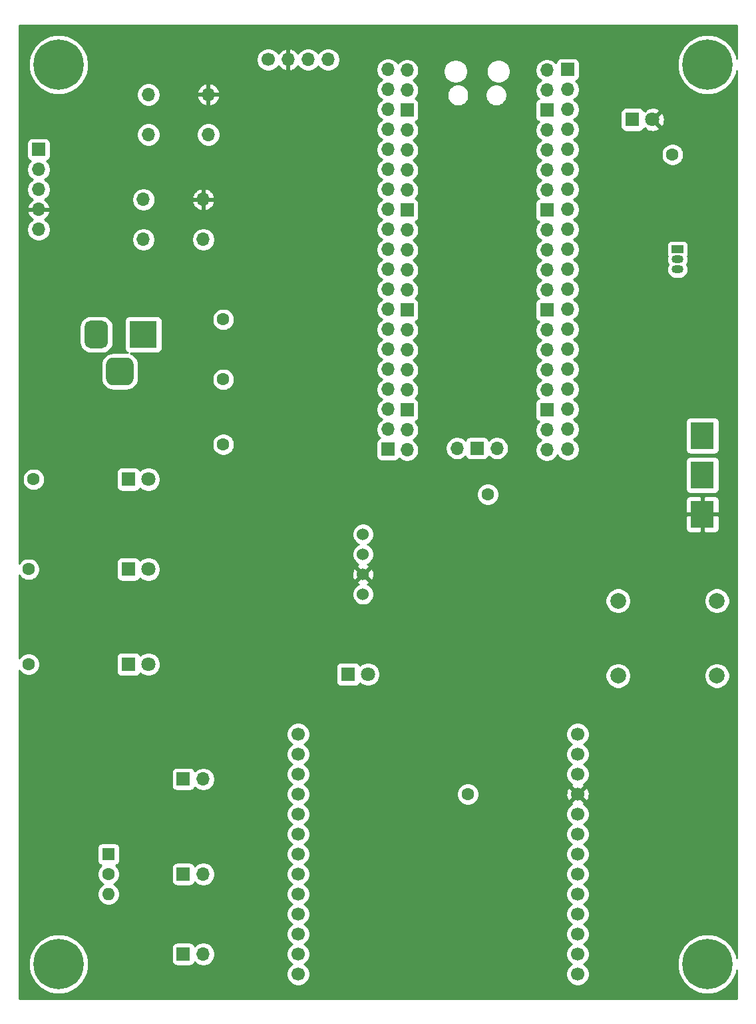
<source format=gbr>
%TF.GenerationSoftware,KiCad,Pcbnew,(5.1.10)-1*%
%TF.CreationDate,2021-10-29T11:14:32-04:00*%
%TF.ProjectId,A7585-test-board,41373538-352d-4746-9573-742d626f6172,rev?*%
%TF.SameCoordinates,Original*%
%TF.FileFunction,Copper,L3,Inr*%
%TF.FilePolarity,Positive*%
%FSLAX46Y46*%
G04 Gerber Fmt 4.6, Leading zero omitted, Abs format (unit mm)*
G04 Created by KiCad (PCBNEW (5.1.10)-1) date 2021-10-29 11:14:32*
%MOMM*%
%LPD*%
G01*
G04 APERTURE LIST*
%TA.AperFunction,ComponentPad*%
%ADD10O,1.700000X1.700000*%
%TD*%
%TA.AperFunction,ComponentPad*%
%ADD11R,1.700000X1.700000*%
%TD*%
%TA.AperFunction,ComponentPad*%
%ADD12C,1.700000*%
%TD*%
%TA.AperFunction,ComponentPad*%
%ADD13C,1.524000*%
%TD*%
%TA.AperFunction,ComponentPad*%
%ADD14R,1.600000X1.600000*%
%TD*%
%TA.AperFunction,ComponentPad*%
%ADD15O,1.600000X1.600000*%
%TD*%
%TA.AperFunction,ComponentPad*%
%ADD16C,1.600000*%
%TD*%
%TA.AperFunction,ComponentPad*%
%ADD17R,3.000000X3.500000*%
%TD*%
%TA.AperFunction,ComponentPad*%
%ADD18C,2.000000*%
%TD*%
%TA.AperFunction,ComponentPad*%
%ADD19R,1.500000X1.050000*%
%TD*%
%TA.AperFunction,ComponentPad*%
%ADD20O,1.500000X1.050000*%
%TD*%
%TA.AperFunction,ComponentPad*%
%ADD21C,6.400000*%
%TD*%
%TA.AperFunction,ComponentPad*%
%ADD22C,1.800000*%
%TD*%
%TA.AperFunction,ComponentPad*%
%ADD23R,1.800000X1.800000*%
%TD*%
%TA.AperFunction,ComponentPad*%
%ADD24R,3.500000X3.500000*%
%TD*%
%TA.AperFunction,ViaPad*%
%ADD25C,1.600000*%
%TD*%
%TA.AperFunction,Conductor*%
%ADD26C,0.254000*%
%TD*%
%TA.AperFunction,Conductor*%
%ADD27C,0.100000*%
%TD*%
G04 APERTURE END LIST*
D10*
%TO.N,GND*%
%TO.C,SW301*%
X64135000Y-62230000D03*
%TO.N,VCC*%
X64135000Y-59690000D03*
%TO.N,Net-(C313-Pad1)*%
X64135000Y-57150000D03*
%TO.N,Net-(C112-Pad1)*%
X64135000Y-54610000D03*
D11*
%TO.N,Net-(C311-Pad1)*%
X64135000Y-52070000D03*
%TD*%
D10*
%TO.N,GND*%
%TO.C,SW303*%
X77470000Y-63500000D03*
%TO.N,N/C*%
X77470000Y-58420000D03*
%TO.N,VCC*%
X85090000Y-58420000D03*
%TO.N,Net-(J2-Pad16)*%
X85090000Y-63500000D03*
%TD*%
%TO.N,Net-(U300-Pad43)*%
%TO.C,U300*%
X122450000Y-90025000D03*
D11*
%TO.N,Net-(U300-Pad42)*%
X119910000Y-90025000D03*
D10*
%TO.N,Net-(U300-Pad41)*%
X117370000Y-90025000D03*
%TO.N,Net-(J3-Pad1)*%
X128800000Y-41995000D03*
%TO.N,Net-(D300-Pad1)*%
X128800000Y-44535000D03*
D11*
%TO.N,GND*%
X128800000Y-47075000D03*
D10*
%TO.N,Net-(J3-Pad4)*%
X128800000Y-49615000D03*
%TO.N,Net-(J3-Pad5)*%
X128800000Y-52155000D03*
%TO.N,Net-(C302-Pad1)*%
X128800000Y-54695000D03*
%TO.N,Net-(J3-Pad7)*%
X128800000Y-57235000D03*
D11*
%TO.N,GND*%
X128800000Y-59775000D03*
D10*
%TO.N,Net-(J3-Pad9)*%
X128800000Y-62315000D03*
%TO.N,Net-(J3-Pad10)*%
X128800000Y-64855000D03*
%TO.N,Net-(J3-Pad11)*%
X128800000Y-67395000D03*
%TO.N,Net-(J3-Pad12)*%
X128800000Y-69935000D03*
D11*
%TO.N,GND*%
X128800000Y-72475000D03*
D10*
%TO.N,Net-(J3-Pad14)*%
X128800000Y-75015000D03*
%TO.N,Net-(J3-Pad15)*%
X128800000Y-77555000D03*
%TO.N,Net-(J3-Pad16)*%
X128800000Y-80095000D03*
%TO.N,Net-(J3-Pad17)*%
X128800000Y-82635000D03*
D11*
%TO.N,GND*%
X128800000Y-85175000D03*
D10*
%TO.N,Net-(J3-Pad19)*%
X128800000Y-87715000D03*
%TO.N,Net-(D301-Pad2)*%
X128800000Y-90255000D03*
%TO.N,Net-(J1-Pad3)*%
X111020000Y-90255000D03*
%TO.N,Net-(J1-Pad4)*%
X111020000Y-87715000D03*
D11*
%TO.N,GND*%
X111020000Y-85175000D03*
D10*
%TO.N,Net-(J2-Pad4)*%
X111020000Y-82635000D03*
%TO.N,Net-(J2-Pad5)*%
X111020000Y-80095000D03*
%TO.N,Net-(J2-Pad6)*%
X111020000Y-77555000D03*
%TO.N,Net-(J2-Pad7)*%
X111020000Y-75015000D03*
D11*
%TO.N,GND*%
X111020000Y-72475000D03*
D10*
%TO.N,Net-(J2-Pad9)*%
X111020000Y-69935000D03*
%TO.N,Net-(C313-Pad1)*%
X111020000Y-67395000D03*
%TO.N,Net-(C112-Pad1)*%
X111020000Y-64855000D03*
%TO.N,Net-(C311-Pad1)*%
X111020000Y-62315000D03*
D11*
%TO.N,GND*%
X111020000Y-59775000D03*
D10*
%TO.N,Net-(J2-Pad14)*%
X111020000Y-57235000D03*
%TO.N,Net-(J2-Pad15)*%
X111020000Y-54695000D03*
%TO.N,Net-(J2-Pad16)*%
X111020000Y-52155000D03*
%TO.N,Net-(J2-Pad17)*%
X111020000Y-49615000D03*
D11*
%TO.N,GND*%
X111020000Y-47075000D03*
D10*
%TO.N,Net-(J2-Pad19)*%
X111020000Y-44535000D03*
%TO.N,Net-(J2-Pad20)*%
X111020000Y-41995000D03*
%TD*%
D12*
%TO.N,GND*%
%TO.C,U200*%
X97155000Y-126365000D03*
%TO.N,Net-(D201-Pad2)*%
X97155000Y-128905000D03*
%TO.N,Net-(D202-Pad2)*%
X97155000Y-131445000D03*
%TO.N,Net-(JP3-Pad2)*%
X97155000Y-133985000D03*
%TO.N,Net-(U200-Pad5)*%
X97155000Y-136525000D03*
%TO.N,Net-(U200-Pad6)*%
X97155000Y-139065000D03*
%TO.N,Net-(U200-Pad7)*%
X97155000Y-141605000D03*
%TO.N,GND*%
X97155000Y-144145000D03*
%TO.N,Net-(SW201-Pad2)*%
X97155000Y-146685000D03*
%TO.N,Net-(U200-Pad10)*%
X97155000Y-149225000D03*
%TO.N,Net-(JP201-Pad2)*%
X97155000Y-151765000D03*
%TO.N,Net-(JP202-Pad2)*%
X97155000Y-154305000D03*
%TO.N,Net-(U200-Pad13)*%
X97155000Y-156845000D03*
%TO.N,Net-(C205-Pad1)*%
X132715000Y-156845000D03*
X132715000Y-154305000D03*
%TO.N,GND*%
X132715000Y-151765000D03*
%TO.N,Net-(J3-Pad9)*%
X132715000Y-149225000D03*
%TO.N,Net-(J3-Pad10)*%
X132715000Y-146685000D03*
%TO.N,Net-(U200-Pad19)*%
X132715000Y-144145000D03*
%TO.N,Net-(U200-Pad20)*%
X132715000Y-141605000D03*
%TO.N,Net-(J3-Pad14)*%
X132715000Y-139065000D03*
%TO.N,Net-(J3-Pad15)*%
X132715000Y-136525000D03*
%TO.N,VCC*%
X132715000Y-133985000D03*
%TO.N,VSS*%
X132715000Y-131445000D03*
X132715000Y-128905000D03*
%TO.N,GND*%
X132715000Y-126365000D03*
%TD*%
D13*
%TO.N,GND*%
%TO.C,U100*%
X105410000Y-108585000D03*
%TO.N,VCC*%
X105410000Y-106045000D03*
%TO.N,VSS*%
X105410000Y-103505000D03*
%TO.N,Net-(U100-Pad1)*%
X105410000Y-100965000D03*
%TD*%
D10*
%TO.N,GND*%
%TO.C,SW302*%
X78105000Y-50165000D03*
%TO.N,N/C*%
X78105000Y-45085000D03*
%TO.N,VCC*%
X85725000Y-45085000D03*
%TO.N,Net-(J2-Pad17)*%
X85725000Y-50165000D03*
%TD*%
D14*
%TO.N,GND*%
%TO.C,SW201*%
X73025000Y-141605000D03*
D15*
%TO.N,Net-(SW201-Pad2)*%
X73025000Y-146685000D03*
D16*
%TO.N,Net-(R203-Pad2)*%
X73025000Y-144145000D03*
%TD*%
D17*
%TO.N,GND*%
%TO.C,RV301*%
X148590000Y-88425000D03*
%TO.N,Net-(J3-Pad7)*%
X148590000Y-93425000D03*
%TO.N,VCC*%
X148590000Y-98425000D03*
%TD*%
D18*
%TO.N,GND*%
%TO.C,J201*%
X137858500Y-109410500D03*
%TO.N,N/C*%
X150431500Y-109410500D03*
%TD*%
%TO.N,Net-(C205-Pad1)*%
%TO.C,J200*%
X137858500Y-118935500D03*
%TO.N,N/C*%
X150431500Y-118935500D03*
%TD*%
D12*
%TO.N,GND*%
%TO.C,J1*%
X93345000Y-40640000D03*
D10*
%TO.N,VCC*%
X95885000Y-40640000D03*
%TO.N,Net-(J1-Pad3)*%
X98425000Y-40640000D03*
%TO.N,Net-(J1-Pad4)*%
X100965000Y-40640000D03*
%TD*%
D19*
%TO.N,N/C*%
%TO.C,U301*%
X145415000Y-64770000D03*
D20*
%TO.N,GND*%
X145415000Y-67310000D03*
%TO.N,Net-(C302-Pad1)*%
X145415000Y-66040000D03*
%TD*%
D21*
%TO.N,GND*%
%TO.C,H4*%
X66675000Y-155575000D03*
%TD*%
%TO.N,GND*%
%TO.C,H3*%
X149225000Y-41275000D03*
%TD*%
%TO.N,GND*%
%TO.C,H2*%
X149225000Y-155575000D03*
%TD*%
%TO.N,GND*%
%TO.C,H1*%
X66675000Y-41275000D03*
%TD*%
D22*
%TO.N,Net-(D301-Pad2)*%
%TO.C,D301*%
X106045000Y-118745000D03*
D23*
%TO.N,Net-(D301-Pad1)*%
X103505000Y-118745000D03*
%TD*%
D22*
%TO.N,VCC*%
%TO.C,D300*%
X142240000Y-48260000D03*
D23*
%TO.N,Net-(D300-Pad1)*%
X139700000Y-48260000D03*
%TD*%
D22*
%TO.N,Net-(D202-Pad2)*%
%TO.C,D202*%
X78105000Y-117475000D03*
D23*
%TO.N,Net-(D202-Pad1)*%
X75565000Y-117475000D03*
%TD*%
D22*
%TO.N,Net-(D201-Pad2)*%
%TO.C,D201*%
X78105000Y-105410000D03*
D23*
%TO.N,Net-(D201-Pad1)*%
X75565000Y-105410000D03*
%TD*%
D22*
%TO.N,VSS*%
%TO.C,D101*%
X78105000Y-93980000D03*
D23*
%TO.N,Net-(D101-Pad1)*%
X75565000Y-93980000D03*
%TD*%
D10*
%TO.N,Net-(D301-Pad2)*%
%TO.C,J3*%
X131445000Y-90170000D03*
%TO.N,Net-(J3-Pad19)*%
X131445000Y-87630000D03*
%TO.N,GND*%
X131445000Y-85090000D03*
%TO.N,Net-(J3-Pad17)*%
X131445000Y-82550000D03*
%TO.N,Net-(J3-Pad16)*%
X131445000Y-80010000D03*
%TO.N,Net-(J3-Pad15)*%
X131445000Y-77470000D03*
%TO.N,Net-(J3-Pad14)*%
X131445000Y-74930000D03*
%TO.N,GND*%
X131445000Y-72390000D03*
%TO.N,Net-(J3-Pad12)*%
X131445000Y-69850000D03*
%TO.N,Net-(J3-Pad11)*%
X131445000Y-67310000D03*
%TO.N,Net-(J3-Pad10)*%
X131445000Y-64770000D03*
%TO.N,Net-(J3-Pad9)*%
X131445000Y-62230000D03*
%TO.N,GND*%
X131445000Y-59690000D03*
%TO.N,Net-(J3-Pad7)*%
X131445000Y-57150000D03*
%TO.N,Net-(C302-Pad1)*%
X131445000Y-54610000D03*
%TO.N,Net-(J3-Pad5)*%
X131445000Y-52070000D03*
%TO.N,Net-(J3-Pad4)*%
X131445000Y-49530000D03*
%TO.N,GND*%
X131445000Y-46990000D03*
%TO.N,Net-(D300-Pad1)*%
X131445000Y-44450000D03*
D11*
%TO.N,Net-(J3-Pad1)*%
X131445000Y-41910000D03*
%TD*%
D10*
%TO.N,Net-(J2-Pad20)*%
%TO.C,J2*%
X108585000Y-41910000D03*
%TO.N,Net-(J2-Pad19)*%
X108585000Y-44450000D03*
%TO.N,GND*%
X108585000Y-46990000D03*
%TO.N,Net-(J2-Pad17)*%
X108585000Y-49530000D03*
%TO.N,Net-(J2-Pad16)*%
X108585000Y-52070000D03*
%TO.N,Net-(J2-Pad15)*%
X108585000Y-54610000D03*
%TO.N,Net-(J2-Pad14)*%
X108585000Y-57150000D03*
%TO.N,GND*%
X108585000Y-59690000D03*
%TO.N,Net-(C311-Pad1)*%
X108585000Y-62230000D03*
%TO.N,Net-(C112-Pad1)*%
X108585000Y-64770000D03*
%TO.N,Net-(C313-Pad1)*%
X108585000Y-67310000D03*
%TO.N,Net-(J2-Pad9)*%
X108585000Y-69850000D03*
%TO.N,GND*%
X108585000Y-72390000D03*
%TO.N,Net-(J2-Pad7)*%
X108585000Y-74930000D03*
%TO.N,Net-(J2-Pad6)*%
X108585000Y-77470000D03*
%TO.N,Net-(J2-Pad5)*%
X108585000Y-80010000D03*
%TO.N,Net-(J2-Pad4)*%
X108585000Y-82550000D03*
%TO.N,GND*%
X108585000Y-85090000D03*
%TO.N,Net-(J1-Pad4)*%
X108585000Y-87630000D03*
D11*
%TO.N,Net-(J1-Pad3)*%
X108585000Y-90170000D03*
%TD*%
D10*
%TO.N,Net-(JP202-Pad2)*%
%TO.C,JP202*%
X85090000Y-154305000D03*
D11*
%TO.N,GND*%
X82550000Y-154305000D03*
%TD*%
D10*
%TO.N,Net-(JP201-Pad2)*%
%TO.C,JP201*%
X85090000Y-144145000D03*
D11*
%TO.N,GND*%
X82550000Y-144145000D03*
%TD*%
D10*
%TO.N,Net-(JP3-Pad2)*%
%TO.C,JP3*%
X85090000Y-132080000D03*
D11*
%TO.N,GND*%
X82550000Y-132080000D03*
%TD*%
%TO.N,N/C*%
%TO.C,J100*%
%TA.AperFunction,ComponentPad*%
G36*
G01*
X72720000Y-81140000D02*
X72720000Y-79390000D01*
G75*
G02*
X73595000Y-78515000I875000J0D01*
G01*
X75345000Y-78515000D01*
G75*
G02*
X76220000Y-79390000I0J-875000D01*
G01*
X76220000Y-81140000D01*
G75*
G02*
X75345000Y-82015000I-875000J0D01*
G01*
X73595000Y-82015000D01*
G75*
G02*
X72720000Y-81140000I0J875000D01*
G01*
G37*
%TD.AperFunction*%
%TO.N,GND*%
%TA.AperFunction,ComponentPad*%
G36*
G01*
X69970000Y-76565000D02*
X69970000Y-74565000D01*
G75*
G02*
X70720000Y-73815000I750000J0D01*
G01*
X72220000Y-73815000D01*
G75*
G02*
X72970000Y-74565000I0J-750000D01*
G01*
X72970000Y-76565000D01*
G75*
G02*
X72220000Y-77315000I-750000J0D01*
G01*
X70720000Y-77315000D01*
G75*
G02*
X69970000Y-76565000I0J750000D01*
G01*
G37*
%TD.AperFunction*%
D24*
%TO.N,VSS*%
X77470000Y-75565000D03*
%TD*%
D25*
%TO.N,GND*%
X62865000Y-117475000D03*
X62865000Y-105410000D03*
X63500000Y-93980000D03*
X118745000Y-133985000D03*
X144780000Y-52705000D03*
X87630000Y-89535000D03*
X87630000Y-81280000D03*
X87630000Y-73660000D03*
%TO.N,VCC*%
X64770000Y-138430000D03*
X67945000Y-128905000D03*
X145415000Y-78105000D03*
%TO.N,Net-(D301-Pad2)*%
X121285000Y-95885000D03*
%TD*%
D26*
%TO.N,VCC*%
X152985000Y-40520235D02*
X152912623Y-40156372D01*
X152623533Y-39458446D01*
X152203839Y-38830330D01*
X151669670Y-38296161D01*
X151041554Y-37876467D01*
X150343628Y-37587377D01*
X149602715Y-37440000D01*
X148847285Y-37440000D01*
X148106372Y-37587377D01*
X147408446Y-37876467D01*
X146780330Y-38296161D01*
X146246161Y-38830330D01*
X145826467Y-39458446D01*
X145537377Y-40156372D01*
X145390000Y-40897285D01*
X145390000Y-41652715D01*
X145537377Y-42393628D01*
X145826467Y-43091554D01*
X146246161Y-43719670D01*
X146780330Y-44253839D01*
X147408446Y-44673533D01*
X148106372Y-44962623D01*
X148847285Y-45110000D01*
X149602715Y-45110000D01*
X150343628Y-44962623D01*
X151041554Y-44673533D01*
X151669670Y-44253839D01*
X152203839Y-43719670D01*
X152623533Y-43091554D01*
X152912623Y-42393628D01*
X152985000Y-42029765D01*
X152985001Y-154820240D01*
X152912623Y-154456372D01*
X152623533Y-153758446D01*
X152203839Y-153130330D01*
X151669670Y-152596161D01*
X151041554Y-152176467D01*
X150343628Y-151887377D01*
X149602715Y-151740000D01*
X148847285Y-151740000D01*
X148106372Y-151887377D01*
X147408446Y-152176467D01*
X146780330Y-152596161D01*
X146246161Y-153130330D01*
X145826467Y-153758446D01*
X145537377Y-154456372D01*
X145390000Y-155197285D01*
X145390000Y-155952715D01*
X145537377Y-156693628D01*
X145826467Y-157391554D01*
X146246161Y-158019670D01*
X146780330Y-158553839D01*
X147408446Y-158973533D01*
X148106372Y-159262623D01*
X148847285Y-159410000D01*
X149602715Y-159410000D01*
X150343628Y-159262623D01*
X151041554Y-158973533D01*
X151669670Y-158553839D01*
X152203839Y-158019670D01*
X152623533Y-157391554D01*
X152912623Y-156693628D01*
X152985001Y-156329760D01*
X152985001Y-159970000D01*
X61645000Y-159970000D01*
X61645000Y-155197285D01*
X62840000Y-155197285D01*
X62840000Y-155952715D01*
X62987377Y-156693628D01*
X63276467Y-157391554D01*
X63696161Y-158019670D01*
X64230330Y-158553839D01*
X64858446Y-158973533D01*
X65556372Y-159262623D01*
X66297285Y-159410000D01*
X67052715Y-159410000D01*
X67793628Y-159262623D01*
X68491554Y-158973533D01*
X69119670Y-158553839D01*
X69653839Y-158019670D01*
X70073533Y-157391554D01*
X70362623Y-156693628D01*
X70510000Y-155952715D01*
X70510000Y-155197285D01*
X70362623Y-154456372D01*
X70073533Y-153758446D01*
X69870777Y-153455000D01*
X81061928Y-153455000D01*
X81061928Y-155155000D01*
X81074188Y-155279482D01*
X81110498Y-155399180D01*
X81169463Y-155509494D01*
X81248815Y-155606185D01*
X81345506Y-155685537D01*
X81455820Y-155744502D01*
X81575518Y-155780812D01*
X81700000Y-155793072D01*
X83400000Y-155793072D01*
X83524482Y-155780812D01*
X83644180Y-155744502D01*
X83754494Y-155685537D01*
X83851185Y-155606185D01*
X83930537Y-155509494D01*
X83989502Y-155399180D01*
X84011513Y-155326620D01*
X84143368Y-155458475D01*
X84386589Y-155620990D01*
X84656842Y-155732932D01*
X84943740Y-155790000D01*
X85236260Y-155790000D01*
X85523158Y-155732932D01*
X85793411Y-155620990D01*
X86036632Y-155458475D01*
X86243475Y-155251632D01*
X86405990Y-155008411D01*
X86517932Y-154738158D01*
X86575000Y-154451260D01*
X86575000Y-154158740D01*
X86517932Y-153871842D01*
X86405990Y-153601589D01*
X86243475Y-153358368D01*
X86036632Y-153151525D01*
X85793411Y-152989010D01*
X85523158Y-152877068D01*
X85236260Y-152820000D01*
X84943740Y-152820000D01*
X84656842Y-152877068D01*
X84386589Y-152989010D01*
X84143368Y-153151525D01*
X84011513Y-153283380D01*
X83989502Y-153210820D01*
X83930537Y-153100506D01*
X83851185Y-153003815D01*
X83754494Y-152924463D01*
X83644180Y-152865498D01*
X83524482Y-152829188D01*
X83400000Y-152816928D01*
X81700000Y-152816928D01*
X81575518Y-152829188D01*
X81455820Y-152865498D01*
X81345506Y-152924463D01*
X81248815Y-153003815D01*
X81169463Y-153100506D01*
X81110498Y-153210820D01*
X81074188Y-153330518D01*
X81061928Y-153455000D01*
X69870777Y-153455000D01*
X69653839Y-153130330D01*
X69119670Y-152596161D01*
X68491554Y-152176467D01*
X67793628Y-151887377D01*
X67052715Y-151740000D01*
X66297285Y-151740000D01*
X65556372Y-151887377D01*
X64858446Y-152176467D01*
X64230330Y-152596161D01*
X63696161Y-153130330D01*
X63276467Y-153758446D01*
X62987377Y-154456372D01*
X62840000Y-155197285D01*
X61645000Y-155197285D01*
X61645000Y-140805000D01*
X71586928Y-140805000D01*
X71586928Y-142405000D01*
X71599188Y-142529482D01*
X71635498Y-142649180D01*
X71694463Y-142759494D01*
X71773815Y-142856185D01*
X71870506Y-142935537D01*
X71980820Y-142994502D01*
X72100518Y-143030812D01*
X72108961Y-143031643D01*
X71910363Y-143230241D01*
X71753320Y-143465273D01*
X71645147Y-143726426D01*
X71590000Y-144003665D01*
X71590000Y-144286335D01*
X71645147Y-144563574D01*
X71753320Y-144824727D01*
X71910363Y-145059759D01*
X72110241Y-145259637D01*
X72342759Y-145415000D01*
X72110241Y-145570363D01*
X71910363Y-145770241D01*
X71753320Y-146005273D01*
X71645147Y-146266426D01*
X71590000Y-146543665D01*
X71590000Y-146826335D01*
X71645147Y-147103574D01*
X71753320Y-147364727D01*
X71910363Y-147599759D01*
X72110241Y-147799637D01*
X72345273Y-147956680D01*
X72606426Y-148064853D01*
X72883665Y-148120000D01*
X73166335Y-148120000D01*
X73443574Y-148064853D01*
X73704727Y-147956680D01*
X73939759Y-147799637D01*
X74139637Y-147599759D01*
X74296680Y-147364727D01*
X74404853Y-147103574D01*
X74460000Y-146826335D01*
X74460000Y-146543665D01*
X74404853Y-146266426D01*
X74296680Y-146005273D01*
X74139637Y-145770241D01*
X73939759Y-145570363D01*
X73707241Y-145415000D01*
X73939759Y-145259637D01*
X74139637Y-145059759D01*
X74296680Y-144824727D01*
X74404853Y-144563574D01*
X74460000Y-144286335D01*
X74460000Y-144003665D01*
X74404853Y-143726426D01*
X74296680Y-143465273D01*
X74182908Y-143295000D01*
X81061928Y-143295000D01*
X81061928Y-144995000D01*
X81074188Y-145119482D01*
X81110498Y-145239180D01*
X81169463Y-145349494D01*
X81248815Y-145446185D01*
X81345506Y-145525537D01*
X81455820Y-145584502D01*
X81575518Y-145620812D01*
X81700000Y-145633072D01*
X83400000Y-145633072D01*
X83524482Y-145620812D01*
X83644180Y-145584502D01*
X83754494Y-145525537D01*
X83851185Y-145446185D01*
X83930537Y-145349494D01*
X83989502Y-145239180D01*
X84011513Y-145166620D01*
X84143368Y-145298475D01*
X84386589Y-145460990D01*
X84656842Y-145572932D01*
X84943740Y-145630000D01*
X85236260Y-145630000D01*
X85523158Y-145572932D01*
X85793411Y-145460990D01*
X86036632Y-145298475D01*
X86243475Y-145091632D01*
X86405990Y-144848411D01*
X86517932Y-144578158D01*
X86575000Y-144291260D01*
X86575000Y-143998740D01*
X86517932Y-143711842D01*
X86405990Y-143441589D01*
X86243475Y-143198368D01*
X86036632Y-142991525D01*
X85793411Y-142829010D01*
X85523158Y-142717068D01*
X85236260Y-142660000D01*
X84943740Y-142660000D01*
X84656842Y-142717068D01*
X84386589Y-142829010D01*
X84143368Y-142991525D01*
X84011513Y-143123380D01*
X83989502Y-143050820D01*
X83930537Y-142940506D01*
X83851185Y-142843815D01*
X83754494Y-142764463D01*
X83644180Y-142705498D01*
X83524482Y-142669188D01*
X83400000Y-142656928D01*
X81700000Y-142656928D01*
X81575518Y-142669188D01*
X81455820Y-142705498D01*
X81345506Y-142764463D01*
X81248815Y-142843815D01*
X81169463Y-142940506D01*
X81110498Y-143050820D01*
X81074188Y-143170518D01*
X81061928Y-143295000D01*
X74182908Y-143295000D01*
X74139637Y-143230241D01*
X73941039Y-143031643D01*
X73949482Y-143030812D01*
X74069180Y-142994502D01*
X74179494Y-142935537D01*
X74276185Y-142856185D01*
X74355537Y-142759494D01*
X74414502Y-142649180D01*
X74450812Y-142529482D01*
X74463072Y-142405000D01*
X74463072Y-140805000D01*
X74450812Y-140680518D01*
X74414502Y-140560820D01*
X74355537Y-140450506D01*
X74276185Y-140353815D01*
X74179494Y-140274463D01*
X74069180Y-140215498D01*
X73949482Y-140179188D01*
X73825000Y-140166928D01*
X72225000Y-140166928D01*
X72100518Y-140179188D01*
X71980820Y-140215498D01*
X71870506Y-140274463D01*
X71773815Y-140353815D01*
X71694463Y-140450506D01*
X71635498Y-140560820D01*
X71599188Y-140680518D01*
X71586928Y-140805000D01*
X61645000Y-140805000D01*
X61645000Y-131230000D01*
X81061928Y-131230000D01*
X81061928Y-132930000D01*
X81074188Y-133054482D01*
X81110498Y-133174180D01*
X81169463Y-133284494D01*
X81248815Y-133381185D01*
X81345506Y-133460537D01*
X81455820Y-133519502D01*
X81575518Y-133555812D01*
X81700000Y-133568072D01*
X83400000Y-133568072D01*
X83524482Y-133555812D01*
X83644180Y-133519502D01*
X83754494Y-133460537D01*
X83851185Y-133381185D01*
X83930537Y-133284494D01*
X83989502Y-133174180D01*
X84011513Y-133101620D01*
X84143368Y-133233475D01*
X84386589Y-133395990D01*
X84656842Y-133507932D01*
X84943740Y-133565000D01*
X85236260Y-133565000D01*
X85523158Y-133507932D01*
X85793411Y-133395990D01*
X86036632Y-133233475D01*
X86243475Y-133026632D01*
X86405990Y-132783411D01*
X86517932Y-132513158D01*
X86575000Y-132226260D01*
X86575000Y-131933740D01*
X86517932Y-131646842D01*
X86405990Y-131376589D01*
X86243475Y-131133368D01*
X86036632Y-130926525D01*
X85793411Y-130764010D01*
X85523158Y-130652068D01*
X85236260Y-130595000D01*
X84943740Y-130595000D01*
X84656842Y-130652068D01*
X84386589Y-130764010D01*
X84143368Y-130926525D01*
X84011513Y-131058380D01*
X83989502Y-130985820D01*
X83930537Y-130875506D01*
X83851185Y-130778815D01*
X83754494Y-130699463D01*
X83644180Y-130640498D01*
X83524482Y-130604188D01*
X83400000Y-130591928D01*
X81700000Y-130591928D01*
X81575518Y-130604188D01*
X81455820Y-130640498D01*
X81345506Y-130699463D01*
X81248815Y-130778815D01*
X81169463Y-130875506D01*
X81110498Y-130985820D01*
X81074188Y-131105518D01*
X81061928Y-131230000D01*
X61645000Y-131230000D01*
X61645000Y-126218740D01*
X95670000Y-126218740D01*
X95670000Y-126511260D01*
X95727068Y-126798158D01*
X95839010Y-127068411D01*
X96001525Y-127311632D01*
X96208368Y-127518475D01*
X96382760Y-127635000D01*
X96208368Y-127751525D01*
X96001525Y-127958368D01*
X95839010Y-128201589D01*
X95727068Y-128471842D01*
X95670000Y-128758740D01*
X95670000Y-129051260D01*
X95727068Y-129338158D01*
X95839010Y-129608411D01*
X96001525Y-129851632D01*
X96208368Y-130058475D01*
X96382760Y-130175000D01*
X96208368Y-130291525D01*
X96001525Y-130498368D01*
X95839010Y-130741589D01*
X95727068Y-131011842D01*
X95670000Y-131298740D01*
X95670000Y-131591260D01*
X95727068Y-131878158D01*
X95839010Y-132148411D01*
X96001525Y-132391632D01*
X96208368Y-132598475D01*
X96382760Y-132715000D01*
X96208368Y-132831525D01*
X96001525Y-133038368D01*
X95839010Y-133281589D01*
X95727068Y-133551842D01*
X95670000Y-133838740D01*
X95670000Y-134131260D01*
X95727068Y-134418158D01*
X95839010Y-134688411D01*
X96001525Y-134931632D01*
X96208368Y-135138475D01*
X96382760Y-135255000D01*
X96208368Y-135371525D01*
X96001525Y-135578368D01*
X95839010Y-135821589D01*
X95727068Y-136091842D01*
X95670000Y-136378740D01*
X95670000Y-136671260D01*
X95727068Y-136958158D01*
X95839010Y-137228411D01*
X96001525Y-137471632D01*
X96208368Y-137678475D01*
X96382760Y-137795000D01*
X96208368Y-137911525D01*
X96001525Y-138118368D01*
X95839010Y-138361589D01*
X95727068Y-138631842D01*
X95670000Y-138918740D01*
X95670000Y-139211260D01*
X95727068Y-139498158D01*
X95839010Y-139768411D01*
X96001525Y-140011632D01*
X96208368Y-140218475D01*
X96382760Y-140335000D01*
X96208368Y-140451525D01*
X96001525Y-140658368D01*
X95839010Y-140901589D01*
X95727068Y-141171842D01*
X95670000Y-141458740D01*
X95670000Y-141751260D01*
X95727068Y-142038158D01*
X95839010Y-142308411D01*
X96001525Y-142551632D01*
X96208368Y-142758475D01*
X96382760Y-142875000D01*
X96208368Y-142991525D01*
X96001525Y-143198368D01*
X95839010Y-143441589D01*
X95727068Y-143711842D01*
X95670000Y-143998740D01*
X95670000Y-144291260D01*
X95727068Y-144578158D01*
X95839010Y-144848411D01*
X96001525Y-145091632D01*
X96208368Y-145298475D01*
X96382760Y-145415000D01*
X96208368Y-145531525D01*
X96001525Y-145738368D01*
X95839010Y-145981589D01*
X95727068Y-146251842D01*
X95670000Y-146538740D01*
X95670000Y-146831260D01*
X95727068Y-147118158D01*
X95839010Y-147388411D01*
X96001525Y-147631632D01*
X96208368Y-147838475D01*
X96382760Y-147955000D01*
X96208368Y-148071525D01*
X96001525Y-148278368D01*
X95839010Y-148521589D01*
X95727068Y-148791842D01*
X95670000Y-149078740D01*
X95670000Y-149371260D01*
X95727068Y-149658158D01*
X95839010Y-149928411D01*
X96001525Y-150171632D01*
X96208368Y-150378475D01*
X96382760Y-150495000D01*
X96208368Y-150611525D01*
X96001525Y-150818368D01*
X95839010Y-151061589D01*
X95727068Y-151331842D01*
X95670000Y-151618740D01*
X95670000Y-151911260D01*
X95727068Y-152198158D01*
X95839010Y-152468411D01*
X96001525Y-152711632D01*
X96208368Y-152918475D01*
X96382760Y-153035000D01*
X96208368Y-153151525D01*
X96001525Y-153358368D01*
X95839010Y-153601589D01*
X95727068Y-153871842D01*
X95670000Y-154158740D01*
X95670000Y-154451260D01*
X95727068Y-154738158D01*
X95839010Y-155008411D01*
X96001525Y-155251632D01*
X96208368Y-155458475D01*
X96382760Y-155575000D01*
X96208368Y-155691525D01*
X96001525Y-155898368D01*
X95839010Y-156141589D01*
X95727068Y-156411842D01*
X95670000Y-156698740D01*
X95670000Y-156991260D01*
X95727068Y-157278158D01*
X95839010Y-157548411D01*
X96001525Y-157791632D01*
X96208368Y-157998475D01*
X96451589Y-158160990D01*
X96721842Y-158272932D01*
X97008740Y-158330000D01*
X97301260Y-158330000D01*
X97588158Y-158272932D01*
X97858411Y-158160990D01*
X98101632Y-157998475D01*
X98308475Y-157791632D01*
X98470990Y-157548411D01*
X98582932Y-157278158D01*
X98640000Y-156991260D01*
X98640000Y-156698740D01*
X98582932Y-156411842D01*
X98470990Y-156141589D01*
X98308475Y-155898368D01*
X98101632Y-155691525D01*
X97927240Y-155575000D01*
X98101632Y-155458475D01*
X98308475Y-155251632D01*
X98470990Y-155008411D01*
X98582932Y-154738158D01*
X98640000Y-154451260D01*
X98640000Y-154158740D01*
X98582932Y-153871842D01*
X98470990Y-153601589D01*
X98308475Y-153358368D01*
X98101632Y-153151525D01*
X97927240Y-153035000D01*
X98101632Y-152918475D01*
X98308475Y-152711632D01*
X98470990Y-152468411D01*
X98582932Y-152198158D01*
X98640000Y-151911260D01*
X98640000Y-151618740D01*
X98582932Y-151331842D01*
X98470990Y-151061589D01*
X98308475Y-150818368D01*
X98101632Y-150611525D01*
X97927240Y-150495000D01*
X98101632Y-150378475D01*
X98308475Y-150171632D01*
X98470990Y-149928411D01*
X98582932Y-149658158D01*
X98640000Y-149371260D01*
X98640000Y-149078740D01*
X98582932Y-148791842D01*
X98470990Y-148521589D01*
X98308475Y-148278368D01*
X98101632Y-148071525D01*
X97927240Y-147955000D01*
X98101632Y-147838475D01*
X98308475Y-147631632D01*
X98470990Y-147388411D01*
X98582932Y-147118158D01*
X98640000Y-146831260D01*
X98640000Y-146538740D01*
X98582932Y-146251842D01*
X98470990Y-145981589D01*
X98308475Y-145738368D01*
X98101632Y-145531525D01*
X97927240Y-145415000D01*
X98101632Y-145298475D01*
X98308475Y-145091632D01*
X98470990Y-144848411D01*
X98582932Y-144578158D01*
X98640000Y-144291260D01*
X98640000Y-143998740D01*
X98582932Y-143711842D01*
X98470990Y-143441589D01*
X98308475Y-143198368D01*
X98101632Y-142991525D01*
X97927240Y-142875000D01*
X98101632Y-142758475D01*
X98308475Y-142551632D01*
X98470990Y-142308411D01*
X98582932Y-142038158D01*
X98640000Y-141751260D01*
X98640000Y-141458740D01*
X98582932Y-141171842D01*
X98470990Y-140901589D01*
X98308475Y-140658368D01*
X98101632Y-140451525D01*
X97927240Y-140335000D01*
X98101632Y-140218475D01*
X98308475Y-140011632D01*
X98470990Y-139768411D01*
X98582932Y-139498158D01*
X98640000Y-139211260D01*
X98640000Y-138918740D01*
X98582932Y-138631842D01*
X98470990Y-138361589D01*
X98308475Y-138118368D01*
X98101632Y-137911525D01*
X97927240Y-137795000D01*
X98101632Y-137678475D01*
X98308475Y-137471632D01*
X98470990Y-137228411D01*
X98582932Y-136958158D01*
X98640000Y-136671260D01*
X98640000Y-136378740D01*
X131230000Y-136378740D01*
X131230000Y-136671260D01*
X131287068Y-136958158D01*
X131399010Y-137228411D01*
X131561525Y-137471632D01*
X131768368Y-137678475D01*
X131942760Y-137795000D01*
X131768368Y-137911525D01*
X131561525Y-138118368D01*
X131399010Y-138361589D01*
X131287068Y-138631842D01*
X131230000Y-138918740D01*
X131230000Y-139211260D01*
X131287068Y-139498158D01*
X131399010Y-139768411D01*
X131561525Y-140011632D01*
X131768368Y-140218475D01*
X131942760Y-140335000D01*
X131768368Y-140451525D01*
X131561525Y-140658368D01*
X131399010Y-140901589D01*
X131287068Y-141171842D01*
X131230000Y-141458740D01*
X131230000Y-141751260D01*
X131287068Y-142038158D01*
X131399010Y-142308411D01*
X131561525Y-142551632D01*
X131768368Y-142758475D01*
X131942760Y-142875000D01*
X131768368Y-142991525D01*
X131561525Y-143198368D01*
X131399010Y-143441589D01*
X131287068Y-143711842D01*
X131230000Y-143998740D01*
X131230000Y-144291260D01*
X131287068Y-144578158D01*
X131399010Y-144848411D01*
X131561525Y-145091632D01*
X131768368Y-145298475D01*
X131942760Y-145415000D01*
X131768368Y-145531525D01*
X131561525Y-145738368D01*
X131399010Y-145981589D01*
X131287068Y-146251842D01*
X131230000Y-146538740D01*
X131230000Y-146831260D01*
X131287068Y-147118158D01*
X131399010Y-147388411D01*
X131561525Y-147631632D01*
X131768368Y-147838475D01*
X131942760Y-147955000D01*
X131768368Y-148071525D01*
X131561525Y-148278368D01*
X131399010Y-148521589D01*
X131287068Y-148791842D01*
X131230000Y-149078740D01*
X131230000Y-149371260D01*
X131287068Y-149658158D01*
X131399010Y-149928411D01*
X131561525Y-150171632D01*
X131768368Y-150378475D01*
X131942760Y-150495000D01*
X131768368Y-150611525D01*
X131561525Y-150818368D01*
X131399010Y-151061589D01*
X131287068Y-151331842D01*
X131230000Y-151618740D01*
X131230000Y-151911260D01*
X131287068Y-152198158D01*
X131399010Y-152468411D01*
X131561525Y-152711632D01*
X131768368Y-152918475D01*
X131942760Y-153035000D01*
X131768368Y-153151525D01*
X131561525Y-153358368D01*
X131399010Y-153601589D01*
X131287068Y-153871842D01*
X131230000Y-154158740D01*
X131230000Y-154451260D01*
X131287068Y-154738158D01*
X131399010Y-155008411D01*
X131561525Y-155251632D01*
X131768368Y-155458475D01*
X131942760Y-155575000D01*
X131768368Y-155691525D01*
X131561525Y-155898368D01*
X131399010Y-156141589D01*
X131287068Y-156411842D01*
X131230000Y-156698740D01*
X131230000Y-156991260D01*
X131287068Y-157278158D01*
X131399010Y-157548411D01*
X131561525Y-157791632D01*
X131768368Y-157998475D01*
X132011589Y-158160990D01*
X132281842Y-158272932D01*
X132568740Y-158330000D01*
X132861260Y-158330000D01*
X133148158Y-158272932D01*
X133418411Y-158160990D01*
X133661632Y-157998475D01*
X133868475Y-157791632D01*
X134030990Y-157548411D01*
X134142932Y-157278158D01*
X134200000Y-156991260D01*
X134200000Y-156698740D01*
X134142932Y-156411842D01*
X134030990Y-156141589D01*
X133868475Y-155898368D01*
X133661632Y-155691525D01*
X133487240Y-155575000D01*
X133661632Y-155458475D01*
X133868475Y-155251632D01*
X134030990Y-155008411D01*
X134142932Y-154738158D01*
X134200000Y-154451260D01*
X134200000Y-154158740D01*
X134142932Y-153871842D01*
X134030990Y-153601589D01*
X133868475Y-153358368D01*
X133661632Y-153151525D01*
X133487240Y-153035000D01*
X133661632Y-152918475D01*
X133868475Y-152711632D01*
X134030990Y-152468411D01*
X134142932Y-152198158D01*
X134200000Y-151911260D01*
X134200000Y-151618740D01*
X134142932Y-151331842D01*
X134030990Y-151061589D01*
X133868475Y-150818368D01*
X133661632Y-150611525D01*
X133487240Y-150495000D01*
X133661632Y-150378475D01*
X133868475Y-150171632D01*
X134030990Y-149928411D01*
X134142932Y-149658158D01*
X134200000Y-149371260D01*
X134200000Y-149078740D01*
X134142932Y-148791842D01*
X134030990Y-148521589D01*
X133868475Y-148278368D01*
X133661632Y-148071525D01*
X133487240Y-147955000D01*
X133661632Y-147838475D01*
X133868475Y-147631632D01*
X134030990Y-147388411D01*
X134142932Y-147118158D01*
X134200000Y-146831260D01*
X134200000Y-146538740D01*
X134142932Y-146251842D01*
X134030990Y-145981589D01*
X133868475Y-145738368D01*
X133661632Y-145531525D01*
X133487240Y-145415000D01*
X133661632Y-145298475D01*
X133868475Y-145091632D01*
X134030990Y-144848411D01*
X134142932Y-144578158D01*
X134200000Y-144291260D01*
X134200000Y-143998740D01*
X134142932Y-143711842D01*
X134030990Y-143441589D01*
X133868475Y-143198368D01*
X133661632Y-142991525D01*
X133487240Y-142875000D01*
X133661632Y-142758475D01*
X133868475Y-142551632D01*
X134030990Y-142308411D01*
X134142932Y-142038158D01*
X134200000Y-141751260D01*
X134200000Y-141458740D01*
X134142932Y-141171842D01*
X134030990Y-140901589D01*
X133868475Y-140658368D01*
X133661632Y-140451525D01*
X133487240Y-140335000D01*
X133661632Y-140218475D01*
X133868475Y-140011632D01*
X134030990Y-139768411D01*
X134142932Y-139498158D01*
X134200000Y-139211260D01*
X134200000Y-138918740D01*
X134142932Y-138631842D01*
X134030990Y-138361589D01*
X133868475Y-138118368D01*
X133661632Y-137911525D01*
X133487240Y-137795000D01*
X133661632Y-137678475D01*
X133868475Y-137471632D01*
X134030990Y-137228411D01*
X134142932Y-136958158D01*
X134200000Y-136671260D01*
X134200000Y-136378740D01*
X134142932Y-136091842D01*
X134030990Y-135821589D01*
X133868475Y-135578368D01*
X133661632Y-135371525D01*
X133488271Y-135255689D01*
X133563792Y-135013397D01*
X132715000Y-134164605D01*
X131866208Y-135013397D01*
X131941729Y-135255689D01*
X131768368Y-135371525D01*
X131561525Y-135578368D01*
X131399010Y-135821589D01*
X131287068Y-136091842D01*
X131230000Y-136378740D01*
X98640000Y-136378740D01*
X98582932Y-136091842D01*
X98470990Y-135821589D01*
X98308475Y-135578368D01*
X98101632Y-135371525D01*
X97927240Y-135255000D01*
X98101632Y-135138475D01*
X98308475Y-134931632D01*
X98470990Y-134688411D01*
X98582932Y-134418158D01*
X98640000Y-134131260D01*
X98640000Y-133843665D01*
X117310000Y-133843665D01*
X117310000Y-134126335D01*
X117365147Y-134403574D01*
X117473320Y-134664727D01*
X117630363Y-134899759D01*
X117830241Y-135099637D01*
X118065273Y-135256680D01*
X118326426Y-135364853D01*
X118603665Y-135420000D01*
X118886335Y-135420000D01*
X119163574Y-135364853D01*
X119424727Y-135256680D01*
X119659759Y-135099637D01*
X119859637Y-134899759D01*
X120016680Y-134664727D01*
X120124853Y-134403574D01*
X120180000Y-134126335D01*
X120180000Y-134053531D01*
X131224389Y-134053531D01*
X131266401Y-134343019D01*
X131364081Y-134618747D01*
X131437528Y-134756157D01*
X131686603Y-134833792D01*
X132535395Y-133985000D01*
X132894605Y-133985000D01*
X133743397Y-134833792D01*
X133992472Y-134756157D01*
X134118371Y-134492117D01*
X134190339Y-134208589D01*
X134205611Y-133916469D01*
X134163599Y-133626981D01*
X134065919Y-133351253D01*
X133992472Y-133213843D01*
X133743397Y-133136208D01*
X132894605Y-133985000D01*
X132535395Y-133985000D01*
X131686603Y-133136208D01*
X131437528Y-133213843D01*
X131311629Y-133477883D01*
X131239661Y-133761411D01*
X131224389Y-134053531D01*
X120180000Y-134053531D01*
X120180000Y-133843665D01*
X120124853Y-133566426D01*
X120016680Y-133305273D01*
X119859637Y-133070241D01*
X119659759Y-132870363D01*
X119424727Y-132713320D01*
X119163574Y-132605147D01*
X118886335Y-132550000D01*
X118603665Y-132550000D01*
X118326426Y-132605147D01*
X118065273Y-132713320D01*
X117830241Y-132870363D01*
X117630363Y-133070241D01*
X117473320Y-133305273D01*
X117365147Y-133566426D01*
X117310000Y-133843665D01*
X98640000Y-133843665D01*
X98640000Y-133838740D01*
X98582932Y-133551842D01*
X98470990Y-133281589D01*
X98308475Y-133038368D01*
X98101632Y-132831525D01*
X97927240Y-132715000D01*
X98101632Y-132598475D01*
X98308475Y-132391632D01*
X98470990Y-132148411D01*
X98582932Y-131878158D01*
X98640000Y-131591260D01*
X98640000Y-131298740D01*
X98582932Y-131011842D01*
X98470990Y-130741589D01*
X98308475Y-130498368D01*
X98101632Y-130291525D01*
X97927240Y-130175000D01*
X98101632Y-130058475D01*
X98308475Y-129851632D01*
X98470990Y-129608411D01*
X98582932Y-129338158D01*
X98640000Y-129051260D01*
X98640000Y-128758740D01*
X98582932Y-128471842D01*
X98470990Y-128201589D01*
X98308475Y-127958368D01*
X98101632Y-127751525D01*
X97927240Y-127635000D01*
X98101632Y-127518475D01*
X98308475Y-127311632D01*
X98470990Y-127068411D01*
X98582932Y-126798158D01*
X98640000Y-126511260D01*
X98640000Y-126218740D01*
X131230000Y-126218740D01*
X131230000Y-126511260D01*
X131287068Y-126798158D01*
X131399010Y-127068411D01*
X131561525Y-127311632D01*
X131768368Y-127518475D01*
X131942760Y-127635000D01*
X131768368Y-127751525D01*
X131561525Y-127958368D01*
X131399010Y-128201589D01*
X131287068Y-128471842D01*
X131230000Y-128758740D01*
X131230000Y-129051260D01*
X131287068Y-129338158D01*
X131399010Y-129608411D01*
X131561525Y-129851632D01*
X131768368Y-130058475D01*
X131942760Y-130175000D01*
X131768368Y-130291525D01*
X131561525Y-130498368D01*
X131399010Y-130741589D01*
X131287068Y-131011842D01*
X131230000Y-131298740D01*
X131230000Y-131591260D01*
X131287068Y-131878158D01*
X131399010Y-132148411D01*
X131561525Y-132391632D01*
X131768368Y-132598475D01*
X131941729Y-132714311D01*
X131866208Y-132956603D01*
X132715000Y-133805395D01*
X133563792Y-132956603D01*
X133488271Y-132714311D01*
X133661632Y-132598475D01*
X133868475Y-132391632D01*
X134030990Y-132148411D01*
X134142932Y-131878158D01*
X134200000Y-131591260D01*
X134200000Y-131298740D01*
X134142932Y-131011842D01*
X134030990Y-130741589D01*
X133868475Y-130498368D01*
X133661632Y-130291525D01*
X133487240Y-130175000D01*
X133661632Y-130058475D01*
X133868475Y-129851632D01*
X134030990Y-129608411D01*
X134142932Y-129338158D01*
X134200000Y-129051260D01*
X134200000Y-128758740D01*
X134142932Y-128471842D01*
X134030990Y-128201589D01*
X133868475Y-127958368D01*
X133661632Y-127751525D01*
X133487240Y-127635000D01*
X133661632Y-127518475D01*
X133868475Y-127311632D01*
X134030990Y-127068411D01*
X134142932Y-126798158D01*
X134200000Y-126511260D01*
X134200000Y-126218740D01*
X134142932Y-125931842D01*
X134030990Y-125661589D01*
X133868475Y-125418368D01*
X133661632Y-125211525D01*
X133418411Y-125049010D01*
X133148158Y-124937068D01*
X132861260Y-124880000D01*
X132568740Y-124880000D01*
X132281842Y-124937068D01*
X132011589Y-125049010D01*
X131768368Y-125211525D01*
X131561525Y-125418368D01*
X131399010Y-125661589D01*
X131287068Y-125931842D01*
X131230000Y-126218740D01*
X98640000Y-126218740D01*
X98582932Y-125931842D01*
X98470990Y-125661589D01*
X98308475Y-125418368D01*
X98101632Y-125211525D01*
X97858411Y-125049010D01*
X97588158Y-124937068D01*
X97301260Y-124880000D01*
X97008740Y-124880000D01*
X96721842Y-124937068D01*
X96451589Y-125049010D01*
X96208368Y-125211525D01*
X96001525Y-125418368D01*
X95839010Y-125661589D01*
X95727068Y-125931842D01*
X95670000Y-126218740D01*
X61645000Y-126218740D01*
X61645000Y-118232072D01*
X61750363Y-118389759D01*
X61950241Y-118589637D01*
X62185273Y-118746680D01*
X62446426Y-118854853D01*
X62723665Y-118910000D01*
X63006335Y-118910000D01*
X63283574Y-118854853D01*
X63544727Y-118746680D01*
X63779759Y-118589637D01*
X63979637Y-118389759D01*
X64136680Y-118154727D01*
X64244853Y-117893574D01*
X64300000Y-117616335D01*
X64300000Y-117333665D01*
X64244853Y-117056426D01*
X64136680Y-116795273D01*
X63989499Y-116575000D01*
X74026928Y-116575000D01*
X74026928Y-118375000D01*
X74039188Y-118499482D01*
X74075498Y-118619180D01*
X74134463Y-118729494D01*
X74213815Y-118826185D01*
X74310506Y-118905537D01*
X74420820Y-118964502D01*
X74540518Y-119000812D01*
X74665000Y-119013072D01*
X76465000Y-119013072D01*
X76589482Y-119000812D01*
X76709180Y-118964502D01*
X76819494Y-118905537D01*
X76916185Y-118826185D01*
X76995537Y-118729494D01*
X77054502Y-118619180D01*
X77060056Y-118600873D01*
X77126495Y-118667312D01*
X77377905Y-118835299D01*
X77657257Y-118951011D01*
X77953816Y-119010000D01*
X78256184Y-119010000D01*
X78552743Y-118951011D01*
X78832095Y-118835299D01*
X79083505Y-118667312D01*
X79297312Y-118453505D01*
X79465299Y-118202095D01*
X79581011Y-117922743D01*
X79596474Y-117845000D01*
X101966928Y-117845000D01*
X101966928Y-119645000D01*
X101979188Y-119769482D01*
X102015498Y-119889180D01*
X102074463Y-119999494D01*
X102153815Y-120096185D01*
X102250506Y-120175537D01*
X102360820Y-120234502D01*
X102480518Y-120270812D01*
X102605000Y-120283072D01*
X104405000Y-120283072D01*
X104529482Y-120270812D01*
X104649180Y-120234502D01*
X104759494Y-120175537D01*
X104856185Y-120096185D01*
X104935537Y-119999494D01*
X104994502Y-119889180D01*
X105000056Y-119870873D01*
X105066495Y-119937312D01*
X105317905Y-120105299D01*
X105597257Y-120221011D01*
X105893816Y-120280000D01*
X106196184Y-120280000D01*
X106492743Y-120221011D01*
X106772095Y-120105299D01*
X107023505Y-119937312D01*
X107237312Y-119723505D01*
X107405299Y-119472095D01*
X107521011Y-119192743D01*
X107580000Y-118896184D01*
X107580000Y-118774467D01*
X136223500Y-118774467D01*
X136223500Y-119096533D01*
X136286332Y-119412412D01*
X136409582Y-119709963D01*
X136588513Y-119977752D01*
X136816248Y-120205487D01*
X137084037Y-120384418D01*
X137381588Y-120507668D01*
X137697467Y-120570500D01*
X138019533Y-120570500D01*
X138335412Y-120507668D01*
X138632963Y-120384418D01*
X138900752Y-120205487D01*
X139128487Y-119977752D01*
X139307418Y-119709963D01*
X139430668Y-119412412D01*
X139493500Y-119096533D01*
X139493500Y-118774467D01*
X148796500Y-118774467D01*
X148796500Y-119096533D01*
X148859332Y-119412412D01*
X148982582Y-119709963D01*
X149161513Y-119977752D01*
X149389248Y-120205487D01*
X149657037Y-120384418D01*
X149954588Y-120507668D01*
X150270467Y-120570500D01*
X150592533Y-120570500D01*
X150908412Y-120507668D01*
X151205963Y-120384418D01*
X151473752Y-120205487D01*
X151701487Y-119977752D01*
X151880418Y-119709963D01*
X152003668Y-119412412D01*
X152066500Y-119096533D01*
X152066500Y-118774467D01*
X152003668Y-118458588D01*
X151880418Y-118161037D01*
X151701487Y-117893248D01*
X151473752Y-117665513D01*
X151205963Y-117486582D01*
X150908412Y-117363332D01*
X150592533Y-117300500D01*
X150270467Y-117300500D01*
X149954588Y-117363332D01*
X149657037Y-117486582D01*
X149389248Y-117665513D01*
X149161513Y-117893248D01*
X148982582Y-118161037D01*
X148859332Y-118458588D01*
X148796500Y-118774467D01*
X139493500Y-118774467D01*
X139430668Y-118458588D01*
X139307418Y-118161037D01*
X139128487Y-117893248D01*
X138900752Y-117665513D01*
X138632963Y-117486582D01*
X138335412Y-117363332D01*
X138019533Y-117300500D01*
X137697467Y-117300500D01*
X137381588Y-117363332D01*
X137084037Y-117486582D01*
X136816248Y-117665513D01*
X136588513Y-117893248D01*
X136409582Y-118161037D01*
X136286332Y-118458588D01*
X136223500Y-118774467D01*
X107580000Y-118774467D01*
X107580000Y-118593816D01*
X107521011Y-118297257D01*
X107405299Y-118017905D01*
X107237312Y-117766495D01*
X107023505Y-117552688D01*
X106772095Y-117384701D01*
X106492743Y-117268989D01*
X106196184Y-117210000D01*
X105893816Y-117210000D01*
X105597257Y-117268989D01*
X105317905Y-117384701D01*
X105066495Y-117552688D01*
X105000056Y-117619127D01*
X104994502Y-117600820D01*
X104935537Y-117490506D01*
X104856185Y-117393815D01*
X104759494Y-117314463D01*
X104649180Y-117255498D01*
X104529482Y-117219188D01*
X104405000Y-117206928D01*
X102605000Y-117206928D01*
X102480518Y-117219188D01*
X102360820Y-117255498D01*
X102250506Y-117314463D01*
X102153815Y-117393815D01*
X102074463Y-117490506D01*
X102015498Y-117600820D01*
X101979188Y-117720518D01*
X101966928Y-117845000D01*
X79596474Y-117845000D01*
X79640000Y-117626184D01*
X79640000Y-117323816D01*
X79581011Y-117027257D01*
X79465299Y-116747905D01*
X79297312Y-116496495D01*
X79083505Y-116282688D01*
X78832095Y-116114701D01*
X78552743Y-115998989D01*
X78256184Y-115940000D01*
X77953816Y-115940000D01*
X77657257Y-115998989D01*
X77377905Y-116114701D01*
X77126495Y-116282688D01*
X77060056Y-116349127D01*
X77054502Y-116330820D01*
X76995537Y-116220506D01*
X76916185Y-116123815D01*
X76819494Y-116044463D01*
X76709180Y-115985498D01*
X76589482Y-115949188D01*
X76465000Y-115936928D01*
X74665000Y-115936928D01*
X74540518Y-115949188D01*
X74420820Y-115985498D01*
X74310506Y-116044463D01*
X74213815Y-116123815D01*
X74134463Y-116220506D01*
X74075498Y-116330820D01*
X74039188Y-116450518D01*
X74026928Y-116575000D01*
X63989499Y-116575000D01*
X63979637Y-116560241D01*
X63779759Y-116360363D01*
X63544727Y-116203320D01*
X63283574Y-116095147D01*
X63006335Y-116040000D01*
X62723665Y-116040000D01*
X62446426Y-116095147D01*
X62185273Y-116203320D01*
X61950241Y-116360363D01*
X61750363Y-116560241D01*
X61645000Y-116717928D01*
X61645000Y-108447408D01*
X104013000Y-108447408D01*
X104013000Y-108722592D01*
X104066686Y-108992490D01*
X104171995Y-109246727D01*
X104324880Y-109475535D01*
X104519465Y-109670120D01*
X104748273Y-109823005D01*
X105002510Y-109928314D01*
X105272408Y-109982000D01*
X105547592Y-109982000D01*
X105817490Y-109928314D01*
X106071727Y-109823005D01*
X106300535Y-109670120D01*
X106495120Y-109475535D01*
X106646174Y-109249467D01*
X136223500Y-109249467D01*
X136223500Y-109571533D01*
X136286332Y-109887412D01*
X136409582Y-110184963D01*
X136588513Y-110452752D01*
X136816248Y-110680487D01*
X137084037Y-110859418D01*
X137381588Y-110982668D01*
X137697467Y-111045500D01*
X138019533Y-111045500D01*
X138335412Y-110982668D01*
X138632963Y-110859418D01*
X138900752Y-110680487D01*
X139128487Y-110452752D01*
X139307418Y-110184963D01*
X139430668Y-109887412D01*
X139493500Y-109571533D01*
X139493500Y-109249467D01*
X148796500Y-109249467D01*
X148796500Y-109571533D01*
X148859332Y-109887412D01*
X148982582Y-110184963D01*
X149161513Y-110452752D01*
X149389248Y-110680487D01*
X149657037Y-110859418D01*
X149954588Y-110982668D01*
X150270467Y-111045500D01*
X150592533Y-111045500D01*
X150908412Y-110982668D01*
X151205963Y-110859418D01*
X151473752Y-110680487D01*
X151701487Y-110452752D01*
X151880418Y-110184963D01*
X152003668Y-109887412D01*
X152066500Y-109571533D01*
X152066500Y-109249467D01*
X152003668Y-108933588D01*
X151880418Y-108636037D01*
X151701487Y-108368248D01*
X151473752Y-108140513D01*
X151205963Y-107961582D01*
X150908412Y-107838332D01*
X150592533Y-107775500D01*
X150270467Y-107775500D01*
X149954588Y-107838332D01*
X149657037Y-107961582D01*
X149389248Y-108140513D01*
X149161513Y-108368248D01*
X148982582Y-108636037D01*
X148859332Y-108933588D01*
X148796500Y-109249467D01*
X139493500Y-109249467D01*
X139430668Y-108933588D01*
X139307418Y-108636037D01*
X139128487Y-108368248D01*
X138900752Y-108140513D01*
X138632963Y-107961582D01*
X138335412Y-107838332D01*
X138019533Y-107775500D01*
X137697467Y-107775500D01*
X137381588Y-107838332D01*
X137084037Y-107961582D01*
X136816248Y-108140513D01*
X136588513Y-108368248D01*
X136409582Y-108636037D01*
X136286332Y-108933588D01*
X136223500Y-109249467D01*
X106646174Y-109249467D01*
X106648005Y-109246727D01*
X106753314Y-108992490D01*
X106807000Y-108722592D01*
X106807000Y-108447408D01*
X106753314Y-108177510D01*
X106648005Y-107923273D01*
X106495120Y-107694465D01*
X106300535Y-107499880D01*
X106071727Y-107346995D01*
X106000057Y-107317308D01*
X106013023Y-107312636D01*
X106128980Y-107250656D01*
X106195960Y-107010565D01*
X105410000Y-106224605D01*
X104624040Y-107010565D01*
X104691020Y-107250656D01*
X104826760Y-107314485D01*
X104748273Y-107346995D01*
X104519465Y-107499880D01*
X104324880Y-107694465D01*
X104171995Y-107923273D01*
X104066686Y-108177510D01*
X104013000Y-108447408D01*
X61645000Y-108447408D01*
X61645000Y-106167072D01*
X61750363Y-106324759D01*
X61950241Y-106524637D01*
X62185273Y-106681680D01*
X62446426Y-106789853D01*
X62723665Y-106845000D01*
X63006335Y-106845000D01*
X63283574Y-106789853D01*
X63544727Y-106681680D01*
X63779759Y-106524637D01*
X63979637Y-106324759D01*
X64136680Y-106089727D01*
X64244853Y-105828574D01*
X64300000Y-105551335D01*
X64300000Y-105268665D01*
X64244853Y-104991426D01*
X64136680Y-104730273D01*
X63989499Y-104510000D01*
X74026928Y-104510000D01*
X74026928Y-106310000D01*
X74039188Y-106434482D01*
X74075498Y-106554180D01*
X74134463Y-106664494D01*
X74213815Y-106761185D01*
X74310506Y-106840537D01*
X74420820Y-106899502D01*
X74540518Y-106935812D01*
X74665000Y-106948072D01*
X76465000Y-106948072D01*
X76589482Y-106935812D01*
X76709180Y-106899502D01*
X76819494Y-106840537D01*
X76916185Y-106761185D01*
X76995537Y-106664494D01*
X77054502Y-106554180D01*
X77060056Y-106535873D01*
X77126495Y-106602312D01*
X77377905Y-106770299D01*
X77657257Y-106886011D01*
X77953816Y-106945000D01*
X78256184Y-106945000D01*
X78552743Y-106886011D01*
X78832095Y-106770299D01*
X79083505Y-106602312D01*
X79297312Y-106388505D01*
X79465299Y-106137095D01*
X79473615Y-106117017D01*
X104008090Y-106117017D01*
X104049078Y-106389133D01*
X104142364Y-106648023D01*
X104204344Y-106763980D01*
X104444435Y-106830960D01*
X105230395Y-106045000D01*
X105589605Y-106045000D01*
X106375565Y-106830960D01*
X106615656Y-106763980D01*
X106732756Y-106514952D01*
X106799023Y-106247865D01*
X106811910Y-105972983D01*
X106770922Y-105700867D01*
X106677636Y-105441977D01*
X106615656Y-105326020D01*
X106375565Y-105259040D01*
X105589605Y-106045000D01*
X105230395Y-106045000D01*
X104444435Y-105259040D01*
X104204344Y-105326020D01*
X104087244Y-105575048D01*
X104020977Y-105842135D01*
X104008090Y-106117017D01*
X79473615Y-106117017D01*
X79581011Y-105857743D01*
X79640000Y-105561184D01*
X79640000Y-105258816D01*
X79581011Y-104962257D01*
X79465299Y-104682905D01*
X79297312Y-104431495D01*
X79083505Y-104217688D01*
X78832095Y-104049701D01*
X78552743Y-103933989D01*
X78256184Y-103875000D01*
X77953816Y-103875000D01*
X77657257Y-103933989D01*
X77377905Y-104049701D01*
X77126495Y-104217688D01*
X77060056Y-104284127D01*
X77054502Y-104265820D01*
X76995537Y-104155506D01*
X76916185Y-104058815D01*
X76819494Y-103979463D01*
X76709180Y-103920498D01*
X76589482Y-103884188D01*
X76465000Y-103871928D01*
X74665000Y-103871928D01*
X74540518Y-103884188D01*
X74420820Y-103920498D01*
X74310506Y-103979463D01*
X74213815Y-104058815D01*
X74134463Y-104155506D01*
X74075498Y-104265820D01*
X74039188Y-104385518D01*
X74026928Y-104510000D01*
X63989499Y-104510000D01*
X63979637Y-104495241D01*
X63779759Y-104295363D01*
X63544727Y-104138320D01*
X63283574Y-104030147D01*
X63006335Y-103975000D01*
X62723665Y-103975000D01*
X62446426Y-104030147D01*
X62185273Y-104138320D01*
X61950241Y-104295363D01*
X61750363Y-104495241D01*
X61645000Y-104652928D01*
X61645000Y-100827408D01*
X104013000Y-100827408D01*
X104013000Y-101102592D01*
X104066686Y-101372490D01*
X104171995Y-101626727D01*
X104324880Y-101855535D01*
X104519465Y-102050120D01*
X104748273Y-102203005D01*
X104825515Y-102235000D01*
X104748273Y-102266995D01*
X104519465Y-102419880D01*
X104324880Y-102614465D01*
X104171995Y-102843273D01*
X104066686Y-103097510D01*
X104013000Y-103367408D01*
X104013000Y-103642592D01*
X104066686Y-103912490D01*
X104171995Y-104166727D01*
X104324880Y-104395535D01*
X104519465Y-104590120D01*
X104748273Y-104743005D01*
X104819943Y-104772692D01*
X104806977Y-104777364D01*
X104691020Y-104839344D01*
X104624040Y-105079435D01*
X105410000Y-105865395D01*
X106195960Y-105079435D01*
X106128980Y-104839344D01*
X105993240Y-104775515D01*
X106071727Y-104743005D01*
X106300535Y-104590120D01*
X106495120Y-104395535D01*
X106648005Y-104166727D01*
X106753314Y-103912490D01*
X106807000Y-103642592D01*
X106807000Y-103367408D01*
X106753314Y-103097510D01*
X106648005Y-102843273D01*
X106495120Y-102614465D01*
X106300535Y-102419880D01*
X106071727Y-102266995D01*
X105994485Y-102235000D01*
X106071727Y-102203005D01*
X106300535Y-102050120D01*
X106495120Y-101855535D01*
X106648005Y-101626727D01*
X106753314Y-101372490D01*
X106807000Y-101102592D01*
X106807000Y-100827408D01*
X106753314Y-100557510D01*
X106648005Y-100303273D01*
X106562296Y-100175000D01*
X146451928Y-100175000D01*
X146464188Y-100299482D01*
X146500498Y-100419180D01*
X146559463Y-100529494D01*
X146638815Y-100626185D01*
X146735506Y-100705537D01*
X146845820Y-100764502D01*
X146965518Y-100800812D01*
X147090000Y-100813072D01*
X148304250Y-100810000D01*
X148463000Y-100651250D01*
X148463000Y-98552000D01*
X148717000Y-98552000D01*
X148717000Y-100651250D01*
X148875750Y-100810000D01*
X150090000Y-100813072D01*
X150214482Y-100800812D01*
X150334180Y-100764502D01*
X150444494Y-100705537D01*
X150541185Y-100626185D01*
X150620537Y-100529494D01*
X150679502Y-100419180D01*
X150715812Y-100299482D01*
X150728072Y-100175000D01*
X150725000Y-98710750D01*
X150566250Y-98552000D01*
X148717000Y-98552000D01*
X148463000Y-98552000D01*
X146613750Y-98552000D01*
X146455000Y-98710750D01*
X146451928Y-100175000D01*
X106562296Y-100175000D01*
X106495120Y-100074465D01*
X106300535Y-99879880D01*
X106071727Y-99726995D01*
X105817490Y-99621686D01*
X105547592Y-99568000D01*
X105272408Y-99568000D01*
X105002510Y-99621686D01*
X104748273Y-99726995D01*
X104519465Y-99879880D01*
X104324880Y-100074465D01*
X104171995Y-100303273D01*
X104066686Y-100557510D01*
X104013000Y-100827408D01*
X61645000Y-100827408D01*
X61645000Y-95743665D01*
X119850000Y-95743665D01*
X119850000Y-96026335D01*
X119905147Y-96303574D01*
X120013320Y-96564727D01*
X120170363Y-96799759D01*
X120370241Y-96999637D01*
X120605273Y-97156680D01*
X120866426Y-97264853D01*
X121143665Y-97320000D01*
X121426335Y-97320000D01*
X121703574Y-97264853D01*
X121964727Y-97156680D01*
X122199759Y-96999637D01*
X122399637Y-96799759D01*
X122482998Y-96675000D01*
X146451928Y-96675000D01*
X146455000Y-98139250D01*
X146613750Y-98298000D01*
X148463000Y-98298000D01*
X148463000Y-96198750D01*
X148717000Y-96198750D01*
X148717000Y-98298000D01*
X150566250Y-98298000D01*
X150725000Y-98139250D01*
X150728072Y-96675000D01*
X150715812Y-96550518D01*
X150679502Y-96430820D01*
X150620537Y-96320506D01*
X150541185Y-96223815D01*
X150444494Y-96144463D01*
X150334180Y-96085498D01*
X150214482Y-96049188D01*
X150090000Y-96036928D01*
X148875750Y-96040000D01*
X148717000Y-96198750D01*
X148463000Y-96198750D01*
X148304250Y-96040000D01*
X147090000Y-96036928D01*
X146965518Y-96049188D01*
X146845820Y-96085498D01*
X146735506Y-96144463D01*
X146638815Y-96223815D01*
X146559463Y-96320506D01*
X146500498Y-96430820D01*
X146464188Y-96550518D01*
X146451928Y-96675000D01*
X122482998Y-96675000D01*
X122556680Y-96564727D01*
X122664853Y-96303574D01*
X122720000Y-96026335D01*
X122720000Y-95743665D01*
X122664853Y-95466426D01*
X122556680Y-95205273D01*
X122399637Y-94970241D01*
X122199759Y-94770363D01*
X121964727Y-94613320D01*
X121703574Y-94505147D01*
X121426335Y-94450000D01*
X121143665Y-94450000D01*
X120866426Y-94505147D01*
X120605273Y-94613320D01*
X120370241Y-94770363D01*
X120170363Y-94970241D01*
X120013320Y-95205273D01*
X119905147Y-95466426D01*
X119850000Y-95743665D01*
X61645000Y-95743665D01*
X61645000Y-93838665D01*
X62065000Y-93838665D01*
X62065000Y-94121335D01*
X62120147Y-94398574D01*
X62228320Y-94659727D01*
X62385363Y-94894759D01*
X62585241Y-95094637D01*
X62820273Y-95251680D01*
X63081426Y-95359853D01*
X63358665Y-95415000D01*
X63641335Y-95415000D01*
X63918574Y-95359853D01*
X64179727Y-95251680D01*
X64414759Y-95094637D01*
X64614637Y-94894759D01*
X64771680Y-94659727D01*
X64879853Y-94398574D01*
X64935000Y-94121335D01*
X64935000Y-93838665D01*
X64879853Y-93561426D01*
X64771680Y-93300273D01*
X64624499Y-93080000D01*
X74026928Y-93080000D01*
X74026928Y-94880000D01*
X74039188Y-95004482D01*
X74075498Y-95124180D01*
X74134463Y-95234494D01*
X74213815Y-95331185D01*
X74310506Y-95410537D01*
X74420820Y-95469502D01*
X74540518Y-95505812D01*
X74665000Y-95518072D01*
X76465000Y-95518072D01*
X76589482Y-95505812D01*
X76709180Y-95469502D01*
X76819494Y-95410537D01*
X76916185Y-95331185D01*
X76995537Y-95234494D01*
X77054502Y-95124180D01*
X77060056Y-95105873D01*
X77126495Y-95172312D01*
X77377905Y-95340299D01*
X77657257Y-95456011D01*
X77953816Y-95515000D01*
X78256184Y-95515000D01*
X78552743Y-95456011D01*
X78832095Y-95340299D01*
X79083505Y-95172312D01*
X79297312Y-94958505D01*
X79465299Y-94707095D01*
X79581011Y-94427743D01*
X79640000Y-94131184D01*
X79640000Y-93828816D01*
X79581011Y-93532257D01*
X79465299Y-93252905D01*
X79297312Y-93001495D01*
X79083505Y-92787688D01*
X78832095Y-92619701D01*
X78552743Y-92503989D01*
X78256184Y-92445000D01*
X77953816Y-92445000D01*
X77657257Y-92503989D01*
X77377905Y-92619701D01*
X77126495Y-92787688D01*
X77060056Y-92854127D01*
X77054502Y-92835820D01*
X76995537Y-92725506D01*
X76916185Y-92628815D01*
X76819494Y-92549463D01*
X76709180Y-92490498D01*
X76589482Y-92454188D01*
X76465000Y-92441928D01*
X74665000Y-92441928D01*
X74540518Y-92454188D01*
X74420820Y-92490498D01*
X74310506Y-92549463D01*
X74213815Y-92628815D01*
X74134463Y-92725506D01*
X74075498Y-92835820D01*
X74039188Y-92955518D01*
X74026928Y-93080000D01*
X64624499Y-93080000D01*
X64614637Y-93065241D01*
X64414759Y-92865363D01*
X64179727Y-92708320D01*
X63918574Y-92600147D01*
X63641335Y-92545000D01*
X63358665Y-92545000D01*
X63081426Y-92600147D01*
X62820273Y-92708320D01*
X62585241Y-92865363D01*
X62385363Y-93065241D01*
X62228320Y-93300273D01*
X62120147Y-93561426D01*
X62065000Y-93838665D01*
X61645000Y-93838665D01*
X61645000Y-89393665D01*
X86195000Y-89393665D01*
X86195000Y-89676335D01*
X86250147Y-89953574D01*
X86358320Y-90214727D01*
X86515363Y-90449759D01*
X86715241Y-90649637D01*
X86950273Y-90806680D01*
X87211426Y-90914853D01*
X87488665Y-90970000D01*
X87771335Y-90970000D01*
X88048574Y-90914853D01*
X88309727Y-90806680D01*
X88544759Y-90649637D01*
X88744637Y-90449759D01*
X88901680Y-90214727D01*
X89009853Y-89953574D01*
X89065000Y-89676335D01*
X89065000Y-89393665D01*
X89050347Y-89320000D01*
X107096928Y-89320000D01*
X107096928Y-91020000D01*
X107109188Y-91144482D01*
X107145498Y-91264180D01*
X107204463Y-91374494D01*
X107283815Y-91471185D01*
X107380506Y-91550537D01*
X107490820Y-91609502D01*
X107610518Y-91645812D01*
X107735000Y-91658072D01*
X109435000Y-91658072D01*
X109559482Y-91645812D01*
X109679180Y-91609502D01*
X109789494Y-91550537D01*
X109886185Y-91471185D01*
X109965537Y-91374494D01*
X109991261Y-91326368D01*
X110073368Y-91408475D01*
X110316589Y-91570990D01*
X110586842Y-91682932D01*
X110873740Y-91740000D01*
X111166260Y-91740000D01*
X111453158Y-91682932D01*
X111723411Y-91570990D01*
X111966632Y-91408475D01*
X112173475Y-91201632D01*
X112335990Y-90958411D01*
X112447932Y-90688158D01*
X112505000Y-90401260D01*
X112505000Y-90108740D01*
X112459250Y-89878740D01*
X115885000Y-89878740D01*
X115885000Y-90171260D01*
X115942068Y-90458158D01*
X116054010Y-90728411D01*
X116216525Y-90971632D01*
X116423368Y-91178475D01*
X116666589Y-91340990D01*
X116936842Y-91452932D01*
X117223740Y-91510000D01*
X117516260Y-91510000D01*
X117803158Y-91452932D01*
X118073411Y-91340990D01*
X118316632Y-91178475D01*
X118448487Y-91046620D01*
X118470498Y-91119180D01*
X118529463Y-91229494D01*
X118608815Y-91326185D01*
X118705506Y-91405537D01*
X118815820Y-91464502D01*
X118935518Y-91500812D01*
X119060000Y-91513072D01*
X120760000Y-91513072D01*
X120884482Y-91500812D01*
X121004180Y-91464502D01*
X121114494Y-91405537D01*
X121211185Y-91326185D01*
X121290537Y-91229494D01*
X121349502Y-91119180D01*
X121371513Y-91046620D01*
X121503368Y-91178475D01*
X121746589Y-91340990D01*
X122016842Y-91452932D01*
X122303740Y-91510000D01*
X122596260Y-91510000D01*
X122883158Y-91452932D01*
X123153411Y-91340990D01*
X123396632Y-91178475D01*
X123603475Y-90971632D01*
X123765990Y-90728411D01*
X123877932Y-90458158D01*
X123935000Y-90171260D01*
X123935000Y-89878740D01*
X123877932Y-89591842D01*
X123765990Y-89321589D01*
X123603475Y-89078368D01*
X123396632Y-88871525D01*
X123153411Y-88709010D01*
X122883158Y-88597068D01*
X122596260Y-88540000D01*
X122303740Y-88540000D01*
X122016842Y-88597068D01*
X121746589Y-88709010D01*
X121503368Y-88871525D01*
X121371513Y-89003380D01*
X121349502Y-88930820D01*
X121290537Y-88820506D01*
X121211185Y-88723815D01*
X121114494Y-88644463D01*
X121004180Y-88585498D01*
X120884482Y-88549188D01*
X120760000Y-88536928D01*
X119060000Y-88536928D01*
X118935518Y-88549188D01*
X118815820Y-88585498D01*
X118705506Y-88644463D01*
X118608815Y-88723815D01*
X118529463Y-88820506D01*
X118470498Y-88930820D01*
X118448487Y-89003380D01*
X118316632Y-88871525D01*
X118073411Y-88709010D01*
X117803158Y-88597068D01*
X117516260Y-88540000D01*
X117223740Y-88540000D01*
X116936842Y-88597068D01*
X116666589Y-88709010D01*
X116423368Y-88871525D01*
X116216525Y-89078368D01*
X116054010Y-89321589D01*
X115942068Y-89591842D01*
X115885000Y-89878740D01*
X112459250Y-89878740D01*
X112447932Y-89821842D01*
X112335990Y-89551589D01*
X112173475Y-89308368D01*
X111966632Y-89101525D01*
X111792240Y-88985000D01*
X111966632Y-88868475D01*
X112173475Y-88661632D01*
X112335990Y-88418411D01*
X112447932Y-88148158D01*
X112505000Y-87861260D01*
X112505000Y-87568740D01*
X112447932Y-87281842D01*
X112335990Y-87011589D01*
X112173475Y-86768368D01*
X112041620Y-86636513D01*
X112114180Y-86614502D01*
X112224494Y-86555537D01*
X112321185Y-86476185D01*
X112400537Y-86379494D01*
X112459502Y-86269180D01*
X112495812Y-86149482D01*
X112508072Y-86025000D01*
X112508072Y-84325000D01*
X112495812Y-84200518D01*
X112459502Y-84080820D01*
X112400537Y-83970506D01*
X112321185Y-83873815D01*
X112224494Y-83794463D01*
X112114180Y-83735498D01*
X112041620Y-83713487D01*
X112173475Y-83581632D01*
X112335990Y-83338411D01*
X112447932Y-83068158D01*
X112505000Y-82781260D01*
X112505000Y-82488740D01*
X112447932Y-82201842D01*
X112335990Y-81931589D01*
X112173475Y-81688368D01*
X111966632Y-81481525D01*
X111792240Y-81365000D01*
X111966632Y-81248475D01*
X112173475Y-81041632D01*
X112335990Y-80798411D01*
X112447932Y-80528158D01*
X112505000Y-80241260D01*
X112505000Y-79948740D01*
X112447932Y-79661842D01*
X112335990Y-79391589D01*
X112173475Y-79148368D01*
X111966632Y-78941525D01*
X111792240Y-78825000D01*
X111966632Y-78708475D01*
X112173475Y-78501632D01*
X112335990Y-78258411D01*
X112447932Y-77988158D01*
X112505000Y-77701260D01*
X112505000Y-77408740D01*
X112447932Y-77121842D01*
X112335990Y-76851589D01*
X112173475Y-76608368D01*
X111966632Y-76401525D01*
X111792240Y-76285000D01*
X111966632Y-76168475D01*
X112173475Y-75961632D01*
X112335990Y-75718411D01*
X112447932Y-75448158D01*
X112505000Y-75161260D01*
X112505000Y-74868740D01*
X112447932Y-74581842D01*
X112335990Y-74311589D01*
X112173475Y-74068368D01*
X112041620Y-73936513D01*
X112114180Y-73914502D01*
X112224494Y-73855537D01*
X112321185Y-73776185D01*
X112400537Y-73679494D01*
X112459502Y-73569180D01*
X112495812Y-73449482D01*
X112508072Y-73325000D01*
X112508072Y-71625000D01*
X112495812Y-71500518D01*
X112459502Y-71380820D01*
X112400537Y-71270506D01*
X112321185Y-71173815D01*
X112224494Y-71094463D01*
X112114180Y-71035498D01*
X112041620Y-71013487D01*
X112173475Y-70881632D01*
X112335990Y-70638411D01*
X112447932Y-70368158D01*
X112505000Y-70081260D01*
X112505000Y-69788740D01*
X112447932Y-69501842D01*
X112335990Y-69231589D01*
X112173475Y-68988368D01*
X111966632Y-68781525D01*
X111792240Y-68665000D01*
X111966632Y-68548475D01*
X112173475Y-68341632D01*
X112335990Y-68098411D01*
X112447932Y-67828158D01*
X112505000Y-67541260D01*
X112505000Y-67248740D01*
X112447932Y-66961842D01*
X112335990Y-66691589D01*
X112173475Y-66448368D01*
X111966632Y-66241525D01*
X111792240Y-66125000D01*
X111966632Y-66008475D01*
X112173475Y-65801632D01*
X112335990Y-65558411D01*
X112447932Y-65288158D01*
X112505000Y-65001260D01*
X112505000Y-64708740D01*
X112447932Y-64421842D01*
X112335990Y-64151589D01*
X112173475Y-63908368D01*
X111966632Y-63701525D01*
X111792240Y-63585000D01*
X111966632Y-63468475D01*
X112173475Y-63261632D01*
X112335990Y-63018411D01*
X112447932Y-62748158D01*
X112505000Y-62461260D01*
X112505000Y-62168740D01*
X112447932Y-61881842D01*
X112335990Y-61611589D01*
X112173475Y-61368368D01*
X112041620Y-61236513D01*
X112114180Y-61214502D01*
X112224494Y-61155537D01*
X112321185Y-61076185D01*
X112400537Y-60979494D01*
X112459502Y-60869180D01*
X112495812Y-60749482D01*
X112508072Y-60625000D01*
X112508072Y-58925000D01*
X112495812Y-58800518D01*
X112459502Y-58680820D01*
X112400537Y-58570506D01*
X112321185Y-58473815D01*
X112224494Y-58394463D01*
X112114180Y-58335498D01*
X112041620Y-58313487D01*
X112173475Y-58181632D01*
X112335990Y-57938411D01*
X112447932Y-57668158D01*
X112505000Y-57381260D01*
X112505000Y-57088740D01*
X112447932Y-56801842D01*
X112335990Y-56531589D01*
X112173475Y-56288368D01*
X111966632Y-56081525D01*
X111792240Y-55965000D01*
X111966632Y-55848475D01*
X112173475Y-55641632D01*
X112335990Y-55398411D01*
X112447932Y-55128158D01*
X112505000Y-54841260D01*
X112505000Y-54548740D01*
X112447932Y-54261842D01*
X112335990Y-53991589D01*
X112173475Y-53748368D01*
X111966632Y-53541525D01*
X111792240Y-53425000D01*
X111966632Y-53308475D01*
X112173475Y-53101632D01*
X112335990Y-52858411D01*
X112447932Y-52588158D01*
X112505000Y-52301260D01*
X112505000Y-52008740D01*
X112447932Y-51721842D01*
X112335990Y-51451589D01*
X112173475Y-51208368D01*
X111966632Y-51001525D01*
X111792240Y-50885000D01*
X111966632Y-50768475D01*
X112173475Y-50561632D01*
X112335990Y-50318411D01*
X112447932Y-50048158D01*
X112505000Y-49761260D01*
X112505000Y-49468740D01*
X112447932Y-49181842D01*
X112335990Y-48911589D01*
X112173475Y-48668368D01*
X112041620Y-48536513D01*
X112114180Y-48514502D01*
X112224494Y-48455537D01*
X112321185Y-48376185D01*
X112400537Y-48279494D01*
X112459502Y-48169180D01*
X112495812Y-48049482D01*
X112508072Y-47925000D01*
X112508072Y-46225000D01*
X112495812Y-46100518D01*
X112459502Y-45980820D01*
X112400537Y-45870506D01*
X112321185Y-45773815D01*
X112224494Y-45694463D01*
X112114180Y-45635498D01*
X112041620Y-45613487D01*
X112173475Y-45481632D01*
X112335990Y-45238411D01*
X112427042Y-45018589D01*
X116100000Y-45018589D01*
X116100000Y-45291411D01*
X116153225Y-45558989D01*
X116257629Y-45811043D01*
X116409201Y-46037886D01*
X116602114Y-46230799D01*
X116828957Y-46382371D01*
X117081011Y-46486775D01*
X117348589Y-46540000D01*
X117621411Y-46540000D01*
X117888989Y-46486775D01*
X118141043Y-46382371D01*
X118367886Y-46230799D01*
X118560799Y-46037886D01*
X118712371Y-45811043D01*
X118816775Y-45558989D01*
X118870000Y-45291411D01*
X118870000Y-45018589D01*
X120950000Y-45018589D01*
X120950000Y-45291411D01*
X121003225Y-45558989D01*
X121107629Y-45811043D01*
X121259201Y-46037886D01*
X121452114Y-46230799D01*
X121678957Y-46382371D01*
X121931011Y-46486775D01*
X122198589Y-46540000D01*
X122471411Y-46540000D01*
X122738989Y-46486775D01*
X122991043Y-46382371D01*
X123217886Y-46230799D01*
X123223685Y-46225000D01*
X127311928Y-46225000D01*
X127311928Y-47925000D01*
X127324188Y-48049482D01*
X127360498Y-48169180D01*
X127419463Y-48279494D01*
X127498815Y-48376185D01*
X127595506Y-48455537D01*
X127705820Y-48514502D01*
X127778380Y-48536513D01*
X127646525Y-48668368D01*
X127484010Y-48911589D01*
X127372068Y-49181842D01*
X127315000Y-49468740D01*
X127315000Y-49761260D01*
X127372068Y-50048158D01*
X127484010Y-50318411D01*
X127646525Y-50561632D01*
X127853368Y-50768475D01*
X128027760Y-50885000D01*
X127853368Y-51001525D01*
X127646525Y-51208368D01*
X127484010Y-51451589D01*
X127372068Y-51721842D01*
X127315000Y-52008740D01*
X127315000Y-52301260D01*
X127372068Y-52588158D01*
X127484010Y-52858411D01*
X127646525Y-53101632D01*
X127853368Y-53308475D01*
X128027760Y-53425000D01*
X127853368Y-53541525D01*
X127646525Y-53748368D01*
X127484010Y-53991589D01*
X127372068Y-54261842D01*
X127315000Y-54548740D01*
X127315000Y-54841260D01*
X127372068Y-55128158D01*
X127484010Y-55398411D01*
X127646525Y-55641632D01*
X127853368Y-55848475D01*
X128027760Y-55965000D01*
X127853368Y-56081525D01*
X127646525Y-56288368D01*
X127484010Y-56531589D01*
X127372068Y-56801842D01*
X127315000Y-57088740D01*
X127315000Y-57381260D01*
X127372068Y-57668158D01*
X127484010Y-57938411D01*
X127646525Y-58181632D01*
X127778380Y-58313487D01*
X127705820Y-58335498D01*
X127595506Y-58394463D01*
X127498815Y-58473815D01*
X127419463Y-58570506D01*
X127360498Y-58680820D01*
X127324188Y-58800518D01*
X127311928Y-58925000D01*
X127311928Y-60625000D01*
X127324188Y-60749482D01*
X127360498Y-60869180D01*
X127419463Y-60979494D01*
X127498815Y-61076185D01*
X127595506Y-61155537D01*
X127705820Y-61214502D01*
X127778380Y-61236513D01*
X127646525Y-61368368D01*
X127484010Y-61611589D01*
X127372068Y-61881842D01*
X127315000Y-62168740D01*
X127315000Y-62461260D01*
X127372068Y-62748158D01*
X127484010Y-63018411D01*
X127646525Y-63261632D01*
X127853368Y-63468475D01*
X128027760Y-63585000D01*
X127853368Y-63701525D01*
X127646525Y-63908368D01*
X127484010Y-64151589D01*
X127372068Y-64421842D01*
X127315000Y-64708740D01*
X127315000Y-65001260D01*
X127372068Y-65288158D01*
X127484010Y-65558411D01*
X127646525Y-65801632D01*
X127853368Y-66008475D01*
X128027760Y-66125000D01*
X127853368Y-66241525D01*
X127646525Y-66448368D01*
X127484010Y-66691589D01*
X127372068Y-66961842D01*
X127315000Y-67248740D01*
X127315000Y-67541260D01*
X127372068Y-67828158D01*
X127484010Y-68098411D01*
X127646525Y-68341632D01*
X127853368Y-68548475D01*
X128027760Y-68665000D01*
X127853368Y-68781525D01*
X127646525Y-68988368D01*
X127484010Y-69231589D01*
X127372068Y-69501842D01*
X127315000Y-69788740D01*
X127315000Y-70081260D01*
X127372068Y-70368158D01*
X127484010Y-70638411D01*
X127646525Y-70881632D01*
X127778380Y-71013487D01*
X127705820Y-71035498D01*
X127595506Y-71094463D01*
X127498815Y-71173815D01*
X127419463Y-71270506D01*
X127360498Y-71380820D01*
X127324188Y-71500518D01*
X127311928Y-71625000D01*
X127311928Y-73325000D01*
X127324188Y-73449482D01*
X127360498Y-73569180D01*
X127419463Y-73679494D01*
X127498815Y-73776185D01*
X127595506Y-73855537D01*
X127705820Y-73914502D01*
X127778380Y-73936513D01*
X127646525Y-74068368D01*
X127484010Y-74311589D01*
X127372068Y-74581842D01*
X127315000Y-74868740D01*
X127315000Y-75161260D01*
X127372068Y-75448158D01*
X127484010Y-75718411D01*
X127646525Y-75961632D01*
X127853368Y-76168475D01*
X128027760Y-76285000D01*
X127853368Y-76401525D01*
X127646525Y-76608368D01*
X127484010Y-76851589D01*
X127372068Y-77121842D01*
X127315000Y-77408740D01*
X127315000Y-77701260D01*
X127372068Y-77988158D01*
X127484010Y-78258411D01*
X127646525Y-78501632D01*
X127853368Y-78708475D01*
X128027760Y-78825000D01*
X127853368Y-78941525D01*
X127646525Y-79148368D01*
X127484010Y-79391589D01*
X127372068Y-79661842D01*
X127315000Y-79948740D01*
X127315000Y-80241260D01*
X127372068Y-80528158D01*
X127484010Y-80798411D01*
X127646525Y-81041632D01*
X127853368Y-81248475D01*
X128027760Y-81365000D01*
X127853368Y-81481525D01*
X127646525Y-81688368D01*
X127484010Y-81931589D01*
X127372068Y-82201842D01*
X127315000Y-82488740D01*
X127315000Y-82781260D01*
X127372068Y-83068158D01*
X127484010Y-83338411D01*
X127646525Y-83581632D01*
X127778380Y-83713487D01*
X127705820Y-83735498D01*
X127595506Y-83794463D01*
X127498815Y-83873815D01*
X127419463Y-83970506D01*
X127360498Y-84080820D01*
X127324188Y-84200518D01*
X127311928Y-84325000D01*
X127311928Y-86025000D01*
X127324188Y-86149482D01*
X127360498Y-86269180D01*
X127419463Y-86379494D01*
X127498815Y-86476185D01*
X127595506Y-86555537D01*
X127705820Y-86614502D01*
X127778380Y-86636513D01*
X127646525Y-86768368D01*
X127484010Y-87011589D01*
X127372068Y-87281842D01*
X127315000Y-87568740D01*
X127315000Y-87861260D01*
X127372068Y-88148158D01*
X127484010Y-88418411D01*
X127646525Y-88661632D01*
X127853368Y-88868475D01*
X128027760Y-88985000D01*
X127853368Y-89101525D01*
X127646525Y-89308368D01*
X127484010Y-89551589D01*
X127372068Y-89821842D01*
X127315000Y-90108740D01*
X127315000Y-90401260D01*
X127372068Y-90688158D01*
X127484010Y-90958411D01*
X127646525Y-91201632D01*
X127853368Y-91408475D01*
X128096589Y-91570990D01*
X128366842Y-91682932D01*
X128653740Y-91740000D01*
X128946260Y-91740000D01*
X129233158Y-91682932D01*
X129252307Y-91675000D01*
X146451928Y-91675000D01*
X146451928Y-95175000D01*
X146464188Y-95299482D01*
X146500498Y-95419180D01*
X146559463Y-95529494D01*
X146638815Y-95626185D01*
X146735506Y-95705537D01*
X146845820Y-95764502D01*
X146965518Y-95800812D01*
X147090000Y-95813072D01*
X150090000Y-95813072D01*
X150214482Y-95800812D01*
X150334180Y-95764502D01*
X150444494Y-95705537D01*
X150541185Y-95626185D01*
X150620537Y-95529494D01*
X150679502Y-95419180D01*
X150715812Y-95299482D01*
X150728072Y-95175000D01*
X150728072Y-91675000D01*
X150715812Y-91550518D01*
X150679502Y-91430820D01*
X150620537Y-91320506D01*
X150541185Y-91223815D01*
X150444494Y-91144463D01*
X150334180Y-91085498D01*
X150214482Y-91049188D01*
X150090000Y-91036928D01*
X147090000Y-91036928D01*
X146965518Y-91049188D01*
X146845820Y-91085498D01*
X146735506Y-91144463D01*
X146638815Y-91223815D01*
X146559463Y-91320506D01*
X146500498Y-91430820D01*
X146464188Y-91550518D01*
X146451928Y-91675000D01*
X129252307Y-91675000D01*
X129503411Y-91570990D01*
X129746632Y-91408475D01*
X129953475Y-91201632D01*
X130115990Y-90958411D01*
X130142707Y-90893910D01*
X130291525Y-91116632D01*
X130498368Y-91323475D01*
X130741589Y-91485990D01*
X131011842Y-91597932D01*
X131298740Y-91655000D01*
X131591260Y-91655000D01*
X131878158Y-91597932D01*
X132148411Y-91485990D01*
X132391632Y-91323475D01*
X132598475Y-91116632D01*
X132760990Y-90873411D01*
X132872932Y-90603158D01*
X132930000Y-90316260D01*
X132930000Y-90023740D01*
X132872932Y-89736842D01*
X132760990Y-89466589D01*
X132598475Y-89223368D01*
X132391632Y-89016525D01*
X132217240Y-88900000D01*
X132391632Y-88783475D01*
X132598475Y-88576632D01*
X132760990Y-88333411D01*
X132872932Y-88063158D01*
X132930000Y-87776260D01*
X132930000Y-87483740D01*
X132872932Y-87196842D01*
X132760990Y-86926589D01*
X132598475Y-86683368D01*
X132590107Y-86675000D01*
X146451928Y-86675000D01*
X146451928Y-90175000D01*
X146464188Y-90299482D01*
X146500498Y-90419180D01*
X146559463Y-90529494D01*
X146638815Y-90626185D01*
X146735506Y-90705537D01*
X146845820Y-90764502D01*
X146965518Y-90800812D01*
X147090000Y-90813072D01*
X150090000Y-90813072D01*
X150214482Y-90800812D01*
X150334180Y-90764502D01*
X150444494Y-90705537D01*
X150541185Y-90626185D01*
X150620537Y-90529494D01*
X150679502Y-90419180D01*
X150715812Y-90299482D01*
X150728072Y-90175000D01*
X150728072Y-86675000D01*
X150715812Y-86550518D01*
X150679502Y-86430820D01*
X150620537Y-86320506D01*
X150541185Y-86223815D01*
X150444494Y-86144463D01*
X150334180Y-86085498D01*
X150214482Y-86049188D01*
X150090000Y-86036928D01*
X147090000Y-86036928D01*
X146965518Y-86049188D01*
X146845820Y-86085498D01*
X146735506Y-86144463D01*
X146638815Y-86223815D01*
X146559463Y-86320506D01*
X146500498Y-86430820D01*
X146464188Y-86550518D01*
X146451928Y-86675000D01*
X132590107Y-86675000D01*
X132391632Y-86476525D01*
X132217240Y-86360000D01*
X132391632Y-86243475D01*
X132598475Y-86036632D01*
X132760990Y-85793411D01*
X132872932Y-85523158D01*
X132930000Y-85236260D01*
X132930000Y-84943740D01*
X132872932Y-84656842D01*
X132760990Y-84386589D01*
X132598475Y-84143368D01*
X132391632Y-83936525D01*
X132217240Y-83820000D01*
X132391632Y-83703475D01*
X132598475Y-83496632D01*
X132760990Y-83253411D01*
X132872932Y-82983158D01*
X132930000Y-82696260D01*
X132930000Y-82403740D01*
X132872932Y-82116842D01*
X132760990Y-81846589D01*
X132598475Y-81603368D01*
X132391632Y-81396525D01*
X132217240Y-81280000D01*
X132391632Y-81163475D01*
X132598475Y-80956632D01*
X132760990Y-80713411D01*
X132872932Y-80443158D01*
X132930000Y-80156260D01*
X132930000Y-79863740D01*
X132872932Y-79576842D01*
X132760990Y-79306589D01*
X132598475Y-79063368D01*
X132391632Y-78856525D01*
X132217240Y-78740000D01*
X132391632Y-78623475D01*
X132598475Y-78416632D01*
X132760990Y-78173411D01*
X132872932Y-77903158D01*
X132930000Y-77616260D01*
X132930000Y-77323740D01*
X132872932Y-77036842D01*
X132760990Y-76766589D01*
X132598475Y-76523368D01*
X132391632Y-76316525D01*
X132217240Y-76200000D01*
X132391632Y-76083475D01*
X132598475Y-75876632D01*
X132760990Y-75633411D01*
X132872932Y-75363158D01*
X132930000Y-75076260D01*
X132930000Y-74783740D01*
X132872932Y-74496842D01*
X132760990Y-74226589D01*
X132598475Y-73983368D01*
X132391632Y-73776525D01*
X132217240Y-73660000D01*
X132391632Y-73543475D01*
X132598475Y-73336632D01*
X132760990Y-73093411D01*
X132872932Y-72823158D01*
X132930000Y-72536260D01*
X132930000Y-72243740D01*
X132872932Y-71956842D01*
X132760990Y-71686589D01*
X132598475Y-71443368D01*
X132391632Y-71236525D01*
X132217240Y-71120000D01*
X132391632Y-71003475D01*
X132598475Y-70796632D01*
X132760990Y-70553411D01*
X132872932Y-70283158D01*
X132930000Y-69996260D01*
X132930000Y-69703740D01*
X132872932Y-69416842D01*
X132760990Y-69146589D01*
X132598475Y-68903368D01*
X132391632Y-68696525D01*
X132217240Y-68580000D01*
X132391632Y-68463475D01*
X132598475Y-68256632D01*
X132760990Y-68013411D01*
X132872932Y-67743158D01*
X132930000Y-67456260D01*
X132930000Y-67163740D01*
X132872932Y-66876842D01*
X132760990Y-66606589D01*
X132598475Y-66363368D01*
X132391632Y-66156525D01*
X132217240Y-66040000D01*
X144024388Y-66040000D01*
X144046785Y-66267400D01*
X144113115Y-66486060D01*
X144214105Y-66675000D01*
X144113115Y-66863940D01*
X144046785Y-67082600D01*
X144024388Y-67310000D01*
X144046785Y-67537400D01*
X144113115Y-67756060D01*
X144220829Y-67957579D01*
X144365788Y-68134212D01*
X144542421Y-68279171D01*
X144743940Y-68386885D01*
X144962600Y-68453215D01*
X145133021Y-68470000D01*
X145696979Y-68470000D01*
X145867400Y-68453215D01*
X146086060Y-68386885D01*
X146287579Y-68279171D01*
X146464212Y-68134212D01*
X146609171Y-67957579D01*
X146716885Y-67756060D01*
X146783215Y-67537400D01*
X146805612Y-67310000D01*
X146783215Y-67082600D01*
X146716885Y-66863940D01*
X146615895Y-66675000D01*
X146716885Y-66486060D01*
X146783215Y-66267400D01*
X146805612Y-66040000D01*
X146783215Y-65812600D01*
X146719907Y-65603902D01*
X146754502Y-65539180D01*
X146790812Y-65419482D01*
X146803072Y-65295000D01*
X146803072Y-64245000D01*
X146790812Y-64120518D01*
X146754502Y-64000820D01*
X146695537Y-63890506D01*
X146616185Y-63793815D01*
X146519494Y-63714463D01*
X146409180Y-63655498D01*
X146289482Y-63619188D01*
X146165000Y-63606928D01*
X144665000Y-63606928D01*
X144540518Y-63619188D01*
X144420820Y-63655498D01*
X144310506Y-63714463D01*
X144213815Y-63793815D01*
X144134463Y-63890506D01*
X144075498Y-64000820D01*
X144039188Y-64120518D01*
X144026928Y-64245000D01*
X144026928Y-65295000D01*
X144039188Y-65419482D01*
X144075498Y-65539180D01*
X144110093Y-65603902D01*
X144046785Y-65812600D01*
X144024388Y-66040000D01*
X132217240Y-66040000D01*
X132391632Y-65923475D01*
X132598475Y-65716632D01*
X132760990Y-65473411D01*
X132872932Y-65203158D01*
X132930000Y-64916260D01*
X132930000Y-64623740D01*
X132872932Y-64336842D01*
X132760990Y-64066589D01*
X132598475Y-63823368D01*
X132391632Y-63616525D01*
X132217240Y-63500000D01*
X132391632Y-63383475D01*
X132598475Y-63176632D01*
X132760990Y-62933411D01*
X132872932Y-62663158D01*
X132930000Y-62376260D01*
X132930000Y-62083740D01*
X132872932Y-61796842D01*
X132760990Y-61526589D01*
X132598475Y-61283368D01*
X132391632Y-61076525D01*
X132217240Y-60960000D01*
X132391632Y-60843475D01*
X132598475Y-60636632D01*
X132760990Y-60393411D01*
X132872932Y-60123158D01*
X132930000Y-59836260D01*
X132930000Y-59543740D01*
X132872932Y-59256842D01*
X132760990Y-58986589D01*
X132598475Y-58743368D01*
X132391632Y-58536525D01*
X132217240Y-58420000D01*
X132391632Y-58303475D01*
X132598475Y-58096632D01*
X132760990Y-57853411D01*
X132872932Y-57583158D01*
X132930000Y-57296260D01*
X132930000Y-57003740D01*
X132872932Y-56716842D01*
X132760990Y-56446589D01*
X132598475Y-56203368D01*
X132391632Y-55996525D01*
X132217240Y-55880000D01*
X132391632Y-55763475D01*
X132598475Y-55556632D01*
X132760990Y-55313411D01*
X132872932Y-55043158D01*
X132930000Y-54756260D01*
X132930000Y-54463740D01*
X132872932Y-54176842D01*
X132760990Y-53906589D01*
X132598475Y-53663368D01*
X132391632Y-53456525D01*
X132217240Y-53340000D01*
X132391632Y-53223475D01*
X132598475Y-53016632D01*
X132760990Y-52773411D01*
X132847869Y-52563665D01*
X143345000Y-52563665D01*
X143345000Y-52846335D01*
X143400147Y-53123574D01*
X143508320Y-53384727D01*
X143665363Y-53619759D01*
X143865241Y-53819637D01*
X144100273Y-53976680D01*
X144361426Y-54084853D01*
X144638665Y-54140000D01*
X144921335Y-54140000D01*
X145198574Y-54084853D01*
X145459727Y-53976680D01*
X145694759Y-53819637D01*
X145894637Y-53619759D01*
X146051680Y-53384727D01*
X146159853Y-53123574D01*
X146215000Y-52846335D01*
X146215000Y-52563665D01*
X146159853Y-52286426D01*
X146051680Y-52025273D01*
X145894637Y-51790241D01*
X145694759Y-51590363D01*
X145459727Y-51433320D01*
X145198574Y-51325147D01*
X144921335Y-51270000D01*
X144638665Y-51270000D01*
X144361426Y-51325147D01*
X144100273Y-51433320D01*
X143865241Y-51590363D01*
X143665363Y-51790241D01*
X143508320Y-52025273D01*
X143400147Y-52286426D01*
X143345000Y-52563665D01*
X132847869Y-52563665D01*
X132872932Y-52503158D01*
X132930000Y-52216260D01*
X132930000Y-51923740D01*
X132872932Y-51636842D01*
X132760990Y-51366589D01*
X132598475Y-51123368D01*
X132391632Y-50916525D01*
X132217240Y-50800000D01*
X132391632Y-50683475D01*
X132598475Y-50476632D01*
X132760990Y-50233411D01*
X132872932Y-49963158D01*
X132930000Y-49676260D01*
X132930000Y-49383740D01*
X132872932Y-49096842D01*
X132760990Y-48826589D01*
X132598475Y-48583368D01*
X132391632Y-48376525D01*
X132217240Y-48260000D01*
X132391632Y-48143475D01*
X132598475Y-47936632D01*
X132760990Y-47693411D01*
X132872932Y-47423158D01*
X132885495Y-47360000D01*
X138161928Y-47360000D01*
X138161928Y-49160000D01*
X138174188Y-49284482D01*
X138210498Y-49404180D01*
X138269463Y-49514494D01*
X138348815Y-49611185D01*
X138445506Y-49690537D01*
X138555820Y-49749502D01*
X138675518Y-49785812D01*
X138800000Y-49798072D01*
X140600000Y-49798072D01*
X140724482Y-49785812D01*
X140844180Y-49749502D01*
X140954494Y-49690537D01*
X141051185Y-49611185D01*
X141130537Y-49514494D01*
X141189502Y-49404180D01*
X141192813Y-49393265D01*
X141239578Y-49440030D01*
X141355526Y-49324082D01*
X141439208Y-49578261D01*
X141711775Y-49709158D01*
X142004642Y-49784365D01*
X142306553Y-49800991D01*
X142605907Y-49758397D01*
X142891199Y-49658222D01*
X143040792Y-49578261D01*
X143124475Y-49324080D01*
X142240000Y-48439605D01*
X142225858Y-48453748D01*
X142046253Y-48274143D01*
X142060395Y-48260000D01*
X142419605Y-48260000D01*
X143304080Y-49144475D01*
X143558261Y-49060792D01*
X143689158Y-48788225D01*
X143764365Y-48495358D01*
X143780991Y-48193447D01*
X143738397Y-47894093D01*
X143638222Y-47608801D01*
X143558261Y-47459208D01*
X143304080Y-47375525D01*
X142419605Y-48260000D01*
X142060395Y-48260000D01*
X142046253Y-48245858D01*
X142225858Y-48066253D01*
X142240000Y-48080395D01*
X143124475Y-47195920D01*
X143040792Y-46941739D01*
X142768225Y-46810842D01*
X142475358Y-46735635D01*
X142173447Y-46719009D01*
X141874093Y-46761603D01*
X141588801Y-46861778D01*
X141439208Y-46941739D01*
X141355526Y-47195918D01*
X141239578Y-47079970D01*
X141192813Y-47126735D01*
X141189502Y-47115820D01*
X141130537Y-47005506D01*
X141051185Y-46908815D01*
X140954494Y-46829463D01*
X140844180Y-46770498D01*
X140724482Y-46734188D01*
X140600000Y-46721928D01*
X138800000Y-46721928D01*
X138675518Y-46734188D01*
X138555820Y-46770498D01*
X138445506Y-46829463D01*
X138348815Y-46908815D01*
X138269463Y-47005506D01*
X138210498Y-47115820D01*
X138174188Y-47235518D01*
X138161928Y-47360000D01*
X132885495Y-47360000D01*
X132930000Y-47136260D01*
X132930000Y-46843740D01*
X132872932Y-46556842D01*
X132760990Y-46286589D01*
X132598475Y-46043368D01*
X132391632Y-45836525D01*
X132217240Y-45720000D01*
X132391632Y-45603475D01*
X132598475Y-45396632D01*
X132760990Y-45153411D01*
X132872932Y-44883158D01*
X132930000Y-44596260D01*
X132930000Y-44303740D01*
X132872932Y-44016842D01*
X132760990Y-43746589D01*
X132598475Y-43503368D01*
X132466620Y-43371513D01*
X132539180Y-43349502D01*
X132649494Y-43290537D01*
X132746185Y-43211185D01*
X132825537Y-43114494D01*
X132884502Y-43004180D01*
X132920812Y-42884482D01*
X132933072Y-42760000D01*
X132933072Y-41060000D01*
X132920812Y-40935518D01*
X132884502Y-40815820D01*
X132825537Y-40705506D01*
X132746185Y-40608815D01*
X132649494Y-40529463D01*
X132539180Y-40470498D01*
X132419482Y-40434188D01*
X132295000Y-40421928D01*
X130595000Y-40421928D01*
X130470518Y-40434188D01*
X130350820Y-40470498D01*
X130240506Y-40529463D01*
X130143815Y-40608815D01*
X130064463Y-40705506D01*
X130005498Y-40815820D01*
X129969188Y-40935518D01*
X129957483Y-41054366D01*
X129953475Y-41048368D01*
X129746632Y-40841525D01*
X129503411Y-40679010D01*
X129233158Y-40567068D01*
X128946260Y-40510000D01*
X128653740Y-40510000D01*
X128366842Y-40567068D01*
X128096589Y-40679010D01*
X127853368Y-40841525D01*
X127646525Y-41048368D01*
X127484010Y-41291589D01*
X127372068Y-41561842D01*
X127315000Y-41848740D01*
X127315000Y-42141260D01*
X127372068Y-42428158D01*
X127484010Y-42698411D01*
X127646525Y-42941632D01*
X127853368Y-43148475D01*
X128027760Y-43265000D01*
X127853368Y-43381525D01*
X127646525Y-43588368D01*
X127484010Y-43831589D01*
X127372068Y-44101842D01*
X127315000Y-44388740D01*
X127315000Y-44681260D01*
X127372068Y-44968158D01*
X127484010Y-45238411D01*
X127646525Y-45481632D01*
X127778380Y-45613487D01*
X127705820Y-45635498D01*
X127595506Y-45694463D01*
X127498815Y-45773815D01*
X127419463Y-45870506D01*
X127360498Y-45980820D01*
X127324188Y-46100518D01*
X127311928Y-46225000D01*
X123223685Y-46225000D01*
X123410799Y-46037886D01*
X123562371Y-45811043D01*
X123666775Y-45558989D01*
X123720000Y-45291411D01*
X123720000Y-45018589D01*
X123666775Y-44751011D01*
X123562371Y-44498957D01*
X123410799Y-44272114D01*
X123217886Y-44079201D01*
X122991043Y-43927629D01*
X122738989Y-43823225D01*
X122471411Y-43770000D01*
X122198589Y-43770000D01*
X121931011Y-43823225D01*
X121678957Y-43927629D01*
X121452114Y-44079201D01*
X121259201Y-44272114D01*
X121107629Y-44498957D01*
X121003225Y-44751011D01*
X120950000Y-45018589D01*
X118870000Y-45018589D01*
X118816775Y-44751011D01*
X118712371Y-44498957D01*
X118560799Y-44272114D01*
X118367886Y-44079201D01*
X118141043Y-43927629D01*
X117888989Y-43823225D01*
X117621411Y-43770000D01*
X117348589Y-43770000D01*
X117081011Y-43823225D01*
X116828957Y-43927629D01*
X116602114Y-44079201D01*
X116409201Y-44272114D01*
X116257629Y-44498957D01*
X116153225Y-44751011D01*
X116100000Y-45018589D01*
X112427042Y-45018589D01*
X112447932Y-44968158D01*
X112505000Y-44681260D01*
X112505000Y-44388740D01*
X112447932Y-44101842D01*
X112335990Y-43831589D01*
X112173475Y-43588368D01*
X111966632Y-43381525D01*
X111792240Y-43265000D01*
X111966632Y-43148475D01*
X112173475Y-42941632D01*
X112335990Y-42698411D01*
X112447932Y-42428158D01*
X112505000Y-42141260D01*
X112505000Y-41973816D01*
X115650000Y-41973816D01*
X115650000Y-42276184D01*
X115708989Y-42572743D01*
X115824701Y-42852095D01*
X115992688Y-43103505D01*
X116206495Y-43317312D01*
X116457905Y-43485299D01*
X116737257Y-43601011D01*
X117033816Y-43660000D01*
X117336184Y-43660000D01*
X117632743Y-43601011D01*
X117912095Y-43485299D01*
X118163505Y-43317312D01*
X118377312Y-43103505D01*
X118545299Y-42852095D01*
X118661011Y-42572743D01*
X118720000Y-42276184D01*
X118720000Y-41973816D01*
X121100000Y-41973816D01*
X121100000Y-42276184D01*
X121158989Y-42572743D01*
X121274701Y-42852095D01*
X121442688Y-43103505D01*
X121656495Y-43317312D01*
X121907905Y-43485299D01*
X122187257Y-43601011D01*
X122483816Y-43660000D01*
X122786184Y-43660000D01*
X123082743Y-43601011D01*
X123362095Y-43485299D01*
X123613505Y-43317312D01*
X123827312Y-43103505D01*
X123995299Y-42852095D01*
X124111011Y-42572743D01*
X124170000Y-42276184D01*
X124170000Y-41973816D01*
X124111011Y-41677257D01*
X123995299Y-41397905D01*
X123827312Y-41146495D01*
X123613505Y-40932688D01*
X123362095Y-40764701D01*
X123082743Y-40648989D01*
X122786184Y-40590000D01*
X122483816Y-40590000D01*
X122187257Y-40648989D01*
X121907905Y-40764701D01*
X121656495Y-40932688D01*
X121442688Y-41146495D01*
X121274701Y-41397905D01*
X121158989Y-41677257D01*
X121100000Y-41973816D01*
X118720000Y-41973816D01*
X118661011Y-41677257D01*
X118545299Y-41397905D01*
X118377312Y-41146495D01*
X118163505Y-40932688D01*
X117912095Y-40764701D01*
X117632743Y-40648989D01*
X117336184Y-40590000D01*
X117033816Y-40590000D01*
X116737257Y-40648989D01*
X116457905Y-40764701D01*
X116206495Y-40932688D01*
X115992688Y-41146495D01*
X115824701Y-41397905D01*
X115708989Y-41677257D01*
X115650000Y-41973816D01*
X112505000Y-41973816D01*
X112505000Y-41848740D01*
X112447932Y-41561842D01*
X112335990Y-41291589D01*
X112173475Y-41048368D01*
X111966632Y-40841525D01*
X111723411Y-40679010D01*
X111453158Y-40567068D01*
X111166260Y-40510000D01*
X110873740Y-40510000D01*
X110586842Y-40567068D01*
X110316589Y-40679010D01*
X110073368Y-40841525D01*
X109866525Y-41048368D01*
X109830898Y-41101688D01*
X109738475Y-40963368D01*
X109531632Y-40756525D01*
X109288411Y-40594010D01*
X109018158Y-40482068D01*
X108731260Y-40425000D01*
X108438740Y-40425000D01*
X108151842Y-40482068D01*
X107881589Y-40594010D01*
X107638368Y-40756525D01*
X107431525Y-40963368D01*
X107269010Y-41206589D01*
X107157068Y-41476842D01*
X107100000Y-41763740D01*
X107100000Y-42056260D01*
X107157068Y-42343158D01*
X107269010Y-42613411D01*
X107431525Y-42856632D01*
X107638368Y-43063475D01*
X107812760Y-43180000D01*
X107638368Y-43296525D01*
X107431525Y-43503368D01*
X107269010Y-43746589D01*
X107157068Y-44016842D01*
X107100000Y-44303740D01*
X107100000Y-44596260D01*
X107157068Y-44883158D01*
X107269010Y-45153411D01*
X107431525Y-45396632D01*
X107638368Y-45603475D01*
X107812760Y-45720000D01*
X107638368Y-45836525D01*
X107431525Y-46043368D01*
X107269010Y-46286589D01*
X107157068Y-46556842D01*
X107100000Y-46843740D01*
X107100000Y-47136260D01*
X107157068Y-47423158D01*
X107269010Y-47693411D01*
X107431525Y-47936632D01*
X107638368Y-48143475D01*
X107812760Y-48260000D01*
X107638368Y-48376525D01*
X107431525Y-48583368D01*
X107269010Y-48826589D01*
X107157068Y-49096842D01*
X107100000Y-49383740D01*
X107100000Y-49676260D01*
X107157068Y-49963158D01*
X107269010Y-50233411D01*
X107431525Y-50476632D01*
X107638368Y-50683475D01*
X107812760Y-50800000D01*
X107638368Y-50916525D01*
X107431525Y-51123368D01*
X107269010Y-51366589D01*
X107157068Y-51636842D01*
X107100000Y-51923740D01*
X107100000Y-52216260D01*
X107157068Y-52503158D01*
X107269010Y-52773411D01*
X107431525Y-53016632D01*
X107638368Y-53223475D01*
X107812760Y-53340000D01*
X107638368Y-53456525D01*
X107431525Y-53663368D01*
X107269010Y-53906589D01*
X107157068Y-54176842D01*
X107100000Y-54463740D01*
X107100000Y-54756260D01*
X107157068Y-55043158D01*
X107269010Y-55313411D01*
X107431525Y-55556632D01*
X107638368Y-55763475D01*
X107812760Y-55880000D01*
X107638368Y-55996525D01*
X107431525Y-56203368D01*
X107269010Y-56446589D01*
X107157068Y-56716842D01*
X107100000Y-57003740D01*
X107100000Y-57296260D01*
X107157068Y-57583158D01*
X107269010Y-57853411D01*
X107431525Y-58096632D01*
X107638368Y-58303475D01*
X107812760Y-58420000D01*
X107638368Y-58536525D01*
X107431525Y-58743368D01*
X107269010Y-58986589D01*
X107157068Y-59256842D01*
X107100000Y-59543740D01*
X107100000Y-59836260D01*
X107157068Y-60123158D01*
X107269010Y-60393411D01*
X107431525Y-60636632D01*
X107638368Y-60843475D01*
X107812760Y-60960000D01*
X107638368Y-61076525D01*
X107431525Y-61283368D01*
X107269010Y-61526589D01*
X107157068Y-61796842D01*
X107100000Y-62083740D01*
X107100000Y-62376260D01*
X107157068Y-62663158D01*
X107269010Y-62933411D01*
X107431525Y-63176632D01*
X107638368Y-63383475D01*
X107812760Y-63500000D01*
X107638368Y-63616525D01*
X107431525Y-63823368D01*
X107269010Y-64066589D01*
X107157068Y-64336842D01*
X107100000Y-64623740D01*
X107100000Y-64916260D01*
X107157068Y-65203158D01*
X107269010Y-65473411D01*
X107431525Y-65716632D01*
X107638368Y-65923475D01*
X107812760Y-66040000D01*
X107638368Y-66156525D01*
X107431525Y-66363368D01*
X107269010Y-66606589D01*
X107157068Y-66876842D01*
X107100000Y-67163740D01*
X107100000Y-67456260D01*
X107157068Y-67743158D01*
X107269010Y-68013411D01*
X107431525Y-68256632D01*
X107638368Y-68463475D01*
X107812760Y-68580000D01*
X107638368Y-68696525D01*
X107431525Y-68903368D01*
X107269010Y-69146589D01*
X107157068Y-69416842D01*
X107100000Y-69703740D01*
X107100000Y-69996260D01*
X107157068Y-70283158D01*
X107269010Y-70553411D01*
X107431525Y-70796632D01*
X107638368Y-71003475D01*
X107812760Y-71120000D01*
X107638368Y-71236525D01*
X107431525Y-71443368D01*
X107269010Y-71686589D01*
X107157068Y-71956842D01*
X107100000Y-72243740D01*
X107100000Y-72536260D01*
X107157068Y-72823158D01*
X107269010Y-73093411D01*
X107431525Y-73336632D01*
X107638368Y-73543475D01*
X107812760Y-73660000D01*
X107638368Y-73776525D01*
X107431525Y-73983368D01*
X107269010Y-74226589D01*
X107157068Y-74496842D01*
X107100000Y-74783740D01*
X107100000Y-75076260D01*
X107157068Y-75363158D01*
X107269010Y-75633411D01*
X107431525Y-75876632D01*
X107638368Y-76083475D01*
X107812760Y-76200000D01*
X107638368Y-76316525D01*
X107431525Y-76523368D01*
X107269010Y-76766589D01*
X107157068Y-77036842D01*
X107100000Y-77323740D01*
X107100000Y-77616260D01*
X107157068Y-77903158D01*
X107269010Y-78173411D01*
X107431525Y-78416632D01*
X107638368Y-78623475D01*
X107812760Y-78740000D01*
X107638368Y-78856525D01*
X107431525Y-79063368D01*
X107269010Y-79306589D01*
X107157068Y-79576842D01*
X107100000Y-79863740D01*
X107100000Y-80156260D01*
X107157068Y-80443158D01*
X107269010Y-80713411D01*
X107431525Y-80956632D01*
X107638368Y-81163475D01*
X107812760Y-81280000D01*
X107638368Y-81396525D01*
X107431525Y-81603368D01*
X107269010Y-81846589D01*
X107157068Y-82116842D01*
X107100000Y-82403740D01*
X107100000Y-82696260D01*
X107157068Y-82983158D01*
X107269010Y-83253411D01*
X107431525Y-83496632D01*
X107638368Y-83703475D01*
X107812760Y-83820000D01*
X107638368Y-83936525D01*
X107431525Y-84143368D01*
X107269010Y-84386589D01*
X107157068Y-84656842D01*
X107100000Y-84943740D01*
X107100000Y-85236260D01*
X107157068Y-85523158D01*
X107269010Y-85793411D01*
X107431525Y-86036632D01*
X107638368Y-86243475D01*
X107812760Y-86360000D01*
X107638368Y-86476525D01*
X107431525Y-86683368D01*
X107269010Y-86926589D01*
X107157068Y-87196842D01*
X107100000Y-87483740D01*
X107100000Y-87776260D01*
X107157068Y-88063158D01*
X107269010Y-88333411D01*
X107431525Y-88576632D01*
X107563380Y-88708487D01*
X107490820Y-88730498D01*
X107380506Y-88789463D01*
X107283815Y-88868815D01*
X107204463Y-88965506D01*
X107145498Y-89075820D01*
X107109188Y-89195518D01*
X107096928Y-89320000D01*
X89050347Y-89320000D01*
X89009853Y-89116426D01*
X88901680Y-88855273D01*
X88744637Y-88620241D01*
X88544759Y-88420363D01*
X88309727Y-88263320D01*
X88048574Y-88155147D01*
X87771335Y-88100000D01*
X87488665Y-88100000D01*
X87211426Y-88155147D01*
X86950273Y-88263320D01*
X86715241Y-88420363D01*
X86515363Y-88620241D01*
X86358320Y-88855273D01*
X86250147Y-89116426D01*
X86195000Y-89393665D01*
X61645000Y-89393665D01*
X61645000Y-79390000D01*
X72081928Y-79390000D01*
X72081928Y-81140000D01*
X72111001Y-81435186D01*
X72197104Y-81719028D01*
X72336927Y-81980618D01*
X72525097Y-82209903D01*
X72754382Y-82398073D01*
X73015972Y-82537896D01*
X73299814Y-82623999D01*
X73595000Y-82653072D01*
X75345000Y-82653072D01*
X75640186Y-82623999D01*
X75924028Y-82537896D01*
X76185618Y-82398073D01*
X76414903Y-82209903D01*
X76603073Y-81980618D01*
X76742896Y-81719028D01*
X76828999Y-81435186D01*
X76858072Y-81140000D01*
X76858072Y-81138665D01*
X86195000Y-81138665D01*
X86195000Y-81421335D01*
X86250147Y-81698574D01*
X86358320Y-81959727D01*
X86515363Y-82194759D01*
X86715241Y-82394637D01*
X86950273Y-82551680D01*
X87211426Y-82659853D01*
X87488665Y-82715000D01*
X87771335Y-82715000D01*
X88048574Y-82659853D01*
X88309727Y-82551680D01*
X88544759Y-82394637D01*
X88744637Y-82194759D01*
X88901680Y-81959727D01*
X89009853Y-81698574D01*
X89065000Y-81421335D01*
X89065000Y-81138665D01*
X89009853Y-80861426D01*
X88901680Y-80600273D01*
X88744637Y-80365241D01*
X88544759Y-80165363D01*
X88309727Y-80008320D01*
X88048574Y-79900147D01*
X87771335Y-79845000D01*
X87488665Y-79845000D01*
X87211426Y-79900147D01*
X86950273Y-80008320D01*
X86715241Y-80165363D01*
X86515363Y-80365241D01*
X86358320Y-80600273D01*
X86250147Y-80861426D01*
X86195000Y-81138665D01*
X76858072Y-81138665D01*
X76858072Y-79390000D01*
X76828999Y-79094814D01*
X76742896Y-78810972D01*
X76603073Y-78549382D01*
X76414903Y-78320097D01*
X76185618Y-78131927D01*
X75924028Y-77992104D01*
X75795357Y-77953072D01*
X79220000Y-77953072D01*
X79344482Y-77940812D01*
X79464180Y-77904502D01*
X79574494Y-77845537D01*
X79671185Y-77766185D01*
X79750537Y-77669494D01*
X79809502Y-77559180D01*
X79845812Y-77439482D01*
X79858072Y-77315000D01*
X79858072Y-73815000D01*
X79845812Y-73690518D01*
X79809502Y-73570820D01*
X79781625Y-73518665D01*
X86195000Y-73518665D01*
X86195000Y-73801335D01*
X86250147Y-74078574D01*
X86358320Y-74339727D01*
X86515363Y-74574759D01*
X86715241Y-74774637D01*
X86950273Y-74931680D01*
X87211426Y-75039853D01*
X87488665Y-75095000D01*
X87771335Y-75095000D01*
X88048574Y-75039853D01*
X88309727Y-74931680D01*
X88544759Y-74774637D01*
X88744637Y-74574759D01*
X88901680Y-74339727D01*
X89009853Y-74078574D01*
X89065000Y-73801335D01*
X89065000Y-73518665D01*
X89009853Y-73241426D01*
X88901680Y-72980273D01*
X88744637Y-72745241D01*
X88544759Y-72545363D01*
X88309727Y-72388320D01*
X88048574Y-72280147D01*
X87771335Y-72225000D01*
X87488665Y-72225000D01*
X87211426Y-72280147D01*
X86950273Y-72388320D01*
X86715241Y-72545363D01*
X86515363Y-72745241D01*
X86358320Y-72980273D01*
X86250147Y-73241426D01*
X86195000Y-73518665D01*
X79781625Y-73518665D01*
X79750537Y-73460506D01*
X79671185Y-73363815D01*
X79574494Y-73284463D01*
X79464180Y-73225498D01*
X79344482Y-73189188D01*
X79220000Y-73176928D01*
X75720000Y-73176928D01*
X75595518Y-73189188D01*
X75475820Y-73225498D01*
X75365506Y-73284463D01*
X75268815Y-73363815D01*
X75189463Y-73460506D01*
X75130498Y-73570820D01*
X75094188Y-73690518D01*
X75081928Y-73815000D01*
X75081928Y-77315000D01*
X75094188Y-77439482D01*
X75130498Y-77559180D01*
X75189463Y-77669494D01*
X75268815Y-77766185D01*
X75365506Y-77845537D01*
X75442131Y-77886494D01*
X75345000Y-77876928D01*
X73595000Y-77876928D01*
X73299814Y-77906001D01*
X73015972Y-77992104D01*
X72754382Y-78131927D01*
X72525097Y-78320097D01*
X72336927Y-78549382D01*
X72197104Y-78810972D01*
X72111001Y-79094814D01*
X72081928Y-79390000D01*
X61645000Y-79390000D01*
X61645000Y-74565000D01*
X69331928Y-74565000D01*
X69331928Y-76565000D01*
X69358599Y-76835799D01*
X69437589Y-77096192D01*
X69565860Y-77336171D01*
X69738485Y-77546515D01*
X69948829Y-77719140D01*
X70188808Y-77847411D01*
X70449201Y-77926401D01*
X70720000Y-77953072D01*
X72220000Y-77953072D01*
X72490799Y-77926401D01*
X72751192Y-77847411D01*
X72991171Y-77719140D01*
X73201515Y-77546515D01*
X73374140Y-77336171D01*
X73502411Y-77096192D01*
X73581401Y-76835799D01*
X73608072Y-76565000D01*
X73608072Y-74565000D01*
X73581401Y-74294201D01*
X73502411Y-74033808D01*
X73374140Y-73793829D01*
X73201515Y-73583485D01*
X72991171Y-73410860D01*
X72751192Y-73282589D01*
X72490799Y-73203599D01*
X72220000Y-73176928D01*
X70720000Y-73176928D01*
X70449201Y-73203599D01*
X70188808Y-73282589D01*
X69948829Y-73410860D01*
X69738485Y-73583485D01*
X69565860Y-73793829D01*
X69437589Y-74033808D01*
X69358599Y-74294201D01*
X69331928Y-74565000D01*
X61645000Y-74565000D01*
X61645000Y-62083740D01*
X62650000Y-62083740D01*
X62650000Y-62376260D01*
X62707068Y-62663158D01*
X62819010Y-62933411D01*
X62981525Y-63176632D01*
X63188368Y-63383475D01*
X63431589Y-63545990D01*
X63701842Y-63657932D01*
X63988740Y-63715000D01*
X64281260Y-63715000D01*
X64568158Y-63657932D01*
X64838411Y-63545990D01*
X65081632Y-63383475D01*
X65111367Y-63353740D01*
X75985000Y-63353740D01*
X75985000Y-63646260D01*
X76042068Y-63933158D01*
X76154010Y-64203411D01*
X76316525Y-64446632D01*
X76523368Y-64653475D01*
X76766589Y-64815990D01*
X77036842Y-64927932D01*
X77323740Y-64985000D01*
X77616260Y-64985000D01*
X77903158Y-64927932D01*
X78173411Y-64815990D01*
X78416632Y-64653475D01*
X78623475Y-64446632D01*
X78785990Y-64203411D01*
X78897932Y-63933158D01*
X78955000Y-63646260D01*
X78955000Y-63353740D01*
X83605000Y-63353740D01*
X83605000Y-63646260D01*
X83662068Y-63933158D01*
X83774010Y-64203411D01*
X83936525Y-64446632D01*
X84143368Y-64653475D01*
X84386589Y-64815990D01*
X84656842Y-64927932D01*
X84943740Y-64985000D01*
X85236260Y-64985000D01*
X85523158Y-64927932D01*
X85793411Y-64815990D01*
X86036632Y-64653475D01*
X86243475Y-64446632D01*
X86405990Y-64203411D01*
X86517932Y-63933158D01*
X86575000Y-63646260D01*
X86575000Y-63353740D01*
X86517932Y-63066842D01*
X86405990Y-62796589D01*
X86243475Y-62553368D01*
X86036632Y-62346525D01*
X85793411Y-62184010D01*
X85523158Y-62072068D01*
X85236260Y-62015000D01*
X84943740Y-62015000D01*
X84656842Y-62072068D01*
X84386589Y-62184010D01*
X84143368Y-62346525D01*
X83936525Y-62553368D01*
X83774010Y-62796589D01*
X83662068Y-63066842D01*
X83605000Y-63353740D01*
X78955000Y-63353740D01*
X78897932Y-63066842D01*
X78785990Y-62796589D01*
X78623475Y-62553368D01*
X78416632Y-62346525D01*
X78173411Y-62184010D01*
X77903158Y-62072068D01*
X77616260Y-62015000D01*
X77323740Y-62015000D01*
X77036842Y-62072068D01*
X76766589Y-62184010D01*
X76523368Y-62346525D01*
X76316525Y-62553368D01*
X76154010Y-62796589D01*
X76042068Y-63066842D01*
X75985000Y-63353740D01*
X65111367Y-63353740D01*
X65288475Y-63176632D01*
X65450990Y-62933411D01*
X65562932Y-62663158D01*
X65620000Y-62376260D01*
X65620000Y-62083740D01*
X65562932Y-61796842D01*
X65450990Y-61526589D01*
X65288475Y-61283368D01*
X65081632Y-61076525D01*
X64899466Y-60954805D01*
X65016355Y-60885178D01*
X65232588Y-60690269D01*
X65406641Y-60456920D01*
X65531825Y-60194099D01*
X65576476Y-60046890D01*
X65455155Y-59817000D01*
X64262000Y-59817000D01*
X64262000Y-59837000D01*
X64008000Y-59837000D01*
X64008000Y-59817000D01*
X62814845Y-59817000D01*
X62693524Y-60046890D01*
X62738175Y-60194099D01*
X62863359Y-60456920D01*
X63037412Y-60690269D01*
X63253645Y-60885178D01*
X63370534Y-60954805D01*
X63188368Y-61076525D01*
X62981525Y-61283368D01*
X62819010Y-61526589D01*
X62707068Y-61796842D01*
X62650000Y-62083740D01*
X61645000Y-62083740D01*
X61645000Y-51220000D01*
X62646928Y-51220000D01*
X62646928Y-52920000D01*
X62659188Y-53044482D01*
X62695498Y-53164180D01*
X62754463Y-53274494D01*
X62833815Y-53371185D01*
X62930506Y-53450537D01*
X63040820Y-53509502D01*
X63113380Y-53531513D01*
X62981525Y-53663368D01*
X62819010Y-53906589D01*
X62707068Y-54176842D01*
X62650000Y-54463740D01*
X62650000Y-54756260D01*
X62707068Y-55043158D01*
X62819010Y-55313411D01*
X62981525Y-55556632D01*
X63188368Y-55763475D01*
X63362760Y-55880000D01*
X63188368Y-55996525D01*
X62981525Y-56203368D01*
X62819010Y-56446589D01*
X62707068Y-56716842D01*
X62650000Y-57003740D01*
X62650000Y-57296260D01*
X62707068Y-57583158D01*
X62819010Y-57853411D01*
X62981525Y-58096632D01*
X63188368Y-58303475D01*
X63370534Y-58425195D01*
X63253645Y-58494822D01*
X63037412Y-58689731D01*
X62863359Y-58923080D01*
X62738175Y-59185901D01*
X62693524Y-59333110D01*
X62814845Y-59563000D01*
X64008000Y-59563000D01*
X64008000Y-59543000D01*
X64262000Y-59543000D01*
X64262000Y-59563000D01*
X65455155Y-59563000D01*
X65576476Y-59333110D01*
X65531825Y-59185901D01*
X65406641Y-58923080D01*
X65232588Y-58689731D01*
X65016355Y-58494822D01*
X64899466Y-58425195D01*
X65081632Y-58303475D01*
X65111367Y-58273740D01*
X75985000Y-58273740D01*
X75985000Y-58566260D01*
X76042068Y-58853158D01*
X76154010Y-59123411D01*
X76316525Y-59366632D01*
X76523368Y-59573475D01*
X76766589Y-59735990D01*
X77036842Y-59847932D01*
X77323740Y-59905000D01*
X77616260Y-59905000D01*
X77903158Y-59847932D01*
X78173411Y-59735990D01*
X78416632Y-59573475D01*
X78623475Y-59366632D01*
X78785990Y-59123411D01*
X78897932Y-58853158D01*
X78913102Y-58776891D01*
X83648519Y-58776891D01*
X83745843Y-59051252D01*
X83894822Y-59301355D01*
X84089731Y-59517588D01*
X84323080Y-59691641D01*
X84585901Y-59816825D01*
X84733110Y-59861476D01*
X84963000Y-59740155D01*
X84963000Y-58547000D01*
X85217000Y-58547000D01*
X85217000Y-59740155D01*
X85446890Y-59861476D01*
X85594099Y-59816825D01*
X85856920Y-59691641D01*
X86090269Y-59517588D01*
X86285178Y-59301355D01*
X86434157Y-59051252D01*
X86531481Y-58776891D01*
X86410814Y-58547000D01*
X85217000Y-58547000D01*
X84963000Y-58547000D01*
X83769186Y-58547000D01*
X83648519Y-58776891D01*
X78913102Y-58776891D01*
X78955000Y-58566260D01*
X78955000Y-58273740D01*
X78913103Y-58063109D01*
X83648519Y-58063109D01*
X83769186Y-58293000D01*
X84963000Y-58293000D01*
X84963000Y-57099845D01*
X85217000Y-57099845D01*
X85217000Y-58293000D01*
X86410814Y-58293000D01*
X86531481Y-58063109D01*
X86434157Y-57788748D01*
X86285178Y-57538645D01*
X86090269Y-57322412D01*
X85856920Y-57148359D01*
X85594099Y-57023175D01*
X85446890Y-56978524D01*
X85217000Y-57099845D01*
X84963000Y-57099845D01*
X84733110Y-56978524D01*
X84585901Y-57023175D01*
X84323080Y-57148359D01*
X84089731Y-57322412D01*
X83894822Y-57538645D01*
X83745843Y-57788748D01*
X83648519Y-58063109D01*
X78913103Y-58063109D01*
X78897932Y-57986842D01*
X78785990Y-57716589D01*
X78623475Y-57473368D01*
X78416632Y-57266525D01*
X78173411Y-57104010D01*
X77903158Y-56992068D01*
X77616260Y-56935000D01*
X77323740Y-56935000D01*
X77036842Y-56992068D01*
X76766589Y-57104010D01*
X76523368Y-57266525D01*
X76316525Y-57473368D01*
X76154010Y-57716589D01*
X76042068Y-57986842D01*
X75985000Y-58273740D01*
X65111367Y-58273740D01*
X65288475Y-58096632D01*
X65450990Y-57853411D01*
X65562932Y-57583158D01*
X65620000Y-57296260D01*
X65620000Y-57003740D01*
X65562932Y-56716842D01*
X65450990Y-56446589D01*
X65288475Y-56203368D01*
X65081632Y-55996525D01*
X64907240Y-55880000D01*
X65081632Y-55763475D01*
X65288475Y-55556632D01*
X65450990Y-55313411D01*
X65562932Y-55043158D01*
X65620000Y-54756260D01*
X65620000Y-54463740D01*
X65562932Y-54176842D01*
X65450990Y-53906589D01*
X65288475Y-53663368D01*
X65156620Y-53531513D01*
X65229180Y-53509502D01*
X65339494Y-53450537D01*
X65436185Y-53371185D01*
X65515537Y-53274494D01*
X65574502Y-53164180D01*
X65610812Y-53044482D01*
X65623072Y-52920000D01*
X65623072Y-51220000D01*
X65610812Y-51095518D01*
X65574502Y-50975820D01*
X65515537Y-50865506D01*
X65436185Y-50768815D01*
X65339494Y-50689463D01*
X65229180Y-50630498D01*
X65109482Y-50594188D01*
X64985000Y-50581928D01*
X63285000Y-50581928D01*
X63160518Y-50594188D01*
X63040820Y-50630498D01*
X62930506Y-50689463D01*
X62833815Y-50768815D01*
X62754463Y-50865506D01*
X62695498Y-50975820D01*
X62659188Y-51095518D01*
X62646928Y-51220000D01*
X61645000Y-51220000D01*
X61645000Y-50018740D01*
X76620000Y-50018740D01*
X76620000Y-50311260D01*
X76677068Y-50598158D01*
X76789010Y-50868411D01*
X76951525Y-51111632D01*
X77158368Y-51318475D01*
X77401589Y-51480990D01*
X77671842Y-51592932D01*
X77958740Y-51650000D01*
X78251260Y-51650000D01*
X78538158Y-51592932D01*
X78808411Y-51480990D01*
X79051632Y-51318475D01*
X79258475Y-51111632D01*
X79420990Y-50868411D01*
X79532932Y-50598158D01*
X79590000Y-50311260D01*
X79590000Y-50018740D01*
X84240000Y-50018740D01*
X84240000Y-50311260D01*
X84297068Y-50598158D01*
X84409010Y-50868411D01*
X84571525Y-51111632D01*
X84778368Y-51318475D01*
X85021589Y-51480990D01*
X85291842Y-51592932D01*
X85578740Y-51650000D01*
X85871260Y-51650000D01*
X86158158Y-51592932D01*
X86428411Y-51480990D01*
X86671632Y-51318475D01*
X86878475Y-51111632D01*
X87040990Y-50868411D01*
X87152932Y-50598158D01*
X87210000Y-50311260D01*
X87210000Y-50018740D01*
X87152932Y-49731842D01*
X87040990Y-49461589D01*
X86878475Y-49218368D01*
X86671632Y-49011525D01*
X86428411Y-48849010D01*
X86158158Y-48737068D01*
X85871260Y-48680000D01*
X85578740Y-48680000D01*
X85291842Y-48737068D01*
X85021589Y-48849010D01*
X84778368Y-49011525D01*
X84571525Y-49218368D01*
X84409010Y-49461589D01*
X84297068Y-49731842D01*
X84240000Y-50018740D01*
X79590000Y-50018740D01*
X79532932Y-49731842D01*
X79420990Y-49461589D01*
X79258475Y-49218368D01*
X79051632Y-49011525D01*
X78808411Y-48849010D01*
X78538158Y-48737068D01*
X78251260Y-48680000D01*
X77958740Y-48680000D01*
X77671842Y-48737068D01*
X77401589Y-48849010D01*
X77158368Y-49011525D01*
X76951525Y-49218368D01*
X76789010Y-49461589D01*
X76677068Y-49731842D01*
X76620000Y-50018740D01*
X61645000Y-50018740D01*
X61645000Y-40897285D01*
X62840000Y-40897285D01*
X62840000Y-41652715D01*
X62987377Y-42393628D01*
X63276467Y-43091554D01*
X63696161Y-43719670D01*
X64230330Y-44253839D01*
X64858446Y-44673533D01*
X65556372Y-44962623D01*
X66297285Y-45110000D01*
X67052715Y-45110000D01*
X67793628Y-44962623D01*
X67851286Y-44938740D01*
X76620000Y-44938740D01*
X76620000Y-45231260D01*
X76677068Y-45518158D01*
X76789010Y-45788411D01*
X76951525Y-46031632D01*
X77158368Y-46238475D01*
X77401589Y-46400990D01*
X77671842Y-46512932D01*
X77958740Y-46570000D01*
X78251260Y-46570000D01*
X78538158Y-46512932D01*
X78808411Y-46400990D01*
X79051632Y-46238475D01*
X79258475Y-46031632D01*
X79420990Y-45788411D01*
X79532932Y-45518158D01*
X79548102Y-45441891D01*
X84283519Y-45441891D01*
X84380843Y-45716252D01*
X84529822Y-45966355D01*
X84724731Y-46182588D01*
X84958080Y-46356641D01*
X85220901Y-46481825D01*
X85368110Y-46526476D01*
X85598000Y-46405155D01*
X85598000Y-45212000D01*
X85852000Y-45212000D01*
X85852000Y-46405155D01*
X86081890Y-46526476D01*
X86229099Y-46481825D01*
X86491920Y-46356641D01*
X86725269Y-46182588D01*
X86920178Y-45966355D01*
X87069157Y-45716252D01*
X87166481Y-45441891D01*
X87045814Y-45212000D01*
X85852000Y-45212000D01*
X85598000Y-45212000D01*
X84404186Y-45212000D01*
X84283519Y-45441891D01*
X79548102Y-45441891D01*
X79590000Y-45231260D01*
X79590000Y-44938740D01*
X79548103Y-44728109D01*
X84283519Y-44728109D01*
X84404186Y-44958000D01*
X85598000Y-44958000D01*
X85598000Y-43764845D01*
X85852000Y-43764845D01*
X85852000Y-44958000D01*
X87045814Y-44958000D01*
X87166481Y-44728109D01*
X87069157Y-44453748D01*
X86920178Y-44203645D01*
X86725269Y-43987412D01*
X86491920Y-43813359D01*
X86229099Y-43688175D01*
X86081890Y-43643524D01*
X85852000Y-43764845D01*
X85598000Y-43764845D01*
X85368110Y-43643524D01*
X85220901Y-43688175D01*
X84958080Y-43813359D01*
X84724731Y-43987412D01*
X84529822Y-44203645D01*
X84380843Y-44453748D01*
X84283519Y-44728109D01*
X79548103Y-44728109D01*
X79532932Y-44651842D01*
X79420990Y-44381589D01*
X79258475Y-44138368D01*
X79051632Y-43931525D01*
X78808411Y-43769010D01*
X78538158Y-43657068D01*
X78251260Y-43600000D01*
X77958740Y-43600000D01*
X77671842Y-43657068D01*
X77401589Y-43769010D01*
X77158368Y-43931525D01*
X76951525Y-44138368D01*
X76789010Y-44381589D01*
X76677068Y-44651842D01*
X76620000Y-44938740D01*
X67851286Y-44938740D01*
X68491554Y-44673533D01*
X69119670Y-44253839D01*
X69653839Y-43719670D01*
X70073533Y-43091554D01*
X70362623Y-42393628D01*
X70510000Y-41652715D01*
X70510000Y-40897285D01*
X70429730Y-40493740D01*
X91860000Y-40493740D01*
X91860000Y-40786260D01*
X91917068Y-41073158D01*
X92029010Y-41343411D01*
X92191525Y-41586632D01*
X92398368Y-41793475D01*
X92641589Y-41955990D01*
X92911842Y-42067932D01*
X93198740Y-42125000D01*
X93491260Y-42125000D01*
X93778158Y-42067932D01*
X94048411Y-41955990D01*
X94291632Y-41793475D01*
X94498475Y-41586632D01*
X94616100Y-41410594D01*
X94787412Y-41640269D01*
X95003645Y-41835178D01*
X95253748Y-41984157D01*
X95528109Y-42081481D01*
X95758000Y-41960814D01*
X95758000Y-40767000D01*
X95738000Y-40767000D01*
X95738000Y-40513000D01*
X95758000Y-40513000D01*
X95758000Y-39319186D01*
X96012000Y-39319186D01*
X96012000Y-40513000D01*
X96032000Y-40513000D01*
X96032000Y-40767000D01*
X96012000Y-40767000D01*
X96012000Y-41960814D01*
X96241891Y-42081481D01*
X96516252Y-41984157D01*
X96766355Y-41835178D01*
X96982588Y-41640269D01*
X97153900Y-41410594D01*
X97271525Y-41586632D01*
X97478368Y-41793475D01*
X97721589Y-41955990D01*
X97991842Y-42067932D01*
X98278740Y-42125000D01*
X98571260Y-42125000D01*
X98858158Y-42067932D01*
X99128411Y-41955990D01*
X99371632Y-41793475D01*
X99578475Y-41586632D01*
X99695000Y-41412240D01*
X99811525Y-41586632D01*
X100018368Y-41793475D01*
X100261589Y-41955990D01*
X100531842Y-42067932D01*
X100818740Y-42125000D01*
X101111260Y-42125000D01*
X101398158Y-42067932D01*
X101668411Y-41955990D01*
X101911632Y-41793475D01*
X102118475Y-41586632D01*
X102280990Y-41343411D01*
X102392932Y-41073158D01*
X102450000Y-40786260D01*
X102450000Y-40493740D01*
X102392932Y-40206842D01*
X102280990Y-39936589D01*
X102118475Y-39693368D01*
X101911632Y-39486525D01*
X101668411Y-39324010D01*
X101398158Y-39212068D01*
X101111260Y-39155000D01*
X100818740Y-39155000D01*
X100531842Y-39212068D01*
X100261589Y-39324010D01*
X100018368Y-39486525D01*
X99811525Y-39693368D01*
X99695000Y-39867760D01*
X99578475Y-39693368D01*
X99371632Y-39486525D01*
X99128411Y-39324010D01*
X98858158Y-39212068D01*
X98571260Y-39155000D01*
X98278740Y-39155000D01*
X97991842Y-39212068D01*
X97721589Y-39324010D01*
X97478368Y-39486525D01*
X97271525Y-39693368D01*
X97153900Y-39869406D01*
X96982588Y-39639731D01*
X96766355Y-39444822D01*
X96516252Y-39295843D01*
X96241891Y-39198519D01*
X96012000Y-39319186D01*
X95758000Y-39319186D01*
X95528109Y-39198519D01*
X95253748Y-39295843D01*
X95003645Y-39444822D01*
X94787412Y-39639731D01*
X94616100Y-39869406D01*
X94498475Y-39693368D01*
X94291632Y-39486525D01*
X94048411Y-39324010D01*
X93778158Y-39212068D01*
X93491260Y-39155000D01*
X93198740Y-39155000D01*
X92911842Y-39212068D01*
X92641589Y-39324010D01*
X92398368Y-39486525D01*
X92191525Y-39693368D01*
X92029010Y-39936589D01*
X91917068Y-40206842D01*
X91860000Y-40493740D01*
X70429730Y-40493740D01*
X70362623Y-40156372D01*
X70073533Y-39458446D01*
X69653839Y-38830330D01*
X69119670Y-38296161D01*
X68491554Y-37876467D01*
X67793628Y-37587377D01*
X67052715Y-37440000D01*
X66297285Y-37440000D01*
X65556372Y-37587377D01*
X64858446Y-37876467D01*
X64230330Y-38296161D01*
X63696161Y-38830330D01*
X63276467Y-39458446D01*
X62987377Y-40156372D01*
X62840000Y-40897285D01*
X61645000Y-40897285D01*
X61645000Y-36245000D01*
X152985000Y-36245000D01*
X152985000Y-40520235D01*
%TA.AperFunction,Conductor*%
D27*
G36*
X152985000Y-40520235D02*
G01*
X152912623Y-40156372D01*
X152623533Y-39458446D01*
X152203839Y-38830330D01*
X151669670Y-38296161D01*
X151041554Y-37876467D01*
X150343628Y-37587377D01*
X149602715Y-37440000D01*
X148847285Y-37440000D01*
X148106372Y-37587377D01*
X147408446Y-37876467D01*
X146780330Y-38296161D01*
X146246161Y-38830330D01*
X145826467Y-39458446D01*
X145537377Y-40156372D01*
X145390000Y-40897285D01*
X145390000Y-41652715D01*
X145537377Y-42393628D01*
X145826467Y-43091554D01*
X146246161Y-43719670D01*
X146780330Y-44253839D01*
X147408446Y-44673533D01*
X148106372Y-44962623D01*
X148847285Y-45110000D01*
X149602715Y-45110000D01*
X150343628Y-44962623D01*
X151041554Y-44673533D01*
X151669670Y-44253839D01*
X152203839Y-43719670D01*
X152623533Y-43091554D01*
X152912623Y-42393628D01*
X152985000Y-42029765D01*
X152985001Y-154820240D01*
X152912623Y-154456372D01*
X152623533Y-153758446D01*
X152203839Y-153130330D01*
X151669670Y-152596161D01*
X151041554Y-152176467D01*
X150343628Y-151887377D01*
X149602715Y-151740000D01*
X148847285Y-151740000D01*
X148106372Y-151887377D01*
X147408446Y-152176467D01*
X146780330Y-152596161D01*
X146246161Y-153130330D01*
X145826467Y-153758446D01*
X145537377Y-154456372D01*
X145390000Y-155197285D01*
X145390000Y-155952715D01*
X145537377Y-156693628D01*
X145826467Y-157391554D01*
X146246161Y-158019670D01*
X146780330Y-158553839D01*
X147408446Y-158973533D01*
X148106372Y-159262623D01*
X148847285Y-159410000D01*
X149602715Y-159410000D01*
X150343628Y-159262623D01*
X151041554Y-158973533D01*
X151669670Y-158553839D01*
X152203839Y-158019670D01*
X152623533Y-157391554D01*
X152912623Y-156693628D01*
X152985001Y-156329760D01*
X152985001Y-159970000D01*
X61645000Y-159970000D01*
X61645000Y-155197285D01*
X62840000Y-155197285D01*
X62840000Y-155952715D01*
X62987377Y-156693628D01*
X63276467Y-157391554D01*
X63696161Y-158019670D01*
X64230330Y-158553839D01*
X64858446Y-158973533D01*
X65556372Y-159262623D01*
X66297285Y-159410000D01*
X67052715Y-159410000D01*
X67793628Y-159262623D01*
X68491554Y-158973533D01*
X69119670Y-158553839D01*
X69653839Y-158019670D01*
X70073533Y-157391554D01*
X70362623Y-156693628D01*
X70510000Y-155952715D01*
X70510000Y-155197285D01*
X70362623Y-154456372D01*
X70073533Y-153758446D01*
X69870777Y-153455000D01*
X81061928Y-153455000D01*
X81061928Y-155155000D01*
X81074188Y-155279482D01*
X81110498Y-155399180D01*
X81169463Y-155509494D01*
X81248815Y-155606185D01*
X81345506Y-155685537D01*
X81455820Y-155744502D01*
X81575518Y-155780812D01*
X81700000Y-155793072D01*
X83400000Y-155793072D01*
X83524482Y-155780812D01*
X83644180Y-155744502D01*
X83754494Y-155685537D01*
X83851185Y-155606185D01*
X83930537Y-155509494D01*
X83989502Y-155399180D01*
X84011513Y-155326620D01*
X84143368Y-155458475D01*
X84386589Y-155620990D01*
X84656842Y-155732932D01*
X84943740Y-155790000D01*
X85236260Y-155790000D01*
X85523158Y-155732932D01*
X85793411Y-155620990D01*
X86036632Y-155458475D01*
X86243475Y-155251632D01*
X86405990Y-155008411D01*
X86517932Y-154738158D01*
X86575000Y-154451260D01*
X86575000Y-154158740D01*
X86517932Y-153871842D01*
X86405990Y-153601589D01*
X86243475Y-153358368D01*
X86036632Y-153151525D01*
X85793411Y-152989010D01*
X85523158Y-152877068D01*
X85236260Y-152820000D01*
X84943740Y-152820000D01*
X84656842Y-152877068D01*
X84386589Y-152989010D01*
X84143368Y-153151525D01*
X84011513Y-153283380D01*
X83989502Y-153210820D01*
X83930537Y-153100506D01*
X83851185Y-153003815D01*
X83754494Y-152924463D01*
X83644180Y-152865498D01*
X83524482Y-152829188D01*
X83400000Y-152816928D01*
X81700000Y-152816928D01*
X81575518Y-152829188D01*
X81455820Y-152865498D01*
X81345506Y-152924463D01*
X81248815Y-153003815D01*
X81169463Y-153100506D01*
X81110498Y-153210820D01*
X81074188Y-153330518D01*
X81061928Y-153455000D01*
X69870777Y-153455000D01*
X69653839Y-153130330D01*
X69119670Y-152596161D01*
X68491554Y-152176467D01*
X67793628Y-151887377D01*
X67052715Y-151740000D01*
X66297285Y-151740000D01*
X65556372Y-151887377D01*
X64858446Y-152176467D01*
X64230330Y-152596161D01*
X63696161Y-153130330D01*
X63276467Y-153758446D01*
X62987377Y-154456372D01*
X62840000Y-155197285D01*
X61645000Y-155197285D01*
X61645000Y-140805000D01*
X71586928Y-140805000D01*
X71586928Y-142405000D01*
X71599188Y-142529482D01*
X71635498Y-142649180D01*
X71694463Y-142759494D01*
X71773815Y-142856185D01*
X71870506Y-142935537D01*
X71980820Y-142994502D01*
X72100518Y-143030812D01*
X72108961Y-143031643D01*
X71910363Y-143230241D01*
X71753320Y-143465273D01*
X71645147Y-143726426D01*
X71590000Y-144003665D01*
X71590000Y-144286335D01*
X71645147Y-144563574D01*
X71753320Y-144824727D01*
X71910363Y-145059759D01*
X72110241Y-145259637D01*
X72342759Y-145415000D01*
X72110241Y-145570363D01*
X71910363Y-145770241D01*
X71753320Y-146005273D01*
X71645147Y-146266426D01*
X71590000Y-146543665D01*
X71590000Y-146826335D01*
X71645147Y-147103574D01*
X71753320Y-147364727D01*
X71910363Y-147599759D01*
X72110241Y-147799637D01*
X72345273Y-147956680D01*
X72606426Y-148064853D01*
X72883665Y-148120000D01*
X73166335Y-148120000D01*
X73443574Y-148064853D01*
X73704727Y-147956680D01*
X73939759Y-147799637D01*
X74139637Y-147599759D01*
X74296680Y-147364727D01*
X74404853Y-147103574D01*
X74460000Y-146826335D01*
X74460000Y-146543665D01*
X74404853Y-146266426D01*
X74296680Y-146005273D01*
X74139637Y-145770241D01*
X73939759Y-145570363D01*
X73707241Y-145415000D01*
X73939759Y-145259637D01*
X74139637Y-145059759D01*
X74296680Y-144824727D01*
X74404853Y-144563574D01*
X74460000Y-144286335D01*
X74460000Y-144003665D01*
X74404853Y-143726426D01*
X74296680Y-143465273D01*
X74182908Y-143295000D01*
X81061928Y-143295000D01*
X81061928Y-144995000D01*
X81074188Y-145119482D01*
X81110498Y-145239180D01*
X81169463Y-145349494D01*
X81248815Y-145446185D01*
X81345506Y-145525537D01*
X81455820Y-145584502D01*
X81575518Y-145620812D01*
X81700000Y-145633072D01*
X83400000Y-145633072D01*
X83524482Y-145620812D01*
X83644180Y-145584502D01*
X83754494Y-145525537D01*
X83851185Y-145446185D01*
X83930537Y-145349494D01*
X83989502Y-145239180D01*
X84011513Y-145166620D01*
X84143368Y-145298475D01*
X84386589Y-145460990D01*
X84656842Y-145572932D01*
X84943740Y-145630000D01*
X85236260Y-145630000D01*
X85523158Y-145572932D01*
X85793411Y-145460990D01*
X86036632Y-145298475D01*
X86243475Y-145091632D01*
X86405990Y-144848411D01*
X86517932Y-144578158D01*
X86575000Y-144291260D01*
X86575000Y-143998740D01*
X86517932Y-143711842D01*
X86405990Y-143441589D01*
X86243475Y-143198368D01*
X86036632Y-142991525D01*
X85793411Y-142829010D01*
X85523158Y-142717068D01*
X85236260Y-142660000D01*
X84943740Y-142660000D01*
X84656842Y-142717068D01*
X84386589Y-142829010D01*
X84143368Y-142991525D01*
X84011513Y-143123380D01*
X83989502Y-143050820D01*
X83930537Y-142940506D01*
X83851185Y-142843815D01*
X83754494Y-142764463D01*
X83644180Y-142705498D01*
X83524482Y-142669188D01*
X83400000Y-142656928D01*
X81700000Y-142656928D01*
X81575518Y-142669188D01*
X81455820Y-142705498D01*
X81345506Y-142764463D01*
X81248815Y-142843815D01*
X81169463Y-142940506D01*
X81110498Y-143050820D01*
X81074188Y-143170518D01*
X81061928Y-143295000D01*
X74182908Y-143295000D01*
X74139637Y-143230241D01*
X73941039Y-143031643D01*
X73949482Y-143030812D01*
X74069180Y-142994502D01*
X74179494Y-142935537D01*
X74276185Y-142856185D01*
X74355537Y-142759494D01*
X74414502Y-142649180D01*
X74450812Y-142529482D01*
X74463072Y-142405000D01*
X74463072Y-140805000D01*
X74450812Y-140680518D01*
X74414502Y-140560820D01*
X74355537Y-140450506D01*
X74276185Y-140353815D01*
X74179494Y-140274463D01*
X74069180Y-140215498D01*
X73949482Y-140179188D01*
X73825000Y-140166928D01*
X72225000Y-140166928D01*
X72100518Y-140179188D01*
X71980820Y-140215498D01*
X71870506Y-140274463D01*
X71773815Y-140353815D01*
X71694463Y-140450506D01*
X71635498Y-140560820D01*
X71599188Y-140680518D01*
X71586928Y-140805000D01*
X61645000Y-140805000D01*
X61645000Y-131230000D01*
X81061928Y-131230000D01*
X81061928Y-132930000D01*
X81074188Y-133054482D01*
X81110498Y-133174180D01*
X81169463Y-133284494D01*
X81248815Y-133381185D01*
X81345506Y-133460537D01*
X81455820Y-133519502D01*
X81575518Y-133555812D01*
X81700000Y-133568072D01*
X83400000Y-133568072D01*
X83524482Y-133555812D01*
X83644180Y-133519502D01*
X83754494Y-133460537D01*
X83851185Y-133381185D01*
X83930537Y-133284494D01*
X83989502Y-133174180D01*
X84011513Y-133101620D01*
X84143368Y-133233475D01*
X84386589Y-133395990D01*
X84656842Y-133507932D01*
X84943740Y-133565000D01*
X85236260Y-133565000D01*
X85523158Y-133507932D01*
X85793411Y-133395990D01*
X86036632Y-133233475D01*
X86243475Y-133026632D01*
X86405990Y-132783411D01*
X86517932Y-132513158D01*
X86575000Y-132226260D01*
X86575000Y-131933740D01*
X86517932Y-131646842D01*
X86405990Y-131376589D01*
X86243475Y-131133368D01*
X86036632Y-130926525D01*
X85793411Y-130764010D01*
X85523158Y-130652068D01*
X85236260Y-130595000D01*
X84943740Y-130595000D01*
X84656842Y-130652068D01*
X84386589Y-130764010D01*
X84143368Y-130926525D01*
X84011513Y-131058380D01*
X83989502Y-130985820D01*
X83930537Y-130875506D01*
X83851185Y-130778815D01*
X83754494Y-130699463D01*
X83644180Y-130640498D01*
X83524482Y-130604188D01*
X83400000Y-130591928D01*
X81700000Y-130591928D01*
X81575518Y-130604188D01*
X81455820Y-130640498D01*
X81345506Y-130699463D01*
X81248815Y-130778815D01*
X81169463Y-130875506D01*
X81110498Y-130985820D01*
X81074188Y-131105518D01*
X81061928Y-131230000D01*
X61645000Y-131230000D01*
X61645000Y-126218740D01*
X95670000Y-126218740D01*
X95670000Y-126511260D01*
X95727068Y-126798158D01*
X95839010Y-127068411D01*
X96001525Y-127311632D01*
X96208368Y-127518475D01*
X96382760Y-127635000D01*
X96208368Y-127751525D01*
X96001525Y-127958368D01*
X95839010Y-128201589D01*
X95727068Y-128471842D01*
X95670000Y-128758740D01*
X95670000Y-129051260D01*
X95727068Y-129338158D01*
X95839010Y-129608411D01*
X96001525Y-129851632D01*
X96208368Y-130058475D01*
X96382760Y-130175000D01*
X96208368Y-130291525D01*
X96001525Y-130498368D01*
X95839010Y-130741589D01*
X95727068Y-131011842D01*
X95670000Y-131298740D01*
X95670000Y-131591260D01*
X95727068Y-131878158D01*
X95839010Y-132148411D01*
X96001525Y-132391632D01*
X96208368Y-132598475D01*
X96382760Y-132715000D01*
X96208368Y-132831525D01*
X96001525Y-133038368D01*
X95839010Y-133281589D01*
X95727068Y-133551842D01*
X95670000Y-133838740D01*
X95670000Y-134131260D01*
X95727068Y-134418158D01*
X95839010Y-134688411D01*
X96001525Y-134931632D01*
X96208368Y-135138475D01*
X96382760Y-135255000D01*
X96208368Y-135371525D01*
X96001525Y-135578368D01*
X95839010Y-135821589D01*
X95727068Y-136091842D01*
X95670000Y-136378740D01*
X95670000Y-136671260D01*
X95727068Y-136958158D01*
X95839010Y-137228411D01*
X96001525Y-137471632D01*
X96208368Y-137678475D01*
X96382760Y-137795000D01*
X96208368Y-137911525D01*
X96001525Y-138118368D01*
X95839010Y-138361589D01*
X95727068Y-138631842D01*
X95670000Y-138918740D01*
X95670000Y-139211260D01*
X95727068Y-139498158D01*
X95839010Y-139768411D01*
X96001525Y-140011632D01*
X96208368Y-140218475D01*
X96382760Y-140335000D01*
X96208368Y-140451525D01*
X96001525Y-140658368D01*
X95839010Y-140901589D01*
X95727068Y-141171842D01*
X95670000Y-141458740D01*
X95670000Y-141751260D01*
X95727068Y-142038158D01*
X95839010Y-142308411D01*
X96001525Y-142551632D01*
X96208368Y-142758475D01*
X96382760Y-142875000D01*
X96208368Y-142991525D01*
X96001525Y-143198368D01*
X95839010Y-143441589D01*
X95727068Y-143711842D01*
X95670000Y-143998740D01*
X95670000Y-144291260D01*
X95727068Y-144578158D01*
X95839010Y-144848411D01*
X96001525Y-145091632D01*
X96208368Y-145298475D01*
X96382760Y-145415000D01*
X96208368Y-145531525D01*
X96001525Y-145738368D01*
X95839010Y-145981589D01*
X95727068Y-146251842D01*
X95670000Y-146538740D01*
X95670000Y-146831260D01*
X95727068Y-147118158D01*
X95839010Y-147388411D01*
X96001525Y-147631632D01*
X96208368Y-147838475D01*
X96382760Y-147955000D01*
X96208368Y-148071525D01*
X96001525Y-148278368D01*
X95839010Y-148521589D01*
X95727068Y-148791842D01*
X95670000Y-149078740D01*
X95670000Y-149371260D01*
X95727068Y-149658158D01*
X95839010Y-149928411D01*
X96001525Y-150171632D01*
X96208368Y-150378475D01*
X96382760Y-150495000D01*
X96208368Y-150611525D01*
X96001525Y-150818368D01*
X95839010Y-151061589D01*
X95727068Y-151331842D01*
X95670000Y-151618740D01*
X95670000Y-151911260D01*
X95727068Y-152198158D01*
X95839010Y-152468411D01*
X96001525Y-152711632D01*
X96208368Y-152918475D01*
X96382760Y-153035000D01*
X96208368Y-153151525D01*
X96001525Y-153358368D01*
X95839010Y-153601589D01*
X95727068Y-153871842D01*
X95670000Y-154158740D01*
X95670000Y-154451260D01*
X95727068Y-154738158D01*
X95839010Y-155008411D01*
X96001525Y-155251632D01*
X96208368Y-155458475D01*
X96382760Y-155575000D01*
X96208368Y-155691525D01*
X96001525Y-155898368D01*
X95839010Y-156141589D01*
X95727068Y-156411842D01*
X95670000Y-156698740D01*
X95670000Y-156991260D01*
X95727068Y-157278158D01*
X95839010Y-157548411D01*
X96001525Y-157791632D01*
X96208368Y-157998475D01*
X96451589Y-158160990D01*
X96721842Y-158272932D01*
X97008740Y-158330000D01*
X97301260Y-158330000D01*
X97588158Y-158272932D01*
X97858411Y-158160990D01*
X98101632Y-157998475D01*
X98308475Y-157791632D01*
X98470990Y-157548411D01*
X98582932Y-157278158D01*
X98640000Y-156991260D01*
X98640000Y-156698740D01*
X98582932Y-156411842D01*
X98470990Y-156141589D01*
X98308475Y-155898368D01*
X98101632Y-155691525D01*
X97927240Y-155575000D01*
X98101632Y-155458475D01*
X98308475Y-155251632D01*
X98470990Y-155008411D01*
X98582932Y-154738158D01*
X98640000Y-154451260D01*
X98640000Y-154158740D01*
X98582932Y-153871842D01*
X98470990Y-153601589D01*
X98308475Y-153358368D01*
X98101632Y-153151525D01*
X97927240Y-153035000D01*
X98101632Y-152918475D01*
X98308475Y-152711632D01*
X98470990Y-152468411D01*
X98582932Y-152198158D01*
X98640000Y-151911260D01*
X98640000Y-151618740D01*
X98582932Y-151331842D01*
X98470990Y-151061589D01*
X98308475Y-150818368D01*
X98101632Y-150611525D01*
X97927240Y-150495000D01*
X98101632Y-150378475D01*
X98308475Y-150171632D01*
X98470990Y-149928411D01*
X98582932Y-149658158D01*
X98640000Y-149371260D01*
X98640000Y-149078740D01*
X98582932Y-148791842D01*
X98470990Y-148521589D01*
X98308475Y-148278368D01*
X98101632Y-148071525D01*
X97927240Y-147955000D01*
X98101632Y-147838475D01*
X98308475Y-147631632D01*
X98470990Y-147388411D01*
X98582932Y-147118158D01*
X98640000Y-146831260D01*
X98640000Y-146538740D01*
X98582932Y-146251842D01*
X98470990Y-145981589D01*
X98308475Y-145738368D01*
X98101632Y-145531525D01*
X97927240Y-145415000D01*
X98101632Y-145298475D01*
X98308475Y-145091632D01*
X98470990Y-144848411D01*
X98582932Y-144578158D01*
X98640000Y-144291260D01*
X98640000Y-143998740D01*
X98582932Y-143711842D01*
X98470990Y-143441589D01*
X98308475Y-143198368D01*
X98101632Y-142991525D01*
X97927240Y-142875000D01*
X98101632Y-142758475D01*
X98308475Y-142551632D01*
X98470990Y-142308411D01*
X98582932Y-142038158D01*
X98640000Y-141751260D01*
X98640000Y-141458740D01*
X98582932Y-141171842D01*
X98470990Y-140901589D01*
X98308475Y-140658368D01*
X98101632Y-140451525D01*
X97927240Y-140335000D01*
X98101632Y-140218475D01*
X98308475Y-140011632D01*
X98470990Y-139768411D01*
X98582932Y-139498158D01*
X98640000Y-139211260D01*
X98640000Y-138918740D01*
X98582932Y-138631842D01*
X98470990Y-138361589D01*
X98308475Y-138118368D01*
X98101632Y-137911525D01*
X97927240Y-137795000D01*
X98101632Y-137678475D01*
X98308475Y-137471632D01*
X98470990Y-137228411D01*
X98582932Y-136958158D01*
X98640000Y-136671260D01*
X98640000Y-136378740D01*
X131230000Y-136378740D01*
X131230000Y-136671260D01*
X131287068Y-136958158D01*
X131399010Y-137228411D01*
X131561525Y-137471632D01*
X131768368Y-137678475D01*
X131942760Y-137795000D01*
X131768368Y-137911525D01*
X131561525Y-138118368D01*
X131399010Y-138361589D01*
X131287068Y-138631842D01*
X131230000Y-138918740D01*
X131230000Y-139211260D01*
X131287068Y-139498158D01*
X131399010Y-139768411D01*
X131561525Y-140011632D01*
X131768368Y-140218475D01*
X131942760Y-140335000D01*
X131768368Y-140451525D01*
X131561525Y-140658368D01*
X131399010Y-140901589D01*
X131287068Y-141171842D01*
X131230000Y-141458740D01*
X131230000Y-141751260D01*
X131287068Y-142038158D01*
X131399010Y-142308411D01*
X131561525Y-142551632D01*
X131768368Y-142758475D01*
X131942760Y-142875000D01*
X131768368Y-142991525D01*
X131561525Y-143198368D01*
X131399010Y-143441589D01*
X131287068Y-143711842D01*
X131230000Y-143998740D01*
X131230000Y-144291260D01*
X131287068Y-144578158D01*
X131399010Y-144848411D01*
X131561525Y-145091632D01*
X131768368Y-145298475D01*
X131942760Y-145415000D01*
X131768368Y-145531525D01*
X131561525Y-145738368D01*
X131399010Y-145981589D01*
X131287068Y-146251842D01*
X131230000Y-146538740D01*
X131230000Y-146831260D01*
X131287068Y-147118158D01*
X131399010Y-147388411D01*
X131561525Y-147631632D01*
X131768368Y-147838475D01*
X131942760Y-147955000D01*
X131768368Y-148071525D01*
X131561525Y-148278368D01*
X131399010Y-148521589D01*
X131287068Y-148791842D01*
X131230000Y-149078740D01*
X131230000Y-149371260D01*
X131287068Y-149658158D01*
X131399010Y-149928411D01*
X131561525Y-150171632D01*
X131768368Y-150378475D01*
X131942760Y-150495000D01*
X131768368Y-150611525D01*
X131561525Y-150818368D01*
X131399010Y-151061589D01*
X131287068Y-151331842D01*
X131230000Y-151618740D01*
X131230000Y-151911260D01*
X131287068Y-152198158D01*
X131399010Y-152468411D01*
X131561525Y-152711632D01*
X131768368Y-152918475D01*
X131942760Y-153035000D01*
X131768368Y-153151525D01*
X131561525Y-153358368D01*
X131399010Y-153601589D01*
X131287068Y-153871842D01*
X131230000Y-154158740D01*
X131230000Y-154451260D01*
X131287068Y-154738158D01*
X131399010Y-155008411D01*
X131561525Y-155251632D01*
X131768368Y-155458475D01*
X131942760Y-155575000D01*
X131768368Y-155691525D01*
X131561525Y-155898368D01*
X131399010Y-156141589D01*
X131287068Y-156411842D01*
X131230000Y-156698740D01*
X131230000Y-156991260D01*
X131287068Y-157278158D01*
X131399010Y-157548411D01*
X131561525Y-157791632D01*
X131768368Y-157998475D01*
X132011589Y-158160990D01*
X132281842Y-158272932D01*
X132568740Y-158330000D01*
X132861260Y-158330000D01*
X133148158Y-158272932D01*
X133418411Y-158160990D01*
X133661632Y-157998475D01*
X133868475Y-157791632D01*
X134030990Y-157548411D01*
X134142932Y-157278158D01*
X134200000Y-156991260D01*
X134200000Y-156698740D01*
X134142932Y-156411842D01*
X134030990Y-156141589D01*
X133868475Y-155898368D01*
X133661632Y-155691525D01*
X133487240Y-155575000D01*
X133661632Y-155458475D01*
X133868475Y-155251632D01*
X134030990Y-155008411D01*
X134142932Y-154738158D01*
X134200000Y-154451260D01*
X134200000Y-154158740D01*
X134142932Y-153871842D01*
X134030990Y-153601589D01*
X133868475Y-153358368D01*
X133661632Y-153151525D01*
X133487240Y-153035000D01*
X133661632Y-152918475D01*
X133868475Y-152711632D01*
X134030990Y-152468411D01*
X134142932Y-152198158D01*
X134200000Y-151911260D01*
X134200000Y-151618740D01*
X134142932Y-151331842D01*
X134030990Y-151061589D01*
X133868475Y-150818368D01*
X133661632Y-150611525D01*
X133487240Y-150495000D01*
X133661632Y-150378475D01*
X133868475Y-150171632D01*
X134030990Y-149928411D01*
X134142932Y-149658158D01*
X134200000Y-149371260D01*
X134200000Y-149078740D01*
X134142932Y-148791842D01*
X134030990Y-148521589D01*
X133868475Y-148278368D01*
X133661632Y-148071525D01*
X133487240Y-147955000D01*
X133661632Y-147838475D01*
X133868475Y-147631632D01*
X134030990Y-147388411D01*
X134142932Y-147118158D01*
X134200000Y-146831260D01*
X134200000Y-146538740D01*
X134142932Y-146251842D01*
X134030990Y-145981589D01*
X133868475Y-145738368D01*
X133661632Y-145531525D01*
X133487240Y-145415000D01*
X133661632Y-145298475D01*
X133868475Y-145091632D01*
X134030990Y-144848411D01*
X134142932Y-144578158D01*
X134200000Y-144291260D01*
X134200000Y-143998740D01*
X134142932Y-143711842D01*
X134030990Y-143441589D01*
X133868475Y-143198368D01*
X133661632Y-142991525D01*
X133487240Y-142875000D01*
X133661632Y-142758475D01*
X133868475Y-142551632D01*
X134030990Y-142308411D01*
X134142932Y-142038158D01*
X134200000Y-141751260D01*
X134200000Y-141458740D01*
X134142932Y-141171842D01*
X134030990Y-140901589D01*
X133868475Y-140658368D01*
X133661632Y-140451525D01*
X133487240Y-140335000D01*
X133661632Y-140218475D01*
X133868475Y-140011632D01*
X134030990Y-139768411D01*
X134142932Y-139498158D01*
X134200000Y-139211260D01*
X134200000Y-138918740D01*
X134142932Y-138631842D01*
X134030990Y-138361589D01*
X133868475Y-138118368D01*
X133661632Y-137911525D01*
X133487240Y-137795000D01*
X133661632Y-137678475D01*
X133868475Y-137471632D01*
X134030990Y-137228411D01*
X134142932Y-136958158D01*
X134200000Y-136671260D01*
X134200000Y-136378740D01*
X134142932Y-136091842D01*
X134030990Y-135821589D01*
X133868475Y-135578368D01*
X133661632Y-135371525D01*
X133488271Y-135255689D01*
X133563792Y-135013397D01*
X132715000Y-134164605D01*
X131866208Y-135013397D01*
X131941729Y-135255689D01*
X131768368Y-135371525D01*
X131561525Y-135578368D01*
X131399010Y-135821589D01*
X131287068Y-136091842D01*
X131230000Y-136378740D01*
X98640000Y-136378740D01*
X98582932Y-136091842D01*
X98470990Y-135821589D01*
X98308475Y-135578368D01*
X98101632Y-135371525D01*
X97927240Y-135255000D01*
X98101632Y-135138475D01*
X98308475Y-134931632D01*
X98470990Y-134688411D01*
X98582932Y-134418158D01*
X98640000Y-134131260D01*
X98640000Y-133843665D01*
X117310000Y-133843665D01*
X117310000Y-134126335D01*
X117365147Y-134403574D01*
X117473320Y-134664727D01*
X117630363Y-134899759D01*
X117830241Y-135099637D01*
X118065273Y-135256680D01*
X118326426Y-135364853D01*
X118603665Y-135420000D01*
X118886335Y-135420000D01*
X119163574Y-135364853D01*
X119424727Y-135256680D01*
X119659759Y-135099637D01*
X119859637Y-134899759D01*
X120016680Y-134664727D01*
X120124853Y-134403574D01*
X120180000Y-134126335D01*
X120180000Y-134053531D01*
X131224389Y-134053531D01*
X131266401Y-134343019D01*
X131364081Y-134618747D01*
X131437528Y-134756157D01*
X131686603Y-134833792D01*
X132535395Y-133985000D01*
X132894605Y-133985000D01*
X133743397Y-134833792D01*
X133992472Y-134756157D01*
X134118371Y-134492117D01*
X134190339Y-134208589D01*
X134205611Y-133916469D01*
X134163599Y-133626981D01*
X134065919Y-133351253D01*
X133992472Y-133213843D01*
X133743397Y-133136208D01*
X132894605Y-133985000D01*
X132535395Y-133985000D01*
X131686603Y-133136208D01*
X131437528Y-133213843D01*
X131311629Y-133477883D01*
X131239661Y-133761411D01*
X131224389Y-134053531D01*
X120180000Y-134053531D01*
X120180000Y-133843665D01*
X120124853Y-133566426D01*
X120016680Y-133305273D01*
X119859637Y-133070241D01*
X119659759Y-132870363D01*
X119424727Y-132713320D01*
X119163574Y-132605147D01*
X118886335Y-132550000D01*
X118603665Y-132550000D01*
X118326426Y-132605147D01*
X118065273Y-132713320D01*
X117830241Y-132870363D01*
X117630363Y-133070241D01*
X117473320Y-133305273D01*
X117365147Y-133566426D01*
X117310000Y-133843665D01*
X98640000Y-133843665D01*
X98640000Y-133838740D01*
X98582932Y-133551842D01*
X98470990Y-133281589D01*
X98308475Y-133038368D01*
X98101632Y-132831525D01*
X97927240Y-132715000D01*
X98101632Y-132598475D01*
X98308475Y-132391632D01*
X98470990Y-132148411D01*
X98582932Y-131878158D01*
X98640000Y-131591260D01*
X98640000Y-131298740D01*
X98582932Y-131011842D01*
X98470990Y-130741589D01*
X98308475Y-130498368D01*
X98101632Y-130291525D01*
X97927240Y-130175000D01*
X98101632Y-130058475D01*
X98308475Y-129851632D01*
X98470990Y-129608411D01*
X98582932Y-129338158D01*
X98640000Y-129051260D01*
X98640000Y-128758740D01*
X98582932Y-128471842D01*
X98470990Y-128201589D01*
X98308475Y-127958368D01*
X98101632Y-127751525D01*
X97927240Y-127635000D01*
X98101632Y-127518475D01*
X98308475Y-127311632D01*
X98470990Y-127068411D01*
X98582932Y-126798158D01*
X98640000Y-126511260D01*
X98640000Y-126218740D01*
X131230000Y-126218740D01*
X131230000Y-126511260D01*
X131287068Y-126798158D01*
X131399010Y-127068411D01*
X131561525Y-127311632D01*
X131768368Y-127518475D01*
X131942760Y-127635000D01*
X131768368Y-127751525D01*
X131561525Y-127958368D01*
X131399010Y-128201589D01*
X131287068Y-128471842D01*
X131230000Y-128758740D01*
X131230000Y-129051260D01*
X131287068Y-129338158D01*
X131399010Y-129608411D01*
X131561525Y-129851632D01*
X131768368Y-130058475D01*
X131942760Y-130175000D01*
X131768368Y-130291525D01*
X131561525Y-130498368D01*
X131399010Y-130741589D01*
X131287068Y-131011842D01*
X131230000Y-131298740D01*
X131230000Y-131591260D01*
X131287068Y-131878158D01*
X131399010Y-132148411D01*
X131561525Y-132391632D01*
X131768368Y-132598475D01*
X131941729Y-132714311D01*
X131866208Y-132956603D01*
X132715000Y-133805395D01*
X133563792Y-132956603D01*
X133488271Y-132714311D01*
X133661632Y-132598475D01*
X133868475Y-132391632D01*
X134030990Y-132148411D01*
X134142932Y-131878158D01*
X134200000Y-131591260D01*
X134200000Y-131298740D01*
X134142932Y-131011842D01*
X134030990Y-130741589D01*
X133868475Y-130498368D01*
X133661632Y-130291525D01*
X133487240Y-130175000D01*
X133661632Y-130058475D01*
X133868475Y-129851632D01*
X134030990Y-129608411D01*
X134142932Y-129338158D01*
X134200000Y-129051260D01*
X134200000Y-128758740D01*
X134142932Y-128471842D01*
X134030990Y-128201589D01*
X133868475Y-127958368D01*
X133661632Y-127751525D01*
X133487240Y-127635000D01*
X133661632Y-127518475D01*
X133868475Y-127311632D01*
X134030990Y-127068411D01*
X134142932Y-126798158D01*
X134200000Y-126511260D01*
X134200000Y-126218740D01*
X134142932Y-125931842D01*
X134030990Y-125661589D01*
X133868475Y-125418368D01*
X133661632Y-125211525D01*
X133418411Y-125049010D01*
X133148158Y-124937068D01*
X132861260Y-124880000D01*
X132568740Y-124880000D01*
X132281842Y-124937068D01*
X132011589Y-125049010D01*
X131768368Y-125211525D01*
X131561525Y-125418368D01*
X131399010Y-125661589D01*
X131287068Y-125931842D01*
X131230000Y-126218740D01*
X98640000Y-126218740D01*
X98582932Y-125931842D01*
X98470990Y-125661589D01*
X98308475Y-125418368D01*
X98101632Y-125211525D01*
X97858411Y-125049010D01*
X97588158Y-124937068D01*
X97301260Y-124880000D01*
X97008740Y-124880000D01*
X96721842Y-124937068D01*
X96451589Y-125049010D01*
X96208368Y-125211525D01*
X96001525Y-125418368D01*
X95839010Y-125661589D01*
X95727068Y-125931842D01*
X95670000Y-126218740D01*
X61645000Y-126218740D01*
X61645000Y-118232072D01*
X61750363Y-118389759D01*
X61950241Y-118589637D01*
X62185273Y-118746680D01*
X62446426Y-118854853D01*
X62723665Y-118910000D01*
X63006335Y-118910000D01*
X63283574Y-118854853D01*
X63544727Y-118746680D01*
X63779759Y-118589637D01*
X63979637Y-118389759D01*
X64136680Y-118154727D01*
X64244853Y-117893574D01*
X64300000Y-117616335D01*
X64300000Y-117333665D01*
X64244853Y-117056426D01*
X64136680Y-116795273D01*
X63989499Y-116575000D01*
X74026928Y-116575000D01*
X74026928Y-118375000D01*
X74039188Y-118499482D01*
X74075498Y-118619180D01*
X74134463Y-118729494D01*
X74213815Y-118826185D01*
X74310506Y-118905537D01*
X74420820Y-118964502D01*
X74540518Y-119000812D01*
X74665000Y-119013072D01*
X76465000Y-119013072D01*
X76589482Y-119000812D01*
X76709180Y-118964502D01*
X76819494Y-118905537D01*
X76916185Y-118826185D01*
X76995537Y-118729494D01*
X77054502Y-118619180D01*
X77060056Y-118600873D01*
X77126495Y-118667312D01*
X77377905Y-118835299D01*
X77657257Y-118951011D01*
X77953816Y-119010000D01*
X78256184Y-119010000D01*
X78552743Y-118951011D01*
X78832095Y-118835299D01*
X79083505Y-118667312D01*
X79297312Y-118453505D01*
X79465299Y-118202095D01*
X79581011Y-117922743D01*
X79596474Y-117845000D01*
X101966928Y-117845000D01*
X101966928Y-119645000D01*
X101979188Y-119769482D01*
X102015498Y-119889180D01*
X102074463Y-119999494D01*
X102153815Y-120096185D01*
X102250506Y-120175537D01*
X102360820Y-120234502D01*
X102480518Y-120270812D01*
X102605000Y-120283072D01*
X104405000Y-120283072D01*
X104529482Y-120270812D01*
X104649180Y-120234502D01*
X104759494Y-120175537D01*
X104856185Y-120096185D01*
X104935537Y-119999494D01*
X104994502Y-119889180D01*
X105000056Y-119870873D01*
X105066495Y-119937312D01*
X105317905Y-120105299D01*
X105597257Y-120221011D01*
X105893816Y-120280000D01*
X106196184Y-120280000D01*
X106492743Y-120221011D01*
X106772095Y-120105299D01*
X107023505Y-119937312D01*
X107237312Y-119723505D01*
X107405299Y-119472095D01*
X107521011Y-119192743D01*
X107580000Y-118896184D01*
X107580000Y-118774467D01*
X136223500Y-118774467D01*
X136223500Y-119096533D01*
X136286332Y-119412412D01*
X136409582Y-119709963D01*
X136588513Y-119977752D01*
X136816248Y-120205487D01*
X137084037Y-120384418D01*
X137381588Y-120507668D01*
X137697467Y-120570500D01*
X138019533Y-120570500D01*
X138335412Y-120507668D01*
X138632963Y-120384418D01*
X138900752Y-120205487D01*
X139128487Y-119977752D01*
X139307418Y-119709963D01*
X139430668Y-119412412D01*
X139493500Y-119096533D01*
X139493500Y-118774467D01*
X148796500Y-118774467D01*
X148796500Y-119096533D01*
X148859332Y-119412412D01*
X148982582Y-119709963D01*
X149161513Y-119977752D01*
X149389248Y-120205487D01*
X149657037Y-120384418D01*
X149954588Y-120507668D01*
X150270467Y-120570500D01*
X150592533Y-120570500D01*
X150908412Y-120507668D01*
X151205963Y-120384418D01*
X151473752Y-120205487D01*
X151701487Y-119977752D01*
X151880418Y-119709963D01*
X152003668Y-119412412D01*
X152066500Y-119096533D01*
X152066500Y-118774467D01*
X152003668Y-118458588D01*
X151880418Y-118161037D01*
X151701487Y-117893248D01*
X151473752Y-117665513D01*
X151205963Y-117486582D01*
X150908412Y-117363332D01*
X150592533Y-117300500D01*
X150270467Y-117300500D01*
X149954588Y-117363332D01*
X149657037Y-117486582D01*
X149389248Y-117665513D01*
X149161513Y-117893248D01*
X148982582Y-118161037D01*
X148859332Y-118458588D01*
X148796500Y-118774467D01*
X139493500Y-118774467D01*
X139430668Y-118458588D01*
X139307418Y-118161037D01*
X139128487Y-117893248D01*
X138900752Y-117665513D01*
X138632963Y-117486582D01*
X138335412Y-117363332D01*
X138019533Y-117300500D01*
X137697467Y-117300500D01*
X137381588Y-117363332D01*
X137084037Y-117486582D01*
X136816248Y-117665513D01*
X136588513Y-117893248D01*
X136409582Y-118161037D01*
X136286332Y-118458588D01*
X136223500Y-118774467D01*
X107580000Y-118774467D01*
X107580000Y-118593816D01*
X107521011Y-118297257D01*
X107405299Y-118017905D01*
X107237312Y-117766495D01*
X107023505Y-117552688D01*
X106772095Y-117384701D01*
X106492743Y-117268989D01*
X106196184Y-117210000D01*
X105893816Y-117210000D01*
X105597257Y-117268989D01*
X105317905Y-117384701D01*
X105066495Y-117552688D01*
X105000056Y-117619127D01*
X104994502Y-117600820D01*
X104935537Y-117490506D01*
X104856185Y-117393815D01*
X104759494Y-117314463D01*
X104649180Y-117255498D01*
X104529482Y-117219188D01*
X104405000Y-117206928D01*
X102605000Y-117206928D01*
X102480518Y-117219188D01*
X102360820Y-117255498D01*
X102250506Y-117314463D01*
X102153815Y-117393815D01*
X102074463Y-117490506D01*
X102015498Y-117600820D01*
X101979188Y-117720518D01*
X101966928Y-117845000D01*
X79596474Y-117845000D01*
X79640000Y-117626184D01*
X79640000Y-117323816D01*
X79581011Y-117027257D01*
X79465299Y-116747905D01*
X79297312Y-116496495D01*
X79083505Y-116282688D01*
X78832095Y-116114701D01*
X78552743Y-115998989D01*
X78256184Y-115940000D01*
X77953816Y-115940000D01*
X77657257Y-115998989D01*
X77377905Y-116114701D01*
X77126495Y-116282688D01*
X77060056Y-116349127D01*
X77054502Y-116330820D01*
X76995537Y-116220506D01*
X76916185Y-116123815D01*
X76819494Y-116044463D01*
X76709180Y-115985498D01*
X76589482Y-115949188D01*
X76465000Y-115936928D01*
X74665000Y-115936928D01*
X74540518Y-115949188D01*
X74420820Y-115985498D01*
X74310506Y-116044463D01*
X74213815Y-116123815D01*
X74134463Y-116220506D01*
X74075498Y-116330820D01*
X74039188Y-116450518D01*
X74026928Y-116575000D01*
X63989499Y-116575000D01*
X63979637Y-116560241D01*
X63779759Y-116360363D01*
X63544727Y-116203320D01*
X63283574Y-116095147D01*
X63006335Y-116040000D01*
X62723665Y-116040000D01*
X62446426Y-116095147D01*
X62185273Y-116203320D01*
X61950241Y-116360363D01*
X61750363Y-116560241D01*
X61645000Y-116717928D01*
X61645000Y-108447408D01*
X104013000Y-108447408D01*
X104013000Y-108722592D01*
X104066686Y-108992490D01*
X104171995Y-109246727D01*
X104324880Y-109475535D01*
X104519465Y-109670120D01*
X104748273Y-109823005D01*
X105002510Y-109928314D01*
X105272408Y-109982000D01*
X105547592Y-109982000D01*
X105817490Y-109928314D01*
X106071727Y-109823005D01*
X106300535Y-109670120D01*
X106495120Y-109475535D01*
X106646174Y-109249467D01*
X136223500Y-109249467D01*
X136223500Y-109571533D01*
X136286332Y-109887412D01*
X136409582Y-110184963D01*
X136588513Y-110452752D01*
X136816248Y-110680487D01*
X137084037Y-110859418D01*
X137381588Y-110982668D01*
X137697467Y-111045500D01*
X138019533Y-111045500D01*
X138335412Y-110982668D01*
X138632963Y-110859418D01*
X138900752Y-110680487D01*
X139128487Y-110452752D01*
X139307418Y-110184963D01*
X139430668Y-109887412D01*
X139493500Y-109571533D01*
X139493500Y-109249467D01*
X148796500Y-109249467D01*
X148796500Y-109571533D01*
X148859332Y-109887412D01*
X148982582Y-110184963D01*
X149161513Y-110452752D01*
X149389248Y-110680487D01*
X149657037Y-110859418D01*
X149954588Y-110982668D01*
X150270467Y-111045500D01*
X150592533Y-111045500D01*
X150908412Y-110982668D01*
X151205963Y-110859418D01*
X151473752Y-110680487D01*
X151701487Y-110452752D01*
X151880418Y-110184963D01*
X152003668Y-109887412D01*
X152066500Y-109571533D01*
X152066500Y-109249467D01*
X152003668Y-108933588D01*
X151880418Y-108636037D01*
X151701487Y-108368248D01*
X151473752Y-108140513D01*
X151205963Y-107961582D01*
X150908412Y-107838332D01*
X150592533Y-107775500D01*
X150270467Y-107775500D01*
X149954588Y-107838332D01*
X149657037Y-107961582D01*
X149389248Y-108140513D01*
X149161513Y-108368248D01*
X148982582Y-108636037D01*
X148859332Y-108933588D01*
X148796500Y-109249467D01*
X139493500Y-109249467D01*
X139430668Y-108933588D01*
X139307418Y-108636037D01*
X139128487Y-108368248D01*
X138900752Y-108140513D01*
X138632963Y-107961582D01*
X138335412Y-107838332D01*
X138019533Y-107775500D01*
X137697467Y-107775500D01*
X137381588Y-107838332D01*
X137084037Y-107961582D01*
X136816248Y-108140513D01*
X136588513Y-108368248D01*
X136409582Y-108636037D01*
X136286332Y-108933588D01*
X136223500Y-109249467D01*
X106646174Y-109249467D01*
X106648005Y-109246727D01*
X106753314Y-108992490D01*
X106807000Y-108722592D01*
X106807000Y-108447408D01*
X106753314Y-108177510D01*
X106648005Y-107923273D01*
X106495120Y-107694465D01*
X106300535Y-107499880D01*
X106071727Y-107346995D01*
X106000057Y-107317308D01*
X106013023Y-107312636D01*
X106128980Y-107250656D01*
X106195960Y-107010565D01*
X105410000Y-106224605D01*
X104624040Y-107010565D01*
X104691020Y-107250656D01*
X104826760Y-107314485D01*
X104748273Y-107346995D01*
X104519465Y-107499880D01*
X104324880Y-107694465D01*
X104171995Y-107923273D01*
X104066686Y-108177510D01*
X104013000Y-108447408D01*
X61645000Y-108447408D01*
X61645000Y-106167072D01*
X61750363Y-106324759D01*
X61950241Y-106524637D01*
X62185273Y-106681680D01*
X62446426Y-106789853D01*
X62723665Y-106845000D01*
X63006335Y-106845000D01*
X63283574Y-106789853D01*
X63544727Y-106681680D01*
X63779759Y-106524637D01*
X63979637Y-106324759D01*
X64136680Y-106089727D01*
X64244853Y-105828574D01*
X64300000Y-105551335D01*
X64300000Y-105268665D01*
X64244853Y-104991426D01*
X64136680Y-104730273D01*
X63989499Y-104510000D01*
X74026928Y-104510000D01*
X74026928Y-106310000D01*
X74039188Y-106434482D01*
X74075498Y-106554180D01*
X74134463Y-106664494D01*
X74213815Y-106761185D01*
X74310506Y-106840537D01*
X74420820Y-106899502D01*
X74540518Y-106935812D01*
X74665000Y-106948072D01*
X76465000Y-106948072D01*
X76589482Y-106935812D01*
X76709180Y-106899502D01*
X76819494Y-106840537D01*
X76916185Y-106761185D01*
X76995537Y-106664494D01*
X77054502Y-106554180D01*
X77060056Y-106535873D01*
X77126495Y-106602312D01*
X77377905Y-106770299D01*
X77657257Y-106886011D01*
X77953816Y-106945000D01*
X78256184Y-106945000D01*
X78552743Y-106886011D01*
X78832095Y-106770299D01*
X79083505Y-106602312D01*
X79297312Y-106388505D01*
X79465299Y-106137095D01*
X79473615Y-106117017D01*
X104008090Y-106117017D01*
X104049078Y-106389133D01*
X104142364Y-106648023D01*
X104204344Y-106763980D01*
X104444435Y-106830960D01*
X105230395Y-106045000D01*
X105589605Y-106045000D01*
X106375565Y-106830960D01*
X106615656Y-106763980D01*
X106732756Y-106514952D01*
X106799023Y-106247865D01*
X106811910Y-105972983D01*
X106770922Y-105700867D01*
X106677636Y-105441977D01*
X106615656Y-105326020D01*
X106375565Y-105259040D01*
X105589605Y-106045000D01*
X105230395Y-106045000D01*
X104444435Y-105259040D01*
X104204344Y-105326020D01*
X104087244Y-105575048D01*
X104020977Y-105842135D01*
X104008090Y-106117017D01*
X79473615Y-106117017D01*
X79581011Y-105857743D01*
X79640000Y-105561184D01*
X79640000Y-105258816D01*
X79581011Y-104962257D01*
X79465299Y-104682905D01*
X79297312Y-104431495D01*
X79083505Y-104217688D01*
X78832095Y-104049701D01*
X78552743Y-103933989D01*
X78256184Y-103875000D01*
X77953816Y-103875000D01*
X77657257Y-103933989D01*
X77377905Y-104049701D01*
X77126495Y-104217688D01*
X77060056Y-104284127D01*
X77054502Y-104265820D01*
X76995537Y-104155506D01*
X76916185Y-104058815D01*
X76819494Y-103979463D01*
X76709180Y-103920498D01*
X76589482Y-103884188D01*
X76465000Y-103871928D01*
X74665000Y-103871928D01*
X74540518Y-103884188D01*
X74420820Y-103920498D01*
X74310506Y-103979463D01*
X74213815Y-104058815D01*
X74134463Y-104155506D01*
X74075498Y-104265820D01*
X74039188Y-104385518D01*
X74026928Y-104510000D01*
X63989499Y-104510000D01*
X63979637Y-104495241D01*
X63779759Y-104295363D01*
X63544727Y-104138320D01*
X63283574Y-104030147D01*
X63006335Y-103975000D01*
X62723665Y-103975000D01*
X62446426Y-104030147D01*
X62185273Y-104138320D01*
X61950241Y-104295363D01*
X61750363Y-104495241D01*
X61645000Y-104652928D01*
X61645000Y-100827408D01*
X104013000Y-100827408D01*
X104013000Y-101102592D01*
X104066686Y-101372490D01*
X104171995Y-101626727D01*
X104324880Y-101855535D01*
X104519465Y-102050120D01*
X104748273Y-102203005D01*
X104825515Y-102235000D01*
X104748273Y-102266995D01*
X104519465Y-102419880D01*
X104324880Y-102614465D01*
X104171995Y-102843273D01*
X104066686Y-103097510D01*
X104013000Y-103367408D01*
X104013000Y-103642592D01*
X104066686Y-103912490D01*
X104171995Y-104166727D01*
X104324880Y-104395535D01*
X104519465Y-104590120D01*
X104748273Y-104743005D01*
X104819943Y-104772692D01*
X104806977Y-104777364D01*
X104691020Y-104839344D01*
X104624040Y-105079435D01*
X105410000Y-105865395D01*
X106195960Y-105079435D01*
X106128980Y-104839344D01*
X105993240Y-104775515D01*
X106071727Y-104743005D01*
X106300535Y-104590120D01*
X106495120Y-104395535D01*
X106648005Y-104166727D01*
X106753314Y-103912490D01*
X106807000Y-103642592D01*
X106807000Y-103367408D01*
X106753314Y-103097510D01*
X106648005Y-102843273D01*
X106495120Y-102614465D01*
X106300535Y-102419880D01*
X106071727Y-102266995D01*
X105994485Y-102235000D01*
X106071727Y-102203005D01*
X106300535Y-102050120D01*
X106495120Y-101855535D01*
X106648005Y-101626727D01*
X106753314Y-101372490D01*
X106807000Y-101102592D01*
X106807000Y-100827408D01*
X106753314Y-100557510D01*
X106648005Y-100303273D01*
X106562296Y-100175000D01*
X146451928Y-100175000D01*
X146464188Y-100299482D01*
X146500498Y-100419180D01*
X146559463Y-100529494D01*
X146638815Y-100626185D01*
X146735506Y-100705537D01*
X146845820Y-100764502D01*
X146965518Y-100800812D01*
X147090000Y-100813072D01*
X148304250Y-100810000D01*
X148463000Y-100651250D01*
X148463000Y-98552000D01*
X148717000Y-98552000D01*
X148717000Y-100651250D01*
X148875750Y-100810000D01*
X150090000Y-100813072D01*
X150214482Y-100800812D01*
X150334180Y-100764502D01*
X150444494Y-100705537D01*
X150541185Y-100626185D01*
X150620537Y-100529494D01*
X150679502Y-100419180D01*
X150715812Y-100299482D01*
X150728072Y-100175000D01*
X150725000Y-98710750D01*
X150566250Y-98552000D01*
X148717000Y-98552000D01*
X148463000Y-98552000D01*
X146613750Y-98552000D01*
X146455000Y-98710750D01*
X146451928Y-100175000D01*
X106562296Y-100175000D01*
X106495120Y-100074465D01*
X106300535Y-99879880D01*
X106071727Y-99726995D01*
X105817490Y-99621686D01*
X105547592Y-99568000D01*
X105272408Y-99568000D01*
X105002510Y-99621686D01*
X104748273Y-99726995D01*
X104519465Y-99879880D01*
X104324880Y-100074465D01*
X104171995Y-100303273D01*
X104066686Y-100557510D01*
X104013000Y-100827408D01*
X61645000Y-100827408D01*
X61645000Y-95743665D01*
X119850000Y-95743665D01*
X119850000Y-96026335D01*
X119905147Y-96303574D01*
X120013320Y-96564727D01*
X120170363Y-96799759D01*
X120370241Y-96999637D01*
X120605273Y-97156680D01*
X120866426Y-97264853D01*
X121143665Y-97320000D01*
X121426335Y-97320000D01*
X121703574Y-97264853D01*
X121964727Y-97156680D01*
X122199759Y-96999637D01*
X122399637Y-96799759D01*
X122482998Y-96675000D01*
X146451928Y-96675000D01*
X146455000Y-98139250D01*
X146613750Y-98298000D01*
X148463000Y-98298000D01*
X148463000Y-96198750D01*
X148717000Y-96198750D01*
X148717000Y-98298000D01*
X150566250Y-98298000D01*
X150725000Y-98139250D01*
X150728072Y-96675000D01*
X150715812Y-96550518D01*
X150679502Y-96430820D01*
X150620537Y-96320506D01*
X150541185Y-96223815D01*
X150444494Y-96144463D01*
X150334180Y-96085498D01*
X150214482Y-96049188D01*
X150090000Y-96036928D01*
X148875750Y-96040000D01*
X148717000Y-96198750D01*
X148463000Y-96198750D01*
X148304250Y-96040000D01*
X147090000Y-96036928D01*
X146965518Y-96049188D01*
X146845820Y-96085498D01*
X146735506Y-96144463D01*
X146638815Y-96223815D01*
X146559463Y-96320506D01*
X146500498Y-96430820D01*
X146464188Y-96550518D01*
X146451928Y-96675000D01*
X122482998Y-96675000D01*
X122556680Y-96564727D01*
X122664853Y-96303574D01*
X122720000Y-96026335D01*
X122720000Y-95743665D01*
X122664853Y-95466426D01*
X122556680Y-95205273D01*
X122399637Y-94970241D01*
X122199759Y-94770363D01*
X121964727Y-94613320D01*
X121703574Y-94505147D01*
X121426335Y-94450000D01*
X121143665Y-94450000D01*
X120866426Y-94505147D01*
X120605273Y-94613320D01*
X120370241Y-94770363D01*
X120170363Y-94970241D01*
X120013320Y-95205273D01*
X119905147Y-95466426D01*
X119850000Y-95743665D01*
X61645000Y-95743665D01*
X61645000Y-93838665D01*
X62065000Y-93838665D01*
X62065000Y-94121335D01*
X62120147Y-94398574D01*
X62228320Y-94659727D01*
X62385363Y-94894759D01*
X62585241Y-95094637D01*
X62820273Y-95251680D01*
X63081426Y-95359853D01*
X63358665Y-95415000D01*
X63641335Y-95415000D01*
X63918574Y-95359853D01*
X64179727Y-95251680D01*
X64414759Y-95094637D01*
X64614637Y-94894759D01*
X64771680Y-94659727D01*
X64879853Y-94398574D01*
X64935000Y-94121335D01*
X64935000Y-93838665D01*
X64879853Y-93561426D01*
X64771680Y-93300273D01*
X64624499Y-93080000D01*
X74026928Y-93080000D01*
X74026928Y-94880000D01*
X74039188Y-95004482D01*
X74075498Y-95124180D01*
X74134463Y-95234494D01*
X74213815Y-95331185D01*
X74310506Y-95410537D01*
X74420820Y-95469502D01*
X74540518Y-95505812D01*
X74665000Y-95518072D01*
X76465000Y-95518072D01*
X76589482Y-95505812D01*
X76709180Y-95469502D01*
X76819494Y-95410537D01*
X76916185Y-95331185D01*
X76995537Y-95234494D01*
X77054502Y-95124180D01*
X77060056Y-95105873D01*
X77126495Y-95172312D01*
X77377905Y-95340299D01*
X77657257Y-95456011D01*
X77953816Y-95515000D01*
X78256184Y-95515000D01*
X78552743Y-95456011D01*
X78832095Y-95340299D01*
X79083505Y-95172312D01*
X79297312Y-94958505D01*
X79465299Y-94707095D01*
X79581011Y-94427743D01*
X79640000Y-94131184D01*
X79640000Y-93828816D01*
X79581011Y-93532257D01*
X79465299Y-93252905D01*
X79297312Y-93001495D01*
X79083505Y-92787688D01*
X78832095Y-92619701D01*
X78552743Y-92503989D01*
X78256184Y-92445000D01*
X77953816Y-92445000D01*
X77657257Y-92503989D01*
X77377905Y-92619701D01*
X77126495Y-92787688D01*
X77060056Y-92854127D01*
X77054502Y-92835820D01*
X76995537Y-92725506D01*
X76916185Y-92628815D01*
X76819494Y-92549463D01*
X76709180Y-92490498D01*
X76589482Y-92454188D01*
X76465000Y-92441928D01*
X74665000Y-92441928D01*
X74540518Y-92454188D01*
X74420820Y-92490498D01*
X74310506Y-92549463D01*
X74213815Y-92628815D01*
X74134463Y-92725506D01*
X74075498Y-92835820D01*
X74039188Y-92955518D01*
X74026928Y-93080000D01*
X64624499Y-93080000D01*
X64614637Y-93065241D01*
X64414759Y-92865363D01*
X64179727Y-92708320D01*
X63918574Y-92600147D01*
X63641335Y-92545000D01*
X63358665Y-92545000D01*
X63081426Y-92600147D01*
X62820273Y-92708320D01*
X62585241Y-92865363D01*
X62385363Y-93065241D01*
X62228320Y-93300273D01*
X62120147Y-93561426D01*
X62065000Y-93838665D01*
X61645000Y-93838665D01*
X61645000Y-89393665D01*
X86195000Y-89393665D01*
X86195000Y-89676335D01*
X86250147Y-89953574D01*
X86358320Y-90214727D01*
X86515363Y-90449759D01*
X86715241Y-90649637D01*
X86950273Y-90806680D01*
X87211426Y-90914853D01*
X87488665Y-90970000D01*
X87771335Y-90970000D01*
X88048574Y-90914853D01*
X88309727Y-90806680D01*
X88544759Y-90649637D01*
X88744637Y-90449759D01*
X88901680Y-90214727D01*
X89009853Y-89953574D01*
X89065000Y-89676335D01*
X89065000Y-89393665D01*
X89050347Y-89320000D01*
X107096928Y-89320000D01*
X107096928Y-91020000D01*
X107109188Y-91144482D01*
X107145498Y-91264180D01*
X107204463Y-91374494D01*
X107283815Y-91471185D01*
X107380506Y-91550537D01*
X107490820Y-91609502D01*
X107610518Y-91645812D01*
X107735000Y-91658072D01*
X109435000Y-91658072D01*
X109559482Y-91645812D01*
X109679180Y-91609502D01*
X109789494Y-91550537D01*
X109886185Y-91471185D01*
X109965537Y-91374494D01*
X109991261Y-91326368D01*
X110073368Y-91408475D01*
X110316589Y-91570990D01*
X110586842Y-91682932D01*
X110873740Y-91740000D01*
X111166260Y-91740000D01*
X111453158Y-91682932D01*
X111723411Y-91570990D01*
X111966632Y-91408475D01*
X112173475Y-91201632D01*
X112335990Y-90958411D01*
X112447932Y-90688158D01*
X112505000Y-90401260D01*
X112505000Y-90108740D01*
X112459250Y-89878740D01*
X115885000Y-89878740D01*
X115885000Y-90171260D01*
X115942068Y-90458158D01*
X116054010Y-90728411D01*
X116216525Y-90971632D01*
X116423368Y-91178475D01*
X116666589Y-91340990D01*
X116936842Y-91452932D01*
X117223740Y-91510000D01*
X117516260Y-91510000D01*
X117803158Y-91452932D01*
X118073411Y-91340990D01*
X118316632Y-91178475D01*
X118448487Y-91046620D01*
X118470498Y-91119180D01*
X118529463Y-91229494D01*
X118608815Y-91326185D01*
X118705506Y-91405537D01*
X118815820Y-91464502D01*
X118935518Y-91500812D01*
X119060000Y-91513072D01*
X120760000Y-91513072D01*
X120884482Y-91500812D01*
X121004180Y-91464502D01*
X121114494Y-91405537D01*
X121211185Y-91326185D01*
X121290537Y-91229494D01*
X121349502Y-91119180D01*
X121371513Y-91046620D01*
X121503368Y-91178475D01*
X121746589Y-91340990D01*
X122016842Y-91452932D01*
X122303740Y-91510000D01*
X122596260Y-91510000D01*
X122883158Y-91452932D01*
X123153411Y-91340990D01*
X123396632Y-91178475D01*
X123603475Y-90971632D01*
X123765990Y-90728411D01*
X123877932Y-90458158D01*
X123935000Y-90171260D01*
X123935000Y-89878740D01*
X123877932Y-89591842D01*
X123765990Y-89321589D01*
X123603475Y-89078368D01*
X123396632Y-88871525D01*
X123153411Y-88709010D01*
X122883158Y-88597068D01*
X122596260Y-88540000D01*
X122303740Y-88540000D01*
X122016842Y-88597068D01*
X121746589Y-88709010D01*
X121503368Y-88871525D01*
X121371513Y-89003380D01*
X121349502Y-88930820D01*
X121290537Y-88820506D01*
X121211185Y-88723815D01*
X121114494Y-88644463D01*
X121004180Y-88585498D01*
X120884482Y-88549188D01*
X120760000Y-88536928D01*
X119060000Y-88536928D01*
X118935518Y-88549188D01*
X118815820Y-88585498D01*
X118705506Y-88644463D01*
X118608815Y-88723815D01*
X118529463Y-88820506D01*
X118470498Y-88930820D01*
X118448487Y-89003380D01*
X118316632Y-88871525D01*
X118073411Y-88709010D01*
X117803158Y-88597068D01*
X117516260Y-88540000D01*
X117223740Y-88540000D01*
X116936842Y-88597068D01*
X116666589Y-88709010D01*
X116423368Y-88871525D01*
X116216525Y-89078368D01*
X116054010Y-89321589D01*
X115942068Y-89591842D01*
X115885000Y-89878740D01*
X112459250Y-89878740D01*
X112447932Y-89821842D01*
X112335990Y-89551589D01*
X112173475Y-89308368D01*
X111966632Y-89101525D01*
X111792240Y-88985000D01*
X111966632Y-88868475D01*
X112173475Y-88661632D01*
X112335990Y-88418411D01*
X112447932Y-88148158D01*
X112505000Y-87861260D01*
X112505000Y-87568740D01*
X112447932Y-87281842D01*
X112335990Y-87011589D01*
X112173475Y-86768368D01*
X112041620Y-86636513D01*
X112114180Y-86614502D01*
X112224494Y-86555537D01*
X112321185Y-86476185D01*
X112400537Y-86379494D01*
X112459502Y-86269180D01*
X112495812Y-86149482D01*
X112508072Y-86025000D01*
X112508072Y-84325000D01*
X112495812Y-84200518D01*
X112459502Y-84080820D01*
X112400537Y-83970506D01*
X112321185Y-83873815D01*
X112224494Y-83794463D01*
X112114180Y-83735498D01*
X112041620Y-83713487D01*
X112173475Y-83581632D01*
X112335990Y-83338411D01*
X112447932Y-83068158D01*
X112505000Y-82781260D01*
X112505000Y-82488740D01*
X112447932Y-82201842D01*
X112335990Y-81931589D01*
X112173475Y-81688368D01*
X111966632Y-81481525D01*
X111792240Y-81365000D01*
X111966632Y-81248475D01*
X112173475Y-81041632D01*
X112335990Y-80798411D01*
X112447932Y-80528158D01*
X112505000Y-80241260D01*
X112505000Y-79948740D01*
X112447932Y-79661842D01*
X112335990Y-79391589D01*
X112173475Y-79148368D01*
X111966632Y-78941525D01*
X111792240Y-78825000D01*
X111966632Y-78708475D01*
X112173475Y-78501632D01*
X112335990Y-78258411D01*
X112447932Y-77988158D01*
X112505000Y-77701260D01*
X112505000Y-77408740D01*
X112447932Y-77121842D01*
X112335990Y-76851589D01*
X112173475Y-76608368D01*
X111966632Y-76401525D01*
X111792240Y-76285000D01*
X111966632Y-76168475D01*
X112173475Y-75961632D01*
X112335990Y-75718411D01*
X112447932Y-75448158D01*
X112505000Y-75161260D01*
X112505000Y-74868740D01*
X112447932Y-74581842D01*
X112335990Y-74311589D01*
X112173475Y-74068368D01*
X112041620Y-73936513D01*
X112114180Y-73914502D01*
X112224494Y-73855537D01*
X112321185Y-73776185D01*
X112400537Y-73679494D01*
X112459502Y-73569180D01*
X112495812Y-73449482D01*
X112508072Y-73325000D01*
X112508072Y-71625000D01*
X112495812Y-71500518D01*
X112459502Y-71380820D01*
X112400537Y-71270506D01*
X112321185Y-71173815D01*
X112224494Y-71094463D01*
X112114180Y-71035498D01*
X112041620Y-71013487D01*
X112173475Y-70881632D01*
X112335990Y-70638411D01*
X112447932Y-70368158D01*
X112505000Y-70081260D01*
X112505000Y-69788740D01*
X112447932Y-69501842D01*
X112335990Y-69231589D01*
X112173475Y-68988368D01*
X111966632Y-68781525D01*
X111792240Y-68665000D01*
X111966632Y-68548475D01*
X112173475Y-68341632D01*
X112335990Y-68098411D01*
X112447932Y-67828158D01*
X112505000Y-67541260D01*
X112505000Y-67248740D01*
X112447932Y-66961842D01*
X112335990Y-66691589D01*
X112173475Y-66448368D01*
X111966632Y-66241525D01*
X111792240Y-66125000D01*
X111966632Y-66008475D01*
X112173475Y-65801632D01*
X112335990Y-65558411D01*
X112447932Y-65288158D01*
X112505000Y-65001260D01*
X112505000Y-64708740D01*
X112447932Y-64421842D01*
X112335990Y-64151589D01*
X112173475Y-63908368D01*
X111966632Y-63701525D01*
X111792240Y-63585000D01*
X111966632Y-63468475D01*
X112173475Y-63261632D01*
X112335990Y-63018411D01*
X112447932Y-62748158D01*
X112505000Y-62461260D01*
X112505000Y-62168740D01*
X112447932Y-61881842D01*
X112335990Y-61611589D01*
X112173475Y-61368368D01*
X112041620Y-61236513D01*
X112114180Y-61214502D01*
X112224494Y-61155537D01*
X112321185Y-61076185D01*
X112400537Y-60979494D01*
X112459502Y-60869180D01*
X112495812Y-60749482D01*
X112508072Y-60625000D01*
X112508072Y-58925000D01*
X112495812Y-58800518D01*
X112459502Y-58680820D01*
X112400537Y-58570506D01*
X112321185Y-58473815D01*
X112224494Y-58394463D01*
X112114180Y-58335498D01*
X112041620Y-58313487D01*
X112173475Y-58181632D01*
X112335990Y-57938411D01*
X112447932Y-57668158D01*
X112505000Y-57381260D01*
X112505000Y-57088740D01*
X112447932Y-56801842D01*
X112335990Y-56531589D01*
X112173475Y-56288368D01*
X111966632Y-56081525D01*
X111792240Y-55965000D01*
X111966632Y-55848475D01*
X112173475Y-55641632D01*
X112335990Y-55398411D01*
X112447932Y-55128158D01*
X112505000Y-54841260D01*
X112505000Y-54548740D01*
X112447932Y-54261842D01*
X112335990Y-53991589D01*
X112173475Y-53748368D01*
X111966632Y-53541525D01*
X111792240Y-53425000D01*
X111966632Y-53308475D01*
X112173475Y-53101632D01*
X112335990Y-52858411D01*
X112447932Y-52588158D01*
X112505000Y-52301260D01*
X112505000Y-52008740D01*
X112447932Y-51721842D01*
X112335990Y-51451589D01*
X112173475Y-51208368D01*
X111966632Y-51001525D01*
X111792240Y-50885000D01*
X111966632Y-50768475D01*
X112173475Y-50561632D01*
X112335990Y-50318411D01*
X112447932Y-50048158D01*
X112505000Y-49761260D01*
X112505000Y-49468740D01*
X112447932Y-49181842D01*
X112335990Y-48911589D01*
X112173475Y-48668368D01*
X112041620Y-48536513D01*
X112114180Y-48514502D01*
X112224494Y-48455537D01*
X112321185Y-48376185D01*
X112400537Y-48279494D01*
X112459502Y-48169180D01*
X112495812Y-48049482D01*
X112508072Y-47925000D01*
X112508072Y-46225000D01*
X112495812Y-46100518D01*
X112459502Y-45980820D01*
X112400537Y-45870506D01*
X112321185Y-45773815D01*
X112224494Y-45694463D01*
X112114180Y-45635498D01*
X112041620Y-45613487D01*
X112173475Y-45481632D01*
X112335990Y-45238411D01*
X112427042Y-45018589D01*
X116100000Y-45018589D01*
X116100000Y-45291411D01*
X116153225Y-45558989D01*
X116257629Y-45811043D01*
X116409201Y-46037886D01*
X116602114Y-46230799D01*
X116828957Y-46382371D01*
X117081011Y-46486775D01*
X117348589Y-46540000D01*
X117621411Y-46540000D01*
X117888989Y-46486775D01*
X118141043Y-46382371D01*
X118367886Y-46230799D01*
X118560799Y-46037886D01*
X118712371Y-45811043D01*
X118816775Y-45558989D01*
X118870000Y-45291411D01*
X118870000Y-45018589D01*
X120950000Y-45018589D01*
X120950000Y-45291411D01*
X121003225Y-45558989D01*
X121107629Y-45811043D01*
X121259201Y-46037886D01*
X121452114Y-46230799D01*
X121678957Y-46382371D01*
X121931011Y-46486775D01*
X122198589Y-46540000D01*
X122471411Y-46540000D01*
X122738989Y-46486775D01*
X122991043Y-46382371D01*
X123217886Y-46230799D01*
X123223685Y-46225000D01*
X127311928Y-46225000D01*
X127311928Y-47925000D01*
X127324188Y-48049482D01*
X127360498Y-48169180D01*
X127419463Y-48279494D01*
X127498815Y-48376185D01*
X127595506Y-48455537D01*
X127705820Y-48514502D01*
X127778380Y-48536513D01*
X127646525Y-48668368D01*
X127484010Y-48911589D01*
X127372068Y-49181842D01*
X127315000Y-49468740D01*
X127315000Y-49761260D01*
X127372068Y-50048158D01*
X127484010Y-50318411D01*
X127646525Y-50561632D01*
X127853368Y-50768475D01*
X128027760Y-50885000D01*
X127853368Y-51001525D01*
X127646525Y-51208368D01*
X127484010Y-51451589D01*
X127372068Y-51721842D01*
X127315000Y-52008740D01*
X127315000Y-52301260D01*
X127372068Y-52588158D01*
X127484010Y-52858411D01*
X127646525Y-53101632D01*
X127853368Y-53308475D01*
X128027760Y-53425000D01*
X127853368Y-53541525D01*
X127646525Y-53748368D01*
X127484010Y-53991589D01*
X127372068Y-54261842D01*
X127315000Y-54548740D01*
X127315000Y-54841260D01*
X127372068Y-55128158D01*
X127484010Y-55398411D01*
X127646525Y-55641632D01*
X127853368Y-55848475D01*
X128027760Y-55965000D01*
X127853368Y-56081525D01*
X127646525Y-56288368D01*
X127484010Y-56531589D01*
X127372068Y-56801842D01*
X127315000Y-57088740D01*
X127315000Y-57381260D01*
X127372068Y-57668158D01*
X127484010Y-57938411D01*
X127646525Y-58181632D01*
X127778380Y-58313487D01*
X127705820Y-58335498D01*
X127595506Y-58394463D01*
X127498815Y-58473815D01*
X127419463Y-58570506D01*
X127360498Y-58680820D01*
X127324188Y-58800518D01*
X127311928Y-58925000D01*
X127311928Y-60625000D01*
X127324188Y-60749482D01*
X127360498Y-60869180D01*
X127419463Y-60979494D01*
X127498815Y-61076185D01*
X127595506Y-61155537D01*
X127705820Y-61214502D01*
X127778380Y-61236513D01*
X127646525Y-61368368D01*
X127484010Y-61611589D01*
X127372068Y-61881842D01*
X127315000Y-62168740D01*
X127315000Y-62461260D01*
X127372068Y-62748158D01*
X127484010Y-63018411D01*
X127646525Y-63261632D01*
X127853368Y-63468475D01*
X128027760Y-63585000D01*
X127853368Y-63701525D01*
X127646525Y-63908368D01*
X127484010Y-64151589D01*
X127372068Y-64421842D01*
X127315000Y-64708740D01*
X127315000Y-65001260D01*
X127372068Y-65288158D01*
X127484010Y-65558411D01*
X127646525Y-65801632D01*
X127853368Y-66008475D01*
X128027760Y-66125000D01*
X127853368Y-66241525D01*
X127646525Y-66448368D01*
X127484010Y-66691589D01*
X127372068Y-66961842D01*
X127315000Y-67248740D01*
X127315000Y-67541260D01*
X127372068Y-67828158D01*
X127484010Y-68098411D01*
X127646525Y-68341632D01*
X127853368Y-68548475D01*
X128027760Y-68665000D01*
X127853368Y-68781525D01*
X127646525Y-68988368D01*
X127484010Y-69231589D01*
X127372068Y-69501842D01*
X127315000Y-69788740D01*
X127315000Y-70081260D01*
X127372068Y-70368158D01*
X127484010Y-70638411D01*
X127646525Y-70881632D01*
X127778380Y-71013487D01*
X127705820Y-71035498D01*
X127595506Y-71094463D01*
X127498815Y-71173815D01*
X127419463Y-71270506D01*
X127360498Y-71380820D01*
X127324188Y-71500518D01*
X127311928Y-71625000D01*
X127311928Y-73325000D01*
X127324188Y-73449482D01*
X127360498Y-73569180D01*
X127419463Y-73679494D01*
X127498815Y-73776185D01*
X127595506Y-73855537D01*
X127705820Y-73914502D01*
X127778380Y-73936513D01*
X127646525Y-74068368D01*
X127484010Y-74311589D01*
X127372068Y-74581842D01*
X127315000Y-74868740D01*
X127315000Y-75161260D01*
X127372068Y-75448158D01*
X127484010Y-75718411D01*
X127646525Y-75961632D01*
X127853368Y-76168475D01*
X128027760Y-76285000D01*
X127853368Y-76401525D01*
X127646525Y-76608368D01*
X127484010Y-76851589D01*
X127372068Y-77121842D01*
X127315000Y-77408740D01*
X127315000Y-77701260D01*
X127372068Y-77988158D01*
X127484010Y-78258411D01*
X127646525Y-78501632D01*
X127853368Y-78708475D01*
X128027760Y-78825000D01*
X127853368Y-78941525D01*
X127646525Y-79148368D01*
X127484010Y-79391589D01*
X127372068Y-79661842D01*
X127315000Y-79948740D01*
X127315000Y-80241260D01*
X127372068Y-80528158D01*
X127484010Y-80798411D01*
X127646525Y-81041632D01*
X127853368Y-81248475D01*
X128027760Y-81365000D01*
X127853368Y-81481525D01*
X127646525Y-81688368D01*
X127484010Y-81931589D01*
X127372068Y-82201842D01*
X127315000Y-82488740D01*
X127315000Y-82781260D01*
X127372068Y-83068158D01*
X127484010Y-83338411D01*
X127646525Y-83581632D01*
X127778380Y-83713487D01*
X127705820Y-83735498D01*
X127595506Y-83794463D01*
X127498815Y-83873815D01*
X127419463Y-83970506D01*
X127360498Y-84080820D01*
X127324188Y-84200518D01*
X127311928Y-84325000D01*
X127311928Y-86025000D01*
X127324188Y-86149482D01*
X127360498Y-86269180D01*
X127419463Y-86379494D01*
X127498815Y-86476185D01*
X127595506Y-86555537D01*
X127705820Y-86614502D01*
X127778380Y-86636513D01*
X127646525Y-86768368D01*
X127484010Y-87011589D01*
X127372068Y-87281842D01*
X127315000Y-87568740D01*
X127315000Y-87861260D01*
X127372068Y-88148158D01*
X127484010Y-88418411D01*
X127646525Y-88661632D01*
X127853368Y-88868475D01*
X128027760Y-88985000D01*
X127853368Y-89101525D01*
X127646525Y-89308368D01*
X127484010Y-89551589D01*
X127372068Y-89821842D01*
X127315000Y-90108740D01*
X127315000Y-90401260D01*
X127372068Y-90688158D01*
X127484010Y-90958411D01*
X127646525Y-91201632D01*
X127853368Y-91408475D01*
X128096589Y-91570990D01*
X128366842Y-91682932D01*
X128653740Y-91740000D01*
X128946260Y-91740000D01*
X129233158Y-91682932D01*
X129252307Y-91675000D01*
X146451928Y-91675000D01*
X146451928Y-95175000D01*
X146464188Y-95299482D01*
X146500498Y-95419180D01*
X146559463Y-95529494D01*
X146638815Y-95626185D01*
X146735506Y-95705537D01*
X146845820Y-95764502D01*
X146965518Y-95800812D01*
X147090000Y-95813072D01*
X150090000Y-95813072D01*
X150214482Y-95800812D01*
X150334180Y-95764502D01*
X150444494Y-95705537D01*
X150541185Y-95626185D01*
X150620537Y-95529494D01*
X150679502Y-95419180D01*
X150715812Y-95299482D01*
X150728072Y-95175000D01*
X150728072Y-91675000D01*
X150715812Y-91550518D01*
X150679502Y-91430820D01*
X150620537Y-91320506D01*
X150541185Y-91223815D01*
X150444494Y-91144463D01*
X150334180Y-91085498D01*
X150214482Y-91049188D01*
X150090000Y-91036928D01*
X147090000Y-91036928D01*
X146965518Y-91049188D01*
X146845820Y-91085498D01*
X146735506Y-91144463D01*
X146638815Y-91223815D01*
X146559463Y-91320506D01*
X146500498Y-91430820D01*
X146464188Y-91550518D01*
X146451928Y-91675000D01*
X129252307Y-91675000D01*
X129503411Y-91570990D01*
X129746632Y-91408475D01*
X129953475Y-91201632D01*
X130115990Y-90958411D01*
X130142707Y-90893910D01*
X130291525Y-91116632D01*
X130498368Y-91323475D01*
X130741589Y-91485990D01*
X131011842Y-91597932D01*
X131298740Y-91655000D01*
X131591260Y-91655000D01*
X131878158Y-91597932D01*
X132148411Y-91485990D01*
X132391632Y-91323475D01*
X132598475Y-91116632D01*
X132760990Y-90873411D01*
X132872932Y-90603158D01*
X132930000Y-90316260D01*
X132930000Y-90023740D01*
X132872932Y-89736842D01*
X132760990Y-89466589D01*
X132598475Y-89223368D01*
X132391632Y-89016525D01*
X132217240Y-88900000D01*
X132391632Y-88783475D01*
X132598475Y-88576632D01*
X132760990Y-88333411D01*
X132872932Y-88063158D01*
X132930000Y-87776260D01*
X132930000Y-87483740D01*
X132872932Y-87196842D01*
X132760990Y-86926589D01*
X132598475Y-86683368D01*
X132590107Y-86675000D01*
X146451928Y-86675000D01*
X146451928Y-90175000D01*
X146464188Y-90299482D01*
X146500498Y-90419180D01*
X146559463Y-90529494D01*
X146638815Y-90626185D01*
X146735506Y-90705537D01*
X146845820Y-90764502D01*
X146965518Y-90800812D01*
X147090000Y-90813072D01*
X150090000Y-90813072D01*
X150214482Y-90800812D01*
X150334180Y-90764502D01*
X150444494Y-90705537D01*
X150541185Y-90626185D01*
X150620537Y-90529494D01*
X150679502Y-90419180D01*
X150715812Y-90299482D01*
X150728072Y-90175000D01*
X150728072Y-86675000D01*
X150715812Y-86550518D01*
X150679502Y-86430820D01*
X150620537Y-86320506D01*
X150541185Y-86223815D01*
X150444494Y-86144463D01*
X150334180Y-86085498D01*
X150214482Y-86049188D01*
X150090000Y-86036928D01*
X147090000Y-86036928D01*
X146965518Y-86049188D01*
X146845820Y-86085498D01*
X146735506Y-86144463D01*
X146638815Y-86223815D01*
X146559463Y-86320506D01*
X146500498Y-86430820D01*
X146464188Y-86550518D01*
X146451928Y-86675000D01*
X132590107Y-86675000D01*
X132391632Y-86476525D01*
X132217240Y-86360000D01*
X132391632Y-86243475D01*
X132598475Y-86036632D01*
X132760990Y-85793411D01*
X132872932Y-85523158D01*
X132930000Y-85236260D01*
X132930000Y-84943740D01*
X132872932Y-84656842D01*
X132760990Y-84386589D01*
X132598475Y-84143368D01*
X132391632Y-83936525D01*
X132217240Y-83820000D01*
X132391632Y-83703475D01*
X132598475Y-83496632D01*
X132760990Y-83253411D01*
X132872932Y-82983158D01*
X132930000Y-82696260D01*
X132930000Y-82403740D01*
X132872932Y-82116842D01*
X132760990Y-81846589D01*
X132598475Y-81603368D01*
X132391632Y-81396525D01*
X132217240Y-81280000D01*
X132391632Y-81163475D01*
X132598475Y-80956632D01*
X132760990Y-80713411D01*
X132872932Y-80443158D01*
X132930000Y-80156260D01*
X132930000Y-79863740D01*
X132872932Y-79576842D01*
X132760990Y-79306589D01*
X132598475Y-79063368D01*
X132391632Y-78856525D01*
X132217240Y-78740000D01*
X132391632Y-78623475D01*
X132598475Y-78416632D01*
X132760990Y-78173411D01*
X132872932Y-77903158D01*
X132930000Y-77616260D01*
X132930000Y-77323740D01*
X132872932Y-77036842D01*
X132760990Y-76766589D01*
X132598475Y-76523368D01*
X132391632Y-76316525D01*
X132217240Y-76200000D01*
X132391632Y-76083475D01*
X132598475Y-75876632D01*
X132760990Y-75633411D01*
X132872932Y-75363158D01*
X132930000Y-75076260D01*
X132930000Y-74783740D01*
X132872932Y-74496842D01*
X132760990Y-74226589D01*
X132598475Y-73983368D01*
X132391632Y-73776525D01*
X132217240Y-73660000D01*
X132391632Y-73543475D01*
X132598475Y-73336632D01*
X132760990Y-73093411D01*
X132872932Y-72823158D01*
X132930000Y-72536260D01*
X132930000Y-72243740D01*
X132872932Y-71956842D01*
X132760990Y-71686589D01*
X132598475Y-71443368D01*
X132391632Y-71236525D01*
X132217240Y-71120000D01*
X132391632Y-71003475D01*
X132598475Y-70796632D01*
X132760990Y-70553411D01*
X132872932Y-70283158D01*
X132930000Y-69996260D01*
X132930000Y-69703740D01*
X132872932Y-69416842D01*
X132760990Y-69146589D01*
X132598475Y-68903368D01*
X132391632Y-68696525D01*
X132217240Y-68580000D01*
X132391632Y-68463475D01*
X132598475Y-68256632D01*
X132760990Y-68013411D01*
X132872932Y-67743158D01*
X132930000Y-67456260D01*
X132930000Y-67163740D01*
X132872932Y-66876842D01*
X132760990Y-66606589D01*
X132598475Y-66363368D01*
X132391632Y-66156525D01*
X132217240Y-66040000D01*
X144024388Y-66040000D01*
X144046785Y-66267400D01*
X144113115Y-66486060D01*
X144214105Y-66675000D01*
X144113115Y-66863940D01*
X144046785Y-67082600D01*
X144024388Y-67310000D01*
X144046785Y-67537400D01*
X144113115Y-67756060D01*
X144220829Y-67957579D01*
X144365788Y-68134212D01*
X144542421Y-68279171D01*
X144743940Y-68386885D01*
X144962600Y-68453215D01*
X145133021Y-68470000D01*
X145696979Y-68470000D01*
X145867400Y-68453215D01*
X146086060Y-68386885D01*
X146287579Y-68279171D01*
X146464212Y-68134212D01*
X146609171Y-67957579D01*
X146716885Y-67756060D01*
X146783215Y-67537400D01*
X146805612Y-67310000D01*
X146783215Y-67082600D01*
X146716885Y-66863940D01*
X146615895Y-66675000D01*
X146716885Y-66486060D01*
X146783215Y-66267400D01*
X146805612Y-66040000D01*
X146783215Y-65812600D01*
X146719907Y-65603902D01*
X146754502Y-65539180D01*
X146790812Y-65419482D01*
X146803072Y-65295000D01*
X146803072Y-64245000D01*
X146790812Y-64120518D01*
X146754502Y-64000820D01*
X146695537Y-63890506D01*
X146616185Y-63793815D01*
X146519494Y-63714463D01*
X146409180Y-63655498D01*
X146289482Y-63619188D01*
X146165000Y-63606928D01*
X144665000Y-63606928D01*
X144540518Y-63619188D01*
X144420820Y-63655498D01*
X144310506Y-63714463D01*
X144213815Y-63793815D01*
X144134463Y-63890506D01*
X144075498Y-64000820D01*
X144039188Y-64120518D01*
X144026928Y-64245000D01*
X144026928Y-65295000D01*
X144039188Y-65419482D01*
X144075498Y-65539180D01*
X144110093Y-65603902D01*
X144046785Y-65812600D01*
X144024388Y-66040000D01*
X132217240Y-66040000D01*
X132391632Y-65923475D01*
X132598475Y-65716632D01*
X132760990Y-65473411D01*
X132872932Y-65203158D01*
X132930000Y-64916260D01*
X132930000Y-64623740D01*
X132872932Y-64336842D01*
X132760990Y-64066589D01*
X132598475Y-63823368D01*
X132391632Y-63616525D01*
X132217240Y-63500000D01*
X132391632Y-63383475D01*
X132598475Y-63176632D01*
X132760990Y-62933411D01*
X132872932Y-62663158D01*
X132930000Y-62376260D01*
X132930000Y-62083740D01*
X132872932Y-61796842D01*
X132760990Y-61526589D01*
X132598475Y-61283368D01*
X132391632Y-61076525D01*
X132217240Y-60960000D01*
X132391632Y-60843475D01*
X132598475Y-60636632D01*
X132760990Y-60393411D01*
X132872932Y-60123158D01*
X132930000Y-59836260D01*
X132930000Y-59543740D01*
X132872932Y-59256842D01*
X132760990Y-58986589D01*
X132598475Y-58743368D01*
X132391632Y-58536525D01*
X132217240Y-58420000D01*
X132391632Y-58303475D01*
X132598475Y-58096632D01*
X132760990Y-57853411D01*
X132872932Y-57583158D01*
X132930000Y-57296260D01*
X132930000Y-57003740D01*
X132872932Y-56716842D01*
X132760990Y-56446589D01*
X132598475Y-56203368D01*
X132391632Y-55996525D01*
X132217240Y-55880000D01*
X132391632Y-55763475D01*
X132598475Y-55556632D01*
X132760990Y-55313411D01*
X132872932Y-55043158D01*
X132930000Y-54756260D01*
X132930000Y-54463740D01*
X132872932Y-54176842D01*
X132760990Y-53906589D01*
X132598475Y-53663368D01*
X132391632Y-53456525D01*
X132217240Y-53340000D01*
X132391632Y-53223475D01*
X132598475Y-53016632D01*
X132760990Y-52773411D01*
X132847869Y-52563665D01*
X143345000Y-52563665D01*
X143345000Y-52846335D01*
X143400147Y-53123574D01*
X143508320Y-53384727D01*
X143665363Y-53619759D01*
X143865241Y-53819637D01*
X144100273Y-53976680D01*
X144361426Y-54084853D01*
X144638665Y-54140000D01*
X144921335Y-54140000D01*
X145198574Y-54084853D01*
X145459727Y-53976680D01*
X145694759Y-53819637D01*
X145894637Y-53619759D01*
X146051680Y-53384727D01*
X146159853Y-53123574D01*
X146215000Y-52846335D01*
X146215000Y-52563665D01*
X146159853Y-52286426D01*
X146051680Y-52025273D01*
X145894637Y-51790241D01*
X145694759Y-51590363D01*
X145459727Y-51433320D01*
X145198574Y-51325147D01*
X144921335Y-51270000D01*
X144638665Y-51270000D01*
X144361426Y-51325147D01*
X144100273Y-51433320D01*
X143865241Y-51590363D01*
X143665363Y-51790241D01*
X143508320Y-52025273D01*
X143400147Y-52286426D01*
X143345000Y-52563665D01*
X132847869Y-52563665D01*
X132872932Y-52503158D01*
X132930000Y-52216260D01*
X132930000Y-51923740D01*
X132872932Y-51636842D01*
X132760990Y-51366589D01*
X132598475Y-51123368D01*
X132391632Y-50916525D01*
X132217240Y-50800000D01*
X132391632Y-50683475D01*
X132598475Y-50476632D01*
X132760990Y-50233411D01*
X132872932Y-49963158D01*
X132930000Y-49676260D01*
X132930000Y-49383740D01*
X132872932Y-49096842D01*
X132760990Y-48826589D01*
X132598475Y-48583368D01*
X132391632Y-48376525D01*
X132217240Y-48260000D01*
X132391632Y-48143475D01*
X132598475Y-47936632D01*
X132760990Y-47693411D01*
X132872932Y-47423158D01*
X132885495Y-47360000D01*
X138161928Y-47360000D01*
X138161928Y-49160000D01*
X138174188Y-49284482D01*
X138210498Y-49404180D01*
X138269463Y-49514494D01*
X138348815Y-49611185D01*
X138445506Y-49690537D01*
X138555820Y-49749502D01*
X138675518Y-49785812D01*
X138800000Y-49798072D01*
X140600000Y-49798072D01*
X140724482Y-49785812D01*
X140844180Y-49749502D01*
X140954494Y-49690537D01*
X141051185Y-49611185D01*
X141130537Y-49514494D01*
X141189502Y-49404180D01*
X141192813Y-49393265D01*
X141239578Y-49440030D01*
X141355526Y-49324082D01*
X141439208Y-49578261D01*
X141711775Y-49709158D01*
X142004642Y-49784365D01*
X142306553Y-49800991D01*
X142605907Y-49758397D01*
X142891199Y-49658222D01*
X143040792Y-49578261D01*
X143124475Y-49324080D01*
X142240000Y-48439605D01*
X142225858Y-48453748D01*
X142046253Y-48274143D01*
X142060395Y-48260000D01*
X142419605Y-48260000D01*
X143304080Y-49144475D01*
X143558261Y-49060792D01*
X143689158Y-48788225D01*
X143764365Y-48495358D01*
X143780991Y-48193447D01*
X143738397Y-47894093D01*
X143638222Y-47608801D01*
X143558261Y-47459208D01*
X143304080Y-47375525D01*
X142419605Y-48260000D01*
X142060395Y-48260000D01*
X142046253Y-48245858D01*
X142225858Y-48066253D01*
X142240000Y-48080395D01*
X143124475Y-47195920D01*
X143040792Y-46941739D01*
X142768225Y-46810842D01*
X142475358Y-46735635D01*
X142173447Y-46719009D01*
X141874093Y-46761603D01*
X141588801Y-46861778D01*
X141439208Y-46941739D01*
X141355526Y-47195918D01*
X141239578Y-47079970D01*
X141192813Y-47126735D01*
X141189502Y-47115820D01*
X141130537Y-47005506D01*
X141051185Y-46908815D01*
X140954494Y-46829463D01*
X140844180Y-46770498D01*
X140724482Y-46734188D01*
X140600000Y-46721928D01*
X138800000Y-46721928D01*
X138675518Y-46734188D01*
X138555820Y-46770498D01*
X138445506Y-46829463D01*
X138348815Y-46908815D01*
X138269463Y-47005506D01*
X138210498Y-47115820D01*
X138174188Y-47235518D01*
X138161928Y-47360000D01*
X132885495Y-47360000D01*
X132930000Y-47136260D01*
X132930000Y-46843740D01*
X132872932Y-46556842D01*
X132760990Y-46286589D01*
X132598475Y-46043368D01*
X132391632Y-45836525D01*
X132217240Y-45720000D01*
X132391632Y-45603475D01*
X132598475Y-45396632D01*
X132760990Y-45153411D01*
X132872932Y-44883158D01*
X132930000Y-44596260D01*
X132930000Y-44303740D01*
X132872932Y-44016842D01*
X132760990Y-43746589D01*
X132598475Y-43503368D01*
X132466620Y-43371513D01*
X132539180Y-43349502D01*
X132649494Y-43290537D01*
X132746185Y-43211185D01*
X132825537Y-43114494D01*
X132884502Y-43004180D01*
X132920812Y-42884482D01*
X132933072Y-42760000D01*
X132933072Y-41060000D01*
X132920812Y-40935518D01*
X132884502Y-40815820D01*
X132825537Y-40705506D01*
X132746185Y-40608815D01*
X132649494Y-40529463D01*
X132539180Y-40470498D01*
X132419482Y-40434188D01*
X132295000Y-40421928D01*
X130595000Y-40421928D01*
X130470518Y-40434188D01*
X130350820Y-40470498D01*
X130240506Y-40529463D01*
X130143815Y-40608815D01*
X130064463Y-40705506D01*
X130005498Y-40815820D01*
X129969188Y-40935518D01*
X129957483Y-41054366D01*
X129953475Y-41048368D01*
X129746632Y-40841525D01*
X129503411Y-40679010D01*
X129233158Y-40567068D01*
X128946260Y-40510000D01*
X128653740Y-40510000D01*
X128366842Y-40567068D01*
X128096589Y-40679010D01*
X127853368Y-40841525D01*
X127646525Y-41048368D01*
X127484010Y-41291589D01*
X127372068Y-41561842D01*
X127315000Y-41848740D01*
X127315000Y-42141260D01*
X127372068Y-42428158D01*
X127484010Y-42698411D01*
X127646525Y-42941632D01*
X127853368Y-43148475D01*
X128027760Y-43265000D01*
X127853368Y-43381525D01*
X127646525Y-43588368D01*
X127484010Y-43831589D01*
X127372068Y-44101842D01*
X127315000Y-44388740D01*
X127315000Y-44681260D01*
X127372068Y-44968158D01*
X127484010Y-45238411D01*
X127646525Y-45481632D01*
X127778380Y-45613487D01*
X127705820Y-45635498D01*
X127595506Y-45694463D01*
X127498815Y-45773815D01*
X127419463Y-45870506D01*
X127360498Y-45980820D01*
X127324188Y-46100518D01*
X127311928Y-46225000D01*
X123223685Y-46225000D01*
X123410799Y-46037886D01*
X123562371Y-45811043D01*
X123666775Y-45558989D01*
X123720000Y-45291411D01*
X123720000Y-45018589D01*
X123666775Y-44751011D01*
X123562371Y-44498957D01*
X123410799Y-44272114D01*
X123217886Y-44079201D01*
X122991043Y-43927629D01*
X122738989Y-43823225D01*
X122471411Y-43770000D01*
X122198589Y-43770000D01*
X121931011Y-43823225D01*
X121678957Y-43927629D01*
X121452114Y-44079201D01*
X121259201Y-44272114D01*
X121107629Y-44498957D01*
X121003225Y-44751011D01*
X120950000Y-45018589D01*
X118870000Y-45018589D01*
X118816775Y-44751011D01*
X118712371Y-44498957D01*
X118560799Y-44272114D01*
X118367886Y-44079201D01*
X118141043Y-43927629D01*
X117888989Y-43823225D01*
X117621411Y-43770000D01*
X117348589Y-43770000D01*
X117081011Y-43823225D01*
X116828957Y-43927629D01*
X116602114Y-44079201D01*
X116409201Y-44272114D01*
X116257629Y-44498957D01*
X116153225Y-44751011D01*
X116100000Y-45018589D01*
X112427042Y-45018589D01*
X112447932Y-44968158D01*
X112505000Y-44681260D01*
X112505000Y-44388740D01*
X112447932Y-44101842D01*
X112335990Y-43831589D01*
X112173475Y-43588368D01*
X111966632Y-43381525D01*
X111792240Y-43265000D01*
X111966632Y-43148475D01*
X112173475Y-42941632D01*
X112335990Y-42698411D01*
X112447932Y-42428158D01*
X112505000Y-42141260D01*
X112505000Y-41973816D01*
X115650000Y-41973816D01*
X115650000Y-42276184D01*
X115708989Y-42572743D01*
X115824701Y-42852095D01*
X115992688Y-43103505D01*
X116206495Y-43317312D01*
X116457905Y-43485299D01*
X116737257Y-43601011D01*
X117033816Y-43660000D01*
X117336184Y-43660000D01*
X117632743Y-43601011D01*
X117912095Y-43485299D01*
X118163505Y-43317312D01*
X118377312Y-43103505D01*
X118545299Y-42852095D01*
X118661011Y-42572743D01*
X118720000Y-42276184D01*
X118720000Y-41973816D01*
X121100000Y-41973816D01*
X121100000Y-42276184D01*
X121158989Y-42572743D01*
X121274701Y-42852095D01*
X121442688Y-43103505D01*
X121656495Y-43317312D01*
X121907905Y-43485299D01*
X122187257Y-43601011D01*
X122483816Y-43660000D01*
X122786184Y-43660000D01*
X123082743Y-43601011D01*
X123362095Y-43485299D01*
X123613505Y-43317312D01*
X123827312Y-43103505D01*
X123995299Y-42852095D01*
X124111011Y-42572743D01*
X124170000Y-42276184D01*
X124170000Y-41973816D01*
X124111011Y-41677257D01*
X123995299Y-41397905D01*
X123827312Y-41146495D01*
X123613505Y-40932688D01*
X123362095Y-40764701D01*
X123082743Y-40648989D01*
X122786184Y-40590000D01*
X122483816Y-40590000D01*
X122187257Y-40648989D01*
X121907905Y-40764701D01*
X121656495Y-40932688D01*
X121442688Y-41146495D01*
X121274701Y-41397905D01*
X121158989Y-41677257D01*
X121100000Y-41973816D01*
X118720000Y-41973816D01*
X118661011Y-41677257D01*
X118545299Y-41397905D01*
X118377312Y-41146495D01*
X118163505Y-40932688D01*
X117912095Y-40764701D01*
X117632743Y-40648989D01*
X117336184Y-40590000D01*
X117033816Y-40590000D01*
X116737257Y-40648989D01*
X116457905Y-40764701D01*
X116206495Y-40932688D01*
X115992688Y-41146495D01*
X115824701Y-41397905D01*
X115708989Y-41677257D01*
X115650000Y-41973816D01*
X112505000Y-41973816D01*
X112505000Y-41848740D01*
X112447932Y-41561842D01*
X112335990Y-41291589D01*
X112173475Y-41048368D01*
X111966632Y-40841525D01*
X111723411Y-40679010D01*
X111453158Y-40567068D01*
X111166260Y-40510000D01*
X110873740Y-40510000D01*
X110586842Y-40567068D01*
X110316589Y-40679010D01*
X110073368Y-40841525D01*
X109866525Y-41048368D01*
X109830898Y-41101688D01*
X109738475Y-40963368D01*
X109531632Y-40756525D01*
X109288411Y-40594010D01*
X109018158Y-40482068D01*
X108731260Y-40425000D01*
X108438740Y-40425000D01*
X108151842Y-40482068D01*
X107881589Y-40594010D01*
X107638368Y-40756525D01*
X107431525Y-40963368D01*
X107269010Y-41206589D01*
X107157068Y-41476842D01*
X107100000Y-41763740D01*
X107100000Y-42056260D01*
X107157068Y-42343158D01*
X107269010Y-42613411D01*
X107431525Y-42856632D01*
X107638368Y-43063475D01*
X107812760Y-43180000D01*
X107638368Y-43296525D01*
X107431525Y-43503368D01*
X107269010Y-43746589D01*
X107157068Y-44016842D01*
X107100000Y-44303740D01*
X107100000Y-44596260D01*
X107157068Y-44883158D01*
X107269010Y-45153411D01*
X107431525Y-45396632D01*
X107638368Y-45603475D01*
X107812760Y-45720000D01*
X107638368Y-45836525D01*
X107431525Y-46043368D01*
X107269010Y-46286589D01*
X107157068Y-46556842D01*
X107100000Y-46843740D01*
X107100000Y-47136260D01*
X107157068Y-47423158D01*
X107269010Y-47693411D01*
X107431525Y-47936632D01*
X107638368Y-48143475D01*
X107812760Y-48260000D01*
X107638368Y-48376525D01*
X107431525Y-48583368D01*
X107269010Y-48826589D01*
X107157068Y-49096842D01*
X107100000Y-49383740D01*
X107100000Y-49676260D01*
X107157068Y-49963158D01*
X107269010Y-50233411D01*
X107431525Y-50476632D01*
X107638368Y-50683475D01*
X107812760Y-50800000D01*
X107638368Y-50916525D01*
X107431525Y-51123368D01*
X107269010Y-51366589D01*
X107157068Y-51636842D01*
X107100000Y-51923740D01*
X107100000Y-52216260D01*
X107157068Y-52503158D01*
X107269010Y-52773411D01*
X107431525Y-53016632D01*
X107638368Y-53223475D01*
X107812760Y-53340000D01*
X107638368Y-53456525D01*
X107431525Y-53663368D01*
X107269010Y-53906589D01*
X107157068Y-54176842D01*
X107100000Y-54463740D01*
X107100000Y-54756260D01*
X107157068Y-55043158D01*
X107269010Y-55313411D01*
X107431525Y-55556632D01*
X107638368Y-55763475D01*
X107812760Y-55880000D01*
X107638368Y-55996525D01*
X107431525Y-56203368D01*
X107269010Y-56446589D01*
X107157068Y-56716842D01*
X107100000Y-57003740D01*
X107100000Y-57296260D01*
X107157068Y-57583158D01*
X107269010Y-57853411D01*
X107431525Y-58096632D01*
X107638368Y-58303475D01*
X107812760Y-58420000D01*
X107638368Y-58536525D01*
X107431525Y-58743368D01*
X107269010Y-58986589D01*
X107157068Y-59256842D01*
X107100000Y-59543740D01*
X107100000Y-59836260D01*
X107157068Y-60123158D01*
X107269010Y-60393411D01*
X107431525Y-60636632D01*
X107638368Y-60843475D01*
X107812760Y-60960000D01*
X107638368Y-61076525D01*
X107431525Y-61283368D01*
X107269010Y-61526589D01*
X107157068Y-61796842D01*
X107100000Y-62083740D01*
X107100000Y-62376260D01*
X107157068Y-62663158D01*
X107269010Y-62933411D01*
X107431525Y-63176632D01*
X107638368Y-63383475D01*
X107812760Y-63500000D01*
X107638368Y-63616525D01*
X107431525Y-63823368D01*
X107269010Y-64066589D01*
X107157068Y-64336842D01*
X107100000Y-64623740D01*
X107100000Y-64916260D01*
X107157068Y-65203158D01*
X107269010Y-65473411D01*
X107431525Y-65716632D01*
X107638368Y-65923475D01*
X107812760Y-66040000D01*
X107638368Y-66156525D01*
X107431525Y-66363368D01*
X107269010Y-66606589D01*
X107157068Y-66876842D01*
X107100000Y-67163740D01*
X107100000Y-67456260D01*
X107157068Y-67743158D01*
X107269010Y-68013411D01*
X107431525Y-68256632D01*
X107638368Y-68463475D01*
X107812760Y-68580000D01*
X107638368Y-68696525D01*
X107431525Y-68903368D01*
X107269010Y-69146589D01*
X107157068Y-69416842D01*
X107100000Y-69703740D01*
X107100000Y-69996260D01*
X107157068Y-70283158D01*
X107269010Y-70553411D01*
X107431525Y-70796632D01*
X107638368Y-71003475D01*
X107812760Y-71120000D01*
X107638368Y-71236525D01*
X107431525Y-71443368D01*
X107269010Y-71686589D01*
X107157068Y-71956842D01*
X107100000Y-72243740D01*
X107100000Y-72536260D01*
X107157068Y-72823158D01*
X107269010Y-73093411D01*
X107431525Y-73336632D01*
X107638368Y-73543475D01*
X107812760Y-73660000D01*
X107638368Y-73776525D01*
X107431525Y-73983368D01*
X107269010Y-74226589D01*
X107157068Y-74496842D01*
X107100000Y-74783740D01*
X107100000Y-75076260D01*
X107157068Y-75363158D01*
X107269010Y-75633411D01*
X107431525Y-75876632D01*
X107638368Y-76083475D01*
X107812760Y-76200000D01*
X107638368Y-76316525D01*
X107431525Y-76523368D01*
X107269010Y-76766589D01*
X107157068Y-77036842D01*
X107100000Y-77323740D01*
X107100000Y-77616260D01*
X107157068Y-77903158D01*
X107269010Y-78173411D01*
X107431525Y-78416632D01*
X107638368Y-78623475D01*
X107812760Y-78740000D01*
X107638368Y-78856525D01*
X107431525Y-79063368D01*
X107269010Y-79306589D01*
X107157068Y-79576842D01*
X107100000Y-79863740D01*
X107100000Y-80156260D01*
X107157068Y-80443158D01*
X107269010Y-80713411D01*
X107431525Y-80956632D01*
X107638368Y-81163475D01*
X107812760Y-81280000D01*
X107638368Y-81396525D01*
X107431525Y-81603368D01*
X107269010Y-81846589D01*
X107157068Y-82116842D01*
X107100000Y-82403740D01*
X107100000Y-82696260D01*
X107157068Y-82983158D01*
X107269010Y-83253411D01*
X107431525Y-83496632D01*
X107638368Y-83703475D01*
X107812760Y-83820000D01*
X107638368Y-83936525D01*
X107431525Y-84143368D01*
X107269010Y-84386589D01*
X107157068Y-84656842D01*
X107100000Y-84943740D01*
X107100000Y-85236260D01*
X107157068Y-85523158D01*
X107269010Y-85793411D01*
X107431525Y-86036632D01*
X107638368Y-86243475D01*
X107812760Y-86360000D01*
X107638368Y-86476525D01*
X107431525Y-86683368D01*
X107269010Y-86926589D01*
X107157068Y-87196842D01*
X107100000Y-87483740D01*
X107100000Y-87776260D01*
X107157068Y-88063158D01*
X107269010Y-88333411D01*
X107431525Y-88576632D01*
X107563380Y-88708487D01*
X107490820Y-88730498D01*
X107380506Y-88789463D01*
X107283815Y-88868815D01*
X107204463Y-88965506D01*
X107145498Y-89075820D01*
X107109188Y-89195518D01*
X107096928Y-89320000D01*
X89050347Y-89320000D01*
X89009853Y-89116426D01*
X88901680Y-88855273D01*
X88744637Y-88620241D01*
X88544759Y-88420363D01*
X88309727Y-88263320D01*
X88048574Y-88155147D01*
X87771335Y-88100000D01*
X87488665Y-88100000D01*
X87211426Y-88155147D01*
X86950273Y-88263320D01*
X86715241Y-88420363D01*
X86515363Y-88620241D01*
X86358320Y-88855273D01*
X86250147Y-89116426D01*
X86195000Y-89393665D01*
X61645000Y-89393665D01*
X61645000Y-79390000D01*
X72081928Y-79390000D01*
X72081928Y-81140000D01*
X72111001Y-81435186D01*
X72197104Y-81719028D01*
X72336927Y-81980618D01*
X72525097Y-82209903D01*
X72754382Y-82398073D01*
X73015972Y-82537896D01*
X73299814Y-82623999D01*
X73595000Y-82653072D01*
X75345000Y-82653072D01*
X75640186Y-82623999D01*
X75924028Y-82537896D01*
X76185618Y-82398073D01*
X76414903Y-82209903D01*
X76603073Y-81980618D01*
X76742896Y-81719028D01*
X76828999Y-81435186D01*
X76858072Y-81140000D01*
X76858072Y-81138665D01*
X86195000Y-81138665D01*
X86195000Y-81421335D01*
X86250147Y-81698574D01*
X86358320Y-81959727D01*
X86515363Y-82194759D01*
X86715241Y-82394637D01*
X86950273Y-82551680D01*
X87211426Y-82659853D01*
X87488665Y-82715000D01*
X87771335Y-82715000D01*
X88048574Y-82659853D01*
X88309727Y-82551680D01*
X88544759Y-82394637D01*
X88744637Y-82194759D01*
X88901680Y-81959727D01*
X89009853Y-81698574D01*
X89065000Y-81421335D01*
X89065000Y-81138665D01*
X89009853Y-80861426D01*
X88901680Y-80600273D01*
X88744637Y-80365241D01*
X88544759Y-80165363D01*
X88309727Y-80008320D01*
X88048574Y-79900147D01*
X87771335Y-79845000D01*
X87488665Y-79845000D01*
X87211426Y-79900147D01*
X86950273Y-80008320D01*
X86715241Y-80165363D01*
X86515363Y-80365241D01*
X86358320Y-80600273D01*
X86250147Y-80861426D01*
X86195000Y-81138665D01*
X76858072Y-81138665D01*
X76858072Y-79390000D01*
X76828999Y-79094814D01*
X76742896Y-78810972D01*
X76603073Y-78549382D01*
X76414903Y-78320097D01*
X76185618Y-78131927D01*
X75924028Y-77992104D01*
X75795357Y-77953072D01*
X79220000Y-77953072D01*
X79344482Y-77940812D01*
X79464180Y-77904502D01*
X79574494Y-77845537D01*
X79671185Y-77766185D01*
X
... [17889 chars truncated]
</source>
